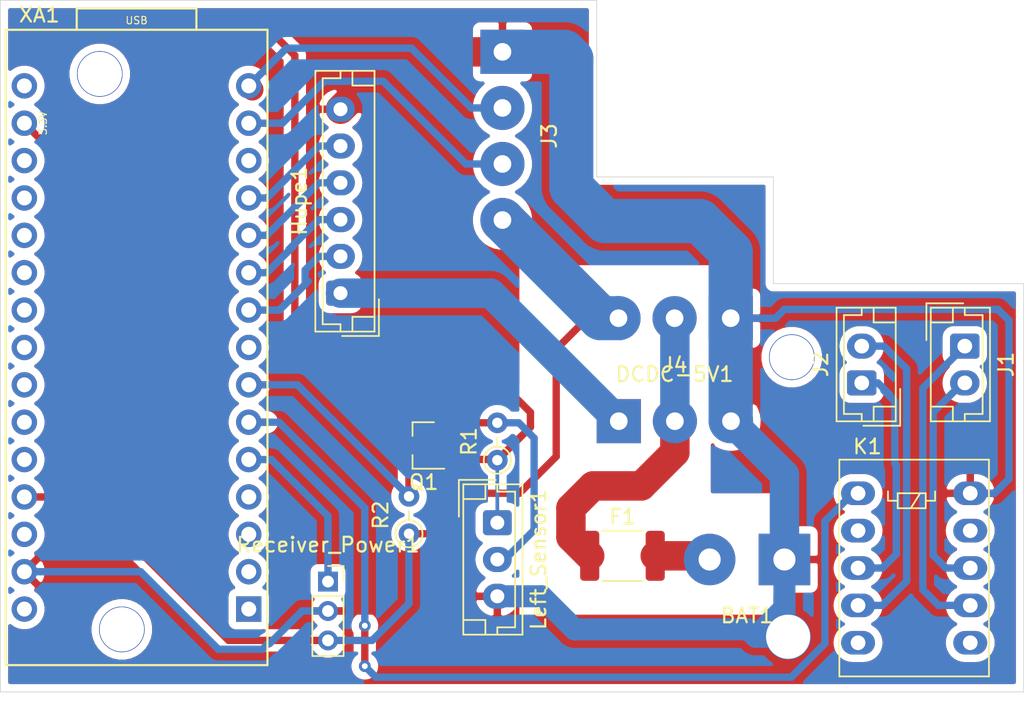
<source format=kicad_pcb>
(kicad_pcb (version 20171130) (host pcbnew 5.1.4)

  (general
    (thickness 1.6)
    (drawings 9)
    (tracks 171)
    (zones 0)
    (modules 15)
    (nets 21)
  )

  (page A4)
  (layers
    (0 F.Cu mixed)
    (31 B.Cu mixed)
    (32 B.Adhes user)
    (33 F.Adhes user)
    (34 B.Paste user)
    (35 F.Paste user)
    (36 B.SilkS user)
    (37 F.SilkS user)
    (38 B.Mask user)
    (39 F.Mask user)
    (40 Dwgs.User user)
    (41 Cmts.User user)
    (42 Eco1.User user)
    (43 Eco2.User user)
    (44 Edge.Cuts user)
    (45 Margin user)
    (46 B.CrtYd user)
    (47 F.CrtYd user)
    (48 B.Fab user)
    (49 F.Fab user)
  )

  (setup
    (last_trace_width 0.25)
    (user_trace_width 0.5)
    (user_trace_width 1)
    (user_trace_width 1.5)
    (user_trace_width 2)
    (user_trace_width 3)
    (trace_clearance 0.2)
    (zone_clearance 0.508)
    (zone_45_only no)
    (trace_min 0.2)
    (via_size 0.8)
    (via_drill 0.4)
    (via_min_size 0.4)
    (via_min_drill 0.3)
    (user_via 2 1)
    (user_via 3.1 3)
    (uvia_size 0.3)
    (uvia_drill 0.1)
    (uvias_allowed no)
    (uvia_min_size 0.2)
    (uvia_min_drill 0.1)
    (edge_width 0.05)
    (segment_width 0.2)
    (pcb_text_width 0.3)
    (pcb_text_size 1.5 1.5)
    (mod_edge_width 0.12)
    (mod_text_size 1 1)
    (mod_text_width 0.15)
    (pad_size 1.524 1.524)
    (pad_drill 0.762)
    (pad_to_mask_clearance 0.051)
    (solder_mask_min_width 0.25)
    (aux_axis_origin 0 0)
    (visible_elements FEFFAEFF)
    (pcbplotparams
      (layerselection 0x01cff_ffffffff)
      (usegerberextensions false)
      (usegerberattributes false)
      (usegerberadvancedattributes false)
      (creategerberjobfile false)
      (excludeedgelayer true)
      (linewidth 0.100000)
      (plotframeref false)
      (viasonmask false)
      (mode 1)
      (useauxorigin false)
      (hpglpennumber 1)
      (hpglpenspeed 20)
      (hpglpendiameter 15.000000)
      (psnegative false)
      (psa4output false)
      (plotreference true)
      (plotvalue true)
      (plotinvisibletext false)
      (padsonsilk false)
      (subtractmaskfromsilk false)
      (outputformat 1)
      (mirror false)
      (drillshape 0)
      (scaleselection 1)
      (outputdirectory "cnc"))
  )

  (net 0 "")
  (net 1 GND)
  (net 2 5V)
  (net 3 BAT+)
  (net 4 BAT_Fuse+)
  (net 5 LED2)
  (net 6 LED1)
  (net 7 PPM_IN)
  (net 8 PPM_OUT)
  (net 9 HOVER_POWER_RELAY)
  (net 10 "Net-(J1-Pad2)")
  (net 11 "Net-(J1-Pad1)")
  (net 12 "Net-(J2-Pad2)")
  (net 13 "Net-(J2-Pad1)")
  (net 14 Hupe_4)
  (net 15 Hupe_3)
  (net 16 Hupe_2)
  (net 17 Hupe_1)
  (net 18 12V)
  (net 19 3.3V)
  (net 20 "Net-(Left_Sensor1-Pad2)")

  (net_class Default "This is the default net class."
    (clearance 0.2)
    (trace_width 0.25)
    (via_dia 0.8)
    (via_drill 0.4)
    (uvia_dia 0.3)
    (uvia_drill 0.1)
    (add_net 12V)
    (add_net 3.3V)
    (add_net 5V)
    (add_net BAT+)
    (add_net BAT_Fuse+)
    (add_net GND)
    (add_net HOVER_POWER_RELAY)
    (add_net Hupe_1)
    (add_net Hupe_2)
    (add_net Hupe_3)
    (add_net Hupe_4)
    (add_net LED1)
    (add_net LED2)
    (add_net "Net-(J1-Pad1)")
    (add_net "Net-(J1-Pad2)")
    (add_net "Net-(J2-Pad1)")
    (add_net "Net-(J2-Pad2)")
    (add_net "Net-(K1-Pad2)")
    (add_net "Net-(K1-Pad9)")
    (add_net "Net-(Left_Sensor1-Pad2)")
    (add_net "Net-(XA1-PadA0)")
    (add_net "Net-(XA1-PadA1)")
    (add_net "Net-(XA1-PadA2)")
    (add_net "Net-(XA1-PadA3)")
    (add_net "Net-(XA1-PadA4)")
    (add_net "Net-(XA1-PadA5)")
    (add_net "Net-(XA1-PadA6)")
    (add_net "Net-(XA1-PadA7)")
    (add_net "Net-(XA1-PadAREF)")
    (add_net "Net-(XA1-PadD0)")
    (add_net "Net-(XA1-PadD1)")
    (add_net "Net-(XA1-PadD10)")
    (add_net "Net-(XA1-PadD13)")
    (add_net "Net-(XA1-PadD5)")
    (add_net "Net-(XA1-PadGND1)")
    (add_net "Net-(XA1-PadRST1)")
    (add_net "Net-(XA1-PadRST2)")
    (add_net "Net-(XA1-PadVIN)")
    (add_net PPM_IN)
    (add_net PPM_OUT)
  )

  (module Connector_JST:JST_EH_B3B-EH-A_1x03_P2.50mm_Vertical (layer F.Cu) (tedit 5C28142C) (tstamp 5D7D2269)
    (at 105.75 151 270)
    (descr "JST EH series connector, B3B-EH-A (http://www.jst-mfg.com/product/pdf/eng/eEH.pdf), generated with kicad-footprint-generator")
    (tags "connector JST EH vertical")
    (path /5CC05E03)
    (fp_text reference Left_Sensor1 (at 2.5 -2.8 90) (layer F.SilkS)
      (effects (font (size 1 1) (thickness 0.15)))
    )
    (fp_text value Conn_01x03 (at 5.25 3.75 90) (layer F.Fab)
      (effects (font (size 1 1) (thickness 0.15)))
    )
    (fp_text user %R (at 4 1.75 90) (layer F.Fab)
      (effects (font (size 1 1) (thickness 0.15)))
    )
    (fp_line (start -2.91 2.61) (end -0.41 2.61) (layer F.Fab) (width 0.1))
    (fp_line (start -2.91 0.11) (end -2.91 2.61) (layer F.Fab) (width 0.1))
    (fp_line (start -2.91 2.61) (end -0.41 2.61) (layer F.SilkS) (width 0.12))
    (fp_line (start -2.91 0.11) (end -2.91 2.61) (layer F.SilkS) (width 0.12))
    (fp_line (start 6.61 0.81) (end 6.61 2.31) (layer F.SilkS) (width 0.12))
    (fp_line (start 7.61 0.81) (end 6.61 0.81) (layer F.SilkS) (width 0.12))
    (fp_line (start -1.61 0.81) (end -1.61 2.31) (layer F.SilkS) (width 0.12))
    (fp_line (start -2.61 0.81) (end -1.61 0.81) (layer F.SilkS) (width 0.12))
    (fp_line (start 7.11 0) (end 7.61 0) (layer F.SilkS) (width 0.12))
    (fp_line (start 7.11 -1.21) (end 7.11 0) (layer F.SilkS) (width 0.12))
    (fp_line (start -2.11 -1.21) (end 7.11 -1.21) (layer F.SilkS) (width 0.12))
    (fp_line (start -2.11 0) (end -2.11 -1.21) (layer F.SilkS) (width 0.12))
    (fp_line (start -2.61 0) (end -2.11 0) (layer F.SilkS) (width 0.12))
    (fp_line (start 7.61 -1.71) (end -2.61 -1.71) (layer F.SilkS) (width 0.12))
    (fp_line (start 7.61 2.31) (end 7.61 -1.71) (layer F.SilkS) (width 0.12))
    (fp_line (start -2.61 2.31) (end 7.61 2.31) (layer F.SilkS) (width 0.12))
    (fp_line (start -2.61 -1.71) (end -2.61 2.31) (layer F.SilkS) (width 0.12))
    (fp_line (start 8 -2.1) (end -3 -2.1) (layer F.CrtYd) (width 0.05))
    (fp_line (start 8 2.7) (end 8 -2.1) (layer F.CrtYd) (width 0.05))
    (fp_line (start -3 2.7) (end 8 2.7) (layer F.CrtYd) (width 0.05))
    (fp_line (start -3 -2.1) (end -3 2.7) (layer F.CrtYd) (width 0.05))
    (fp_line (start 7.5 -1.6) (end -2.5 -1.6) (layer F.Fab) (width 0.1))
    (fp_line (start 7.5 2.2) (end 7.5 -1.6) (layer F.Fab) (width 0.1))
    (fp_line (start -2.5 2.2) (end 7.5 2.2) (layer F.Fab) (width 0.1))
    (fp_line (start -2.5 -1.6) (end -2.5 2.2) (layer F.Fab) (width 0.1))
    (pad 3 thru_hole oval (at 5 0 270) (size 1.7 1.95) (drill 0.95) (layers *.Cu *.Mask)
      (net 1 GND))
    (pad 2 thru_hole oval (at 2.5 0 270) (size 1.7 1.95) (drill 0.95) (layers *.Cu *.Mask)
      (net 20 "Net-(Left_Sensor1-Pad2)"))
    (pad 1 thru_hole roundrect (at 0 0 270) (size 1.7 1.95) (drill 0.95) (layers *.Cu *.Mask) (roundrect_rratio 0.147059)
      (net 19 3.3V))
    (model ${KISYS3DMOD}/Connector_JST.3dshapes/JST_EH_B3B-EH-A_1x03_P2.50mm_Vertical.wrl
      (at (xyz 0 0 0))
      (scale (xyz 1 1 1))
      (rotate (xyz 0 0 0))
    )
  )

  (module Connector_JST:JST_EH_B2B-EH-A_1x02_P2.50mm_Vertical (layer F.Cu) (tedit 5C28142C) (tstamp 5CEEE8B3)
    (at 130.5 141.5 90)
    (descr "JST EH series connector, B2B-EH-A (http://www.jst-mfg.com/product/pdf/eng/eEH.pdf), generated with kicad-footprint-generator")
    (tags "connector JST EH vertical")
    (path /5CF04621)
    (fp_text reference J2 (at 1.25 -2.8 90) (layer F.SilkS)
      (effects (font (size 1 1) (thickness 0.15)))
    )
    (fp_text value Conn_01x02_Male (at 1.25 3.4 90) (layer F.Fab)
      (effects (font (size 1 1) (thickness 0.15)))
    )
    (fp_text user %R (at 1.25 1.5 90) (layer F.Fab)
      (effects (font (size 1 1) (thickness 0.15)))
    )
    (fp_line (start -2.91 2.61) (end -0.41 2.61) (layer F.Fab) (width 0.1))
    (fp_line (start -2.91 0.11) (end -2.91 2.61) (layer F.Fab) (width 0.1))
    (fp_line (start -2.91 2.61) (end -0.41 2.61) (layer F.SilkS) (width 0.12))
    (fp_line (start -2.91 0.11) (end -2.91 2.61) (layer F.SilkS) (width 0.12))
    (fp_line (start 4.11 0.81) (end 4.11 2.31) (layer F.SilkS) (width 0.12))
    (fp_line (start 5.11 0.81) (end 4.11 0.81) (layer F.SilkS) (width 0.12))
    (fp_line (start -1.61 0.81) (end -1.61 2.31) (layer F.SilkS) (width 0.12))
    (fp_line (start -2.61 0.81) (end -1.61 0.81) (layer F.SilkS) (width 0.12))
    (fp_line (start 4.61 0) (end 5.11 0) (layer F.SilkS) (width 0.12))
    (fp_line (start 4.61 -1.21) (end 4.61 0) (layer F.SilkS) (width 0.12))
    (fp_line (start -2.11 -1.21) (end 4.61 -1.21) (layer F.SilkS) (width 0.12))
    (fp_line (start -2.11 0) (end -2.11 -1.21) (layer F.SilkS) (width 0.12))
    (fp_line (start -2.61 0) (end -2.11 0) (layer F.SilkS) (width 0.12))
    (fp_line (start 5.11 -1.71) (end -2.61 -1.71) (layer F.SilkS) (width 0.12))
    (fp_line (start 5.11 2.31) (end 5.11 -1.71) (layer F.SilkS) (width 0.12))
    (fp_line (start -2.61 2.31) (end 5.11 2.31) (layer F.SilkS) (width 0.12))
    (fp_line (start -2.61 -1.71) (end -2.61 2.31) (layer F.SilkS) (width 0.12))
    (fp_line (start 5.5 -2.1) (end -3 -2.1) (layer F.CrtYd) (width 0.05))
    (fp_line (start 5.5 2.7) (end 5.5 -2.1) (layer F.CrtYd) (width 0.05))
    (fp_line (start -3 2.7) (end 5.5 2.7) (layer F.CrtYd) (width 0.05))
    (fp_line (start -3 -2.1) (end -3 2.7) (layer F.CrtYd) (width 0.05))
    (fp_line (start 5 -1.6) (end -2.5 -1.6) (layer F.Fab) (width 0.1))
    (fp_line (start 5 2.2) (end 5 -1.6) (layer F.Fab) (width 0.1))
    (fp_line (start -2.5 2.2) (end 5 2.2) (layer F.Fab) (width 0.1))
    (fp_line (start -2.5 -1.6) (end -2.5 2.2) (layer F.Fab) (width 0.1))
    (pad 2 thru_hole oval (at 2.5 0 90) (size 1.7 2) (drill 1) (layers *.Cu *.Mask)
      (net 12 "Net-(J2-Pad2)"))
    (pad 1 thru_hole roundrect (at 0 0 90) (size 1.7 2) (drill 1) (layers *.Cu *.Mask) (roundrect_rratio 0.147059)
      (net 13 "Net-(J2-Pad1)"))
    (model ${KISYS3DMOD}/Connector_JST.3dshapes/JST_EH_B2B-EH-A_1x02_P2.50mm_Vertical.wrl
      (at (xyz 0 0 0))
      (scale (xyz 1 1 1))
      (rotate (xyz 0 0 0))
    )
  )

  (module Connector_JST:JST_EH_B2B-EH-A_1x02_P2.50mm_Vertical (layer F.Cu) (tedit 5C28142C) (tstamp 5CEEE8A8)
    (at 137.5 139 270)
    (descr "JST EH series connector, B2B-EH-A (http://www.jst-mfg.com/product/pdf/eng/eEH.pdf), generated with kicad-footprint-generator")
    (tags "connector JST EH vertical")
    (path /5CF03D3D)
    (fp_text reference J1 (at 1.25 -2.8 90) (layer F.SilkS)
      (effects (font (size 1 1) (thickness 0.15)))
    )
    (fp_text value Conn_01x02_Male (at 1.25 3.4 90) (layer F.Fab)
      (effects (font (size 1 1) (thickness 0.15)))
    )
    (fp_text user %R (at 1.25 1.5 90) (layer F.Fab)
      (effects (font (size 1 1) (thickness 0.15)))
    )
    (fp_line (start -2.91 2.61) (end -0.41 2.61) (layer F.Fab) (width 0.1))
    (fp_line (start -2.91 0.11) (end -2.91 2.61) (layer F.Fab) (width 0.1))
    (fp_line (start -2.91 2.61) (end -0.41 2.61) (layer F.SilkS) (width 0.12))
    (fp_line (start -2.91 0.11) (end -2.91 2.61) (layer F.SilkS) (width 0.12))
    (fp_line (start 4.11 0.81) (end 4.11 2.31) (layer F.SilkS) (width 0.12))
    (fp_line (start 5.11 0.81) (end 4.11 0.81) (layer F.SilkS) (width 0.12))
    (fp_line (start -1.61 0.81) (end -1.61 2.31) (layer F.SilkS) (width 0.12))
    (fp_line (start -2.61 0.81) (end -1.61 0.81) (layer F.SilkS) (width 0.12))
    (fp_line (start 4.61 0) (end 5.11 0) (layer F.SilkS) (width 0.12))
    (fp_line (start 4.61 -1.21) (end 4.61 0) (layer F.SilkS) (width 0.12))
    (fp_line (start -2.11 -1.21) (end 4.61 -1.21) (layer F.SilkS) (width 0.12))
    (fp_line (start -2.11 0) (end -2.11 -1.21) (layer F.SilkS) (width 0.12))
    (fp_line (start -2.61 0) (end -2.11 0) (layer F.SilkS) (width 0.12))
    (fp_line (start 5.11 -1.71) (end -2.61 -1.71) (layer F.SilkS) (width 0.12))
    (fp_line (start 5.11 2.31) (end 5.11 -1.71) (layer F.SilkS) (width 0.12))
    (fp_line (start -2.61 2.31) (end 5.11 2.31) (layer F.SilkS) (width 0.12))
    (fp_line (start -2.61 -1.71) (end -2.61 2.31) (layer F.SilkS) (width 0.12))
    (fp_line (start 5.5 -2.1) (end -3 -2.1) (layer F.CrtYd) (width 0.05))
    (fp_line (start 5.5 2.7) (end 5.5 -2.1) (layer F.CrtYd) (width 0.05))
    (fp_line (start -3 2.7) (end 5.5 2.7) (layer F.CrtYd) (width 0.05))
    (fp_line (start -3 -2.1) (end -3 2.7) (layer F.CrtYd) (width 0.05))
    (fp_line (start 5 -1.6) (end -2.5 -1.6) (layer F.Fab) (width 0.1))
    (fp_line (start 5 2.2) (end 5 -1.6) (layer F.Fab) (width 0.1))
    (fp_line (start -2.5 2.2) (end 5 2.2) (layer F.Fab) (width 0.1))
    (fp_line (start -2.5 -1.6) (end -2.5 2.2) (layer F.Fab) (width 0.1))
    (pad 2 thru_hole oval (at 2.5 0 270) (size 1.7 2) (drill 1) (layers *.Cu *.Mask)
      (net 10 "Net-(J1-Pad2)"))
    (pad 1 thru_hole roundrect (at 0 0 270) (size 1.7 2) (drill 1) (layers *.Cu *.Mask) (roundrect_rratio 0.147059)
      (net 11 "Net-(J1-Pad1)"))
    (model ${KISYS3DMOD}/Connector_JST.3dshapes/JST_EH_B2B-EH-A_1x02_P2.50mm_Vertical.wrl
      (at (xyz 0 0 0))
      (scale (xyz 1 1 1))
      (rotate (xyz 0 0 0))
    )
  )

  (module Resistor_THT:R_Axial_DIN0204_L3.6mm_D1.6mm_P2.54mm_Vertical (layer F.Cu) (tedit 5AE5139B) (tstamp 5D7CE8BE)
    (at 99.75 151.75 90)
    (descr "Resistor, Axial_DIN0204 series, Axial, Vertical, pin pitch=2.54mm, 0.167W, length*diameter=3.6*1.6mm^2, http://cdn-reichelt.de/documents/datenblatt/B400/1_4W%23YAG.pdf")
    (tags "Resistor Axial_DIN0204 series Axial Vertical pin pitch 2.54mm 0.167W length 3.6mm diameter 1.6mm")
    (path /5D81E1FF)
    (fp_text reference R2 (at 1.27 -1.92 90) (layer F.SilkS)
      (effects (font (size 1 1) (thickness 0.15)))
    )
    (fp_text value 10K (at 1.27 1.92 90) (layer F.Fab)
      (effects (font (size 1 1) (thickness 0.15)))
    )
    (fp_text user %R (at 1.27 -1.92 90) (layer F.Fab)
      (effects (font (size 1 1) (thickness 0.15)))
    )
    (fp_line (start 3.49 -1.05) (end -1.05 -1.05) (layer F.CrtYd) (width 0.05))
    (fp_line (start 3.49 1.05) (end 3.49 -1.05) (layer F.CrtYd) (width 0.05))
    (fp_line (start -1.05 1.05) (end 3.49 1.05) (layer F.CrtYd) (width 0.05))
    (fp_line (start -1.05 -1.05) (end -1.05 1.05) (layer F.CrtYd) (width 0.05))
    (fp_line (start 0.92 0) (end 1.54 0) (layer F.SilkS) (width 0.12))
    (fp_line (start 0 0) (end 2.54 0) (layer F.Fab) (width 0.1))
    (fp_circle (center 0 0) (end 0.92 0) (layer F.SilkS) (width 0.12))
    (fp_circle (center 0 0) (end 0.8 0) (layer F.Fab) (width 0.1))
    (pad 2 thru_hole oval (at 2.54 0 90) (size 1.4 1.4) (drill 0.7) (layers *.Cu *.Mask)
      (net 8 PPM_OUT))
    (pad 1 thru_hole circle (at 0 0 90) (size 1.4 1.4) (drill 0.7) (layers *.Cu *.Mask)
      (net 2 5V))
    (model ${KISYS3DMOD}/Resistor_THT.3dshapes/R_Axial_DIN0204_L3.6mm_D1.6mm_P2.54mm_Vertical.wrl
      (at (xyz 0 0 0))
      (scale (xyz 1 1 1))
      (rotate (xyz 0 0 0))
    )
  )

  (module Resistor_THT:R_Axial_DIN0204_L3.6mm_D1.6mm_P2.54mm_Vertical (layer F.Cu) (tedit 5AE5139B) (tstamp 5D7CE8AF)
    (at 105.75 146.75 90)
    (descr "Resistor, Axial_DIN0204 series, Axial, Vertical, pin pitch=2.54mm, 0.167W, length*diameter=3.6*1.6mm^2, http://cdn-reichelt.de/documents/datenblatt/B400/1_4W%23YAG.pdf")
    (tags "Resistor Axial_DIN0204 series Axial Vertical pin pitch 2.54mm 0.167W length 3.6mm diameter 1.6mm")
    (path /5D81CEE0)
    (fp_text reference R1 (at 1.27 -1.92 90) (layer F.SilkS)
      (effects (font (size 1 1) (thickness 0.15)))
    )
    (fp_text value 10K (at 1.27 1.92 90) (layer F.Fab)
      (effects (font (size 1 1) (thickness 0.15)))
    )
    (fp_text user %R (at 1.27 -1.92 90) (layer F.Fab)
      (effects (font (size 1 1) (thickness 0.15)))
    )
    (fp_line (start 3.49 -1.05) (end -1.05 -1.05) (layer F.CrtYd) (width 0.05))
    (fp_line (start 3.49 1.05) (end 3.49 -1.05) (layer F.CrtYd) (width 0.05))
    (fp_line (start -1.05 1.05) (end 3.49 1.05) (layer F.CrtYd) (width 0.05))
    (fp_line (start -1.05 -1.05) (end -1.05 1.05) (layer F.CrtYd) (width 0.05))
    (fp_line (start 0.92 0) (end 1.54 0) (layer F.SilkS) (width 0.12))
    (fp_line (start 0 0) (end 2.54 0) (layer F.Fab) (width 0.1))
    (fp_circle (center 0 0) (end 0.92 0) (layer F.SilkS) (width 0.12))
    (fp_circle (center 0 0) (end 0.8 0) (layer F.Fab) (width 0.1))
    (pad 2 thru_hole oval (at 2.54 0 90) (size 1.4 1.4) (drill 0.7) (layers *.Cu *.Mask)
      (net 20 "Net-(Left_Sensor1-Pad2)"))
    (pad 1 thru_hole circle (at 0 0 90) (size 1.4 1.4) (drill 0.7) (layers *.Cu *.Mask)
      (net 19 3.3V))
    (model ${KISYS3DMOD}/Resistor_THT.3dshapes/R_Axial_DIN0204_L3.6mm_D1.6mm_P2.54mm_Vertical.wrl
      (at (xyz 0 0 0))
      (scale (xyz 1 1 1))
      (rotate (xyz 0 0 0))
    )
  )

  (module Package_TO_SOT_SMD:SOT-23 (layer F.Cu) (tedit 5A02FF57) (tstamp 5D7CE8A0)
    (at 100.75 145.75 180)
    (descr "SOT-23, Standard")
    (tags SOT-23)
    (path /5D8088F5)
    (attr smd)
    (fp_text reference Q1 (at 0 -2.5) (layer F.SilkS)
      (effects (font (size 1 1) (thickness 0.15)))
    )
    (fp_text value BSS138 (at 0 2.5) (layer F.Fab)
      (effects (font (size 1 1) (thickness 0.15)))
    )
    (fp_line (start 0.76 1.58) (end -0.7 1.58) (layer F.SilkS) (width 0.12))
    (fp_line (start 0.76 -1.58) (end -1.4 -1.58) (layer F.SilkS) (width 0.12))
    (fp_line (start -1.7 1.75) (end -1.7 -1.75) (layer F.CrtYd) (width 0.05))
    (fp_line (start 1.7 1.75) (end -1.7 1.75) (layer F.CrtYd) (width 0.05))
    (fp_line (start 1.7 -1.75) (end 1.7 1.75) (layer F.CrtYd) (width 0.05))
    (fp_line (start -1.7 -1.75) (end 1.7 -1.75) (layer F.CrtYd) (width 0.05))
    (fp_line (start 0.76 -1.58) (end 0.76 -0.65) (layer F.SilkS) (width 0.12))
    (fp_line (start 0.76 1.58) (end 0.76 0.65) (layer F.SilkS) (width 0.12))
    (fp_line (start -0.7 1.52) (end 0.7 1.52) (layer F.Fab) (width 0.1))
    (fp_line (start 0.7 -1.52) (end 0.7 1.52) (layer F.Fab) (width 0.1))
    (fp_line (start -0.7 -0.95) (end -0.15 -1.52) (layer F.Fab) (width 0.1))
    (fp_line (start -0.15 -1.52) (end 0.7 -1.52) (layer F.Fab) (width 0.1))
    (fp_line (start -0.7 -0.95) (end -0.7 1.5) (layer F.Fab) (width 0.1))
    (fp_text user %R (at 0 0 90) (layer F.Fab)
      (effects (font (size 0.5 0.5) (thickness 0.075)))
    )
    (pad 3 smd rect (at 1 0 180) (size 0.9 0.8) (layers F.Cu F.Paste F.Mask)
      (net 8 PPM_OUT))
    (pad 2 smd rect (at -1 0.95 180) (size 0.9 0.8) (layers F.Cu F.Paste F.Mask)
      (net 20 "Net-(Left_Sensor1-Pad2)"))
    (pad 1 smd rect (at -1 -0.95 180) (size 0.9 0.8) (layers F.Cu F.Paste F.Mask)
      (net 19 3.3V))
    (model ${KISYS3DMOD}/Package_TO_SOT_SMD.3dshapes/SOT-23.wrl
      (at (xyz 0 0 0))
      (scale (xyz 1 1 1))
      (rotate (xyz 0 0 0))
    )
  )

  (module Connector_Wire:SolderWirePad_1x03_P3.81mm_Drill1.2mm (layer F.Cu) (tedit 5AEE5F4D) (tstamp 5D7C1F30)
    (at 114 144.1)
    (descr "Wire solder connection")
    (tags connector)
    (path /5D7CEFDB)
    (attr virtual)
    (fp_text reference J4 (at 3.81 -3.81) (layer F.SilkS)
      (effects (font (size 1 1) (thickness 0.15)))
    )
    (fp_text value Conn_01x03_Female (at 3.81 3.81) (layer F.Fab)
      (effects (font (size 1 1) (thickness 0.15)))
    )
    (fp_line (start 9.62 2) (end -2 2) (layer F.CrtYd) (width 0.05))
    (fp_line (start 9.62 2) (end 9.62 -2) (layer F.CrtYd) (width 0.05))
    (fp_line (start -2 -2) (end -2 2) (layer F.CrtYd) (width 0.05))
    (fp_line (start -2 -2) (end 9.62 -2) (layer F.CrtYd) (width 0.05))
    (fp_text user %R (at 3.81 0) (layer F.Fab)
      (effects (font (size 1 1) (thickness 0.15)))
    )
    (pad 3 thru_hole circle (at 7.62 0) (size 2.99974 2.99974) (drill 1.19888) (layers *.Cu *.Mask)
      (net 1 GND))
    (pad 2 thru_hole circle (at 3.81 0) (size 2.99974 2.99974) (drill 1.19888) (layers *.Cu *.Mask)
      (net 4 BAT_Fuse+))
    (pad 1 thru_hole rect (at 0 0) (size 2.99974 2.99974) (drill 1.19888) (layers *.Cu *.Mask)
      (net 18 12V))
  )

  (module Fuse:Fuse_1812_4532Metric_Pad1.30x3.40mm_HandSolder (layer F.Cu) (tedit 5B301BBE) (tstamp 5D7C4D91)
    (at 114.25 153.25)
    (descr "Fuse SMD 1812 (4532 Metric), square (rectangular) end terminal, IPC_7351 nominal with elongated pad for handsoldering. (Body size source: https://www.nikhef.nl/pub/departments/mt/projects/detectorR_D/dtddice/ERJ2G.pdf), generated with kicad-footprint-generator")
    (tags "resistor handsolder")
    (path /5CAF1701)
    (attr smd)
    (fp_text reference F1 (at 0 -2.65) (layer F.SilkS)
      (effects (font (size 1 1) (thickness 0.15)))
    )
    (fp_text value Fuse (at 0 2.65) (layer F.Fab)
      (effects (font (size 1 1) (thickness 0.15)))
    )
    (fp_text user %R (at 0 0) (layer F.Fab)
      (effects (font (size 1 1) (thickness 0.15)))
    )
    (fp_line (start 3.12 1.95) (end -3.12 1.95) (layer F.CrtYd) (width 0.05))
    (fp_line (start 3.12 -1.95) (end 3.12 1.95) (layer F.CrtYd) (width 0.05))
    (fp_line (start -3.12 -1.95) (end 3.12 -1.95) (layer F.CrtYd) (width 0.05))
    (fp_line (start -3.12 1.95) (end -3.12 -1.95) (layer F.CrtYd) (width 0.05))
    (fp_line (start -1.386252 1.71) (end 1.386252 1.71) (layer F.SilkS) (width 0.12))
    (fp_line (start -1.386252 -1.71) (end 1.386252 -1.71) (layer F.SilkS) (width 0.12))
    (fp_line (start 2.25 1.6) (end -2.25 1.6) (layer F.Fab) (width 0.1))
    (fp_line (start 2.25 -1.6) (end 2.25 1.6) (layer F.Fab) (width 0.1))
    (fp_line (start -2.25 -1.6) (end 2.25 -1.6) (layer F.Fab) (width 0.1))
    (fp_line (start -2.25 1.6) (end -2.25 -1.6) (layer F.Fab) (width 0.1))
    (pad 2 smd roundrect (at 2.225 0) (size 1.3 3.4) (layers F.Cu F.Paste F.Mask) (roundrect_rratio 0.192308)
      (net 3 BAT+))
    (pad 1 smd roundrect (at -2.225 0) (size 1.3 3.4) (layers F.Cu F.Paste F.Mask) (roundrect_rratio 0.192308)
      (net 4 BAT_Fuse+))
    (model ${KISYS3DMOD}/Fuse.3dshapes/Fuse_1812_4532Metric.wrl
      (at (xyz 0 0 0))
      (scale (xyz 1 1 1))
      (rotate (xyz 0 0 0))
    )
  )

  (module Connector_JST:JST_EH_B6B-EH-A_1x06_P2.50mm_Vertical (layer F.Cu) (tedit 5C28142C) (tstamp 5D7C1EE4)
    (at 95.1 135.4 90)
    (descr "JST EH series connector, B6B-EH-A (http://www.jst-mfg.com/product/pdf/eng/eEH.pdf), generated with kicad-footprint-generator")
    (tags "connector JST EH vertical")
    (path /5D7C29DA)
    (fp_text reference Hupe1 (at 6.25 -2.8 90) (layer F.SilkS)
      (effects (font (size 1 1) (thickness 0.15)))
    )
    (fp_text value Conn_01x06_Male (at 6.25 3.4 90) (layer F.Fab)
      (effects (font (size 1 1) (thickness 0.15)))
    )
    (fp_text user %R (at 6.25 1.5 90) (layer F.Fab)
      (effects (font (size 1 1) (thickness 0.15)))
    )
    (fp_line (start -2.91 2.61) (end -0.41 2.61) (layer F.Fab) (width 0.1))
    (fp_line (start -2.91 0.11) (end -2.91 2.61) (layer F.Fab) (width 0.1))
    (fp_line (start -2.91 2.61) (end -0.41 2.61) (layer F.SilkS) (width 0.12))
    (fp_line (start -2.91 0.11) (end -2.91 2.61) (layer F.SilkS) (width 0.12))
    (fp_line (start 14.11 0.81) (end 14.11 2.31) (layer F.SilkS) (width 0.12))
    (fp_line (start 15.11 0.81) (end 14.11 0.81) (layer F.SilkS) (width 0.12))
    (fp_line (start -1.61 0.81) (end -1.61 2.31) (layer F.SilkS) (width 0.12))
    (fp_line (start -2.61 0.81) (end -1.61 0.81) (layer F.SilkS) (width 0.12))
    (fp_line (start 14.61 0) (end 15.11 0) (layer F.SilkS) (width 0.12))
    (fp_line (start 14.61 -1.21) (end 14.61 0) (layer F.SilkS) (width 0.12))
    (fp_line (start -2.11 -1.21) (end 14.61 -1.21) (layer F.SilkS) (width 0.12))
    (fp_line (start -2.11 0) (end -2.11 -1.21) (layer F.SilkS) (width 0.12))
    (fp_line (start -2.61 0) (end -2.11 0) (layer F.SilkS) (width 0.12))
    (fp_line (start 15.11 -1.71) (end -2.61 -1.71) (layer F.SilkS) (width 0.12))
    (fp_line (start 15.11 2.31) (end 15.11 -1.71) (layer F.SilkS) (width 0.12))
    (fp_line (start -2.61 2.31) (end 15.11 2.31) (layer F.SilkS) (width 0.12))
    (fp_line (start -2.61 -1.71) (end -2.61 2.31) (layer F.SilkS) (width 0.12))
    (fp_line (start 15.5 -2.1) (end -3 -2.1) (layer F.CrtYd) (width 0.05))
    (fp_line (start 15.5 2.7) (end 15.5 -2.1) (layer F.CrtYd) (width 0.05))
    (fp_line (start -3 2.7) (end 15.5 2.7) (layer F.CrtYd) (width 0.05))
    (fp_line (start -3 -2.1) (end -3 2.7) (layer F.CrtYd) (width 0.05))
    (fp_line (start 15 -1.6) (end -2.5 -1.6) (layer F.Fab) (width 0.1))
    (fp_line (start 15 2.2) (end 15 -1.6) (layer F.Fab) (width 0.1))
    (fp_line (start -2.5 2.2) (end 15 2.2) (layer F.Fab) (width 0.1))
    (fp_line (start -2.5 -1.6) (end -2.5 2.2) (layer F.Fab) (width 0.1))
    (pad 6 thru_hole oval (at 12.5 0 90) (size 1.7 1.95) (drill 0.95) (layers *.Cu *.Mask)
      (net 1 GND))
    (pad 5 thru_hole oval (at 10 0 90) (size 1.7 1.95) (drill 0.95) (layers *.Cu *.Mask)
      (net 14 Hupe_4))
    (pad 4 thru_hole oval (at 7.5 0 90) (size 1.7 1.95) (drill 0.95) (layers *.Cu *.Mask)
      (net 15 Hupe_3))
    (pad 3 thru_hole oval (at 5 0 90) (size 1.7 1.95) (drill 0.95) (layers *.Cu *.Mask)
      (net 16 Hupe_2))
    (pad 2 thru_hole oval (at 2.5 0 90) (size 1.7 1.95) (drill 0.95) (layers *.Cu *.Mask)
      (net 17 Hupe_1))
    (pad 1 thru_hole roundrect (at 0 0 90) (size 1.7 1.95) (drill 0.95) (layers *.Cu *.Mask) (roundrect_rratio 0.147059)
      (net 18 12V))
    (model ${KISYS3DMOD}/Connector_JST.3dshapes/JST_EH_B6B-EH-A_1x06_P2.50mm_Vertical.wrl
      (at (xyz 0 0 0))
      (scale (xyz 1 1 1))
      (rotate (xyz 0 0 0))
    )
  )

  (module Connector_PinSocket_2.00mm:PinSocket_1x03_P2.00mm_Vertical (layer F.Cu) (tedit 5A19A42B) (tstamp 5CBCA41E)
    (at 94.25 155)
    (descr "Through hole straight socket strip, 1x03, 2.00mm pitch, single row (from Kicad 4.0.7), script generated")
    (tags "Through hole socket strip THT 1x03 2.00mm single row")
    (path /5CB0A5ED)
    (fp_text reference Receiver_Power1 (at 0 -2.5) (layer F.SilkS)
      (effects (font (size 1 1) (thickness 0.15)))
    )
    (fp_text value Conn_01x04 (at 0 6.5) (layer F.Fab)
      (effects (font (size 1 1) (thickness 0.15)))
    )
    (fp_text user %R (at 0 2 90) (layer F.Fab)
      (effects (font (size 1 1) (thickness 0.15)))
    )
    (fp_line (start -1.5 5.5) (end -1.5 -1.5) (layer F.CrtYd) (width 0.05))
    (fp_line (start 1.5 5.5) (end -1.5 5.5) (layer F.CrtYd) (width 0.05))
    (fp_line (start 1.5 -1.5) (end 1.5 5.5) (layer F.CrtYd) (width 0.05))
    (fp_line (start -1.5 -1.5) (end 1.5 -1.5) (layer F.CrtYd) (width 0.05))
    (fp_line (start 0 -1.06) (end 1.06 -1.06) (layer F.SilkS) (width 0.12))
    (fp_line (start 1.06 -1.06) (end 1.06 0) (layer F.SilkS) (width 0.12))
    (fp_line (start 1.06 1) (end 1.06 5.06) (layer F.SilkS) (width 0.12))
    (fp_line (start -1.06 5.06) (end 1.06 5.06) (layer F.SilkS) (width 0.12))
    (fp_line (start -1.06 1) (end -1.06 5.06) (layer F.SilkS) (width 0.12))
    (fp_line (start -1.06 1) (end 1.06 1) (layer F.SilkS) (width 0.12))
    (fp_line (start -1 5) (end -1 -1) (layer F.Fab) (width 0.1))
    (fp_line (start 1 5) (end -1 5) (layer F.Fab) (width 0.1))
    (fp_line (start 1 -0.5) (end 1 5) (layer F.Fab) (width 0.1))
    (fp_line (start 0.5 -1) (end 1 -0.5) (layer F.Fab) (width 0.1))
    (fp_line (start -1 -1) (end 0.5 -1) (layer F.Fab) (width 0.1))
    (pad 3 thru_hole oval (at 0 4) (size 1.35 1.35) (drill 0.8) (layers *.Cu *.Mask)
      (net 2 5V))
    (pad 2 thru_hole oval (at 0 2) (size 1.35 1.35) (drill 0.8) (layers *.Cu *.Mask)
      (net 1 GND))
    (pad 1 thru_hole rect (at 0 0) (size 1.35 1.35) (drill 0.8) (layers *.Cu *.Mask)
      (net 7 PPM_IN))
    (model ${KISYS3DMOD}/Connector_PinSocket_2.00mm.3dshapes/PinSocket_1x03_P2.00mm_Vertical.wrl
      (at (xyz 0 0 0))
      (scale (xyz 1 1 1))
      (rotate (xyz 0 0 0))
    )
  )

  (module Connector_Wire:SolderWirePad_1x04_P3.81mm_Drill1.2mm (layer F.Cu) (tedit 5AEE5FD1) (tstamp 5CBCA3C2)
    (at 106.1 119 270)
    (descr "Wire solder connection")
    (tags connector)
    (path /5CAF35C9)
    (attr virtual)
    (fp_text reference J3 (at 5.715 -3.175 90) (layer F.SilkS)
      (effects (font (size 1 1) (thickness 0.15)))
    )
    (fp_text value LED (at 5.715 3.175 90) (layer F.Fab)
      (effects (font (size 1 1) (thickness 0.15)))
    )
    (fp_line (start 13.43 2) (end -1.99 2) (layer F.CrtYd) (width 0.05))
    (fp_line (start 13.43 2) (end 13.43 -2) (layer F.CrtYd) (width 0.05))
    (fp_line (start -1.99 -2) (end -1.99 2) (layer F.CrtYd) (width 0.05))
    (fp_line (start -1.99 -2) (end 13.43 -2) (layer F.CrtYd) (width 0.05))
    (fp_text user %R (at 5.715 0 90) (layer F.Fab)
      (effects (font (size 1 1) (thickness 0.15)))
    )
    (pad 4 thru_hole circle (at 11.43 0 270) (size 2.99974 2.99974) (drill 1.19888) (layers *.Cu *.Mask)
      (net 2 5V))
    (pad 3 thru_hole circle (at 7.62 0 270) (size 2.99974 2.99974) (drill 1.19888) (layers *.Cu *.Mask)
      (net 5 LED2))
    (pad 2 thru_hole circle (at 3.81 0 270) (size 2.99974 2.99974) (drill 1.19888) (layers *.Cu *.Mask)
      (net 6 LED1))
    (pad 1 thru_hole rect (at 0 0 270) (size 2.99974 2.99974) (drill 1.19888) (layers *.Cu *.Mask)
      (net 1 GND))
  )

  (module Relay_THT:Relay_DPDT_FRT5 (layer F.Cu) (tedit 58FA2D90) (tstamp 5CEEE8F0)
    (at 130.25 149)
    (descr "IM Signal Relay DPDT FRT5 narrow footprint")
    (tags "Relay DPDT IM-relay FRT5")
    (path /5CEFDC67)
    (fp_text reference K1 (at 0.635 -3.175) (layer F.SilkS)
      (effects (font (size 1 1) (thickness 0.15)))
    )
    (fp_text value FRT5 (at 4.064 13.462) (layer F.Fab)
      (effects (font (size 1 1) (thickness 0.15)))
    )
    (fp_line (start 4.597 0) (end 4.597 1.016) (layer F.SilkS) (width 0.12))
    (fp_line (start 2.692 1.016) (end 4.597 1.016) (layer F.SilkS) (width 0.12))
    (fp_line (start 2.692 0) (end 2.692 1.016) (layer F.SilkS) (width 0.12))
    (fp_line (start 4.597 0) (end 2.692 0) (layer F.SilkS) (width 0.12))
    (fp_line (start 5.232 0.508) (end 4.597 0.508) (layer F.SilkS) (width 0.12))
    (fp_line (start 5.232 -0.127) (end 5.232 0.508) (layer F.SilkS) (width 0.12))
    (fp_line (start 2.032 0.508) (end 2.692 0.508) (layer F.SilkS) (width 0.12))
    (fp_line (start 2.032 -0.127) (end 2.032 0.508) (layer F.SilkS) (width 0.12))
    (fp_line (start 4.216 0) (end 3.581 1.016) (layer F.SilkS) (width 0.12))
    (fp_line (start -0.762 12.192) (end -0.762 -2.032) (layer F.Fab) (width 0.1))
    (fp_line (start 8.382 12.192) (end -0.762 12.192) (layer F.Fab) (width 0.1))
    (fp_line (start 8.382 -2.032) (end 8.382 12.192) (layer F.Fab) (width 0.1))
    (fp_line (start -0.762 -2.032) (end 8.382 -2.032) (layer F.Fab) (width 0.1))
    (fp_line (start 0 -1.397) (end 7.62 -1.397) (layer F.Fab) (width 0.1))
    (fp_line (start 8.89 12.446) (end -1.27 12.446) (layer F.SilkS) (width 0.12))
    (fp_line (start 8.89 -2.286) (end 8.89 12.446) (layer F.SilkS) (width 0.12))
    (fp_line (start -1.27 -2.286) (end 8.89 -2.286) (layer F.SilkS) (width 0.12))
    (fp_line (start -1.27 12.446) (end -1.27 -2.286) (layer F.SilkS) (width 0.12))
    (fp_line (start -1.5 12.7) (end -1.5 -2.55) (layer F.CrtYd) (width 0.05))
    (fp_line (start 9.15 12.7) (end -1.5 12.7) (layer F.CrtYd) (width 0.05))
    (fp_line (start 9.15 -2.55) (end 9.15 12.7) (layer F.CrtYd) (width 0.05))
    (fp_line (start -1.5 -2.55) (end 9.15 -2.55) (layer F.CrtYd) (width 0.05))
    (fp_text user %R (at 3.81 5.08) (layer F.Fab)
      (effects (font (size 1 1) (thickness 0.15)))
    )
    (pad 10 thru_hole oval (at 7.62 0) (size 2.3 1.6) (drill 1) (layers *.Cu *.Mask)
      (net 1 GND))
    (pad 9 thru_hole oval (at 7.62 2.54) (size 2.3 1.6) (drill 1) (layers *.Cu *.Mask))
    (pad 8 thru_hole oval (at 7.62 5.08) (size 2.3 1.6) (drill 1) (layers *.Cu *.Mask)
      (net 10 "Net-(J1-Pad2)"))
    (pad 7 thru_hole oval (at 7.62 7.62) (size 2.3 1.6) (drill 1) (layers *.Cu *.Mask)
      (net 11 "Net-(J1-Pad1)"))
    (pad 6 thru_hole oval (at 7.62 10.16) (size 2.3 1.6) (drill 1) (layers *.Cu *.Mask))
    (pad 5 thru_hole oval (at 0 10.16) (size 2.3 1.6) (drill 1) (layers *.Cu *.Mask))
    (pad 4 thru_hole oval (at 0 7.62) (size 2.3 1.6) (drill 1) (layers *.Cu *.Mask)
      (net 12 "Net-(J2-Pad2)"))
    (pad 3 thru_hole oval (at 0 5.08) (size 2.3 1.6) (drill 1) (layers *.Cu *.Mask)
      (net 13 "Net-(J2-Pad1)"))
    (pad 2 thru_hole oval (at 0 2.54) (size 2.3 1.6) (drill 1) (layers *.Cu *.Mask))
    (pad 1 thru_hole oval (at 0 0) (size 2.3 1.6) (drill 1) (layers *.Cu *.Mask)
      (net 9 HOVER_POWER_RELAY))
    (model ${KISYS3DMOD}/Relay_THT.3dshapes/Relay_DPDT_FRT5.wrl
      (at (xyz 0 0 0))
      (scale (xyz 1 1 1))
      (rotate (xyz 0 0 0))
    )
  )

  (module Arduino:Arduino_Nano_Socket (layer F.Cu) (tedit 5C43E78E) (tstamp 5CBD7B82)
    (at 81.25 117.5 180)
    (descr https://store.arduino.cc/arduino-nano)
    (path /5CBDDEF6)
    (fp_text reference XA1 (at 6.604 1.016) (layer F.SilkS)
      (effects (font (size 1 1) (thickness 0.15)))
    )
    (fp_text value Arduino_Nano_Socket (at 0 -21.082 90) (layer F.Fab)
      (effects (font (size 1 1) (thickness 0.15)))
    )
    (fp_line (start -8.89 -43.18) (end -8.89 0) (layer F.SilkS) (width 0.15))
    (fp_line (start 8.89 -43.18) (end 8.89 0) (layer F.SilkS) (width 0.15))
    (fp_line (start -8.89 0) (end 8.89 0) (layer F.SilkS) (width 0.15))
    (fp_line (start -8.89 -43.18) (end 8.89 -43.18) (layer F.SilkS) (width 0.15))
    (fp_line (start 4.064 1.45) (end 4.064 0) (layer F.SilkS) (width 0.15))
    (fp_line (start -4.064 1.45) (end 4.064 1.45) (layer F.SilkS) (width 0.15))
    (fp_line (start -4.064 0) (end -4.064 1.45) (layer F.SilkS) (width 0.15))
    (fp_line (start 9.144 1.778) (end -3.302 1.778) (layer F.CrtYd) (width 0.15))
    (fp_line (start 9.144 -43.434) (end 9.144 1.778) (layer F.CrtYd) (width 0.15))
    (fp_line (start -9.144 -43.434) (end 9.144 -43.434) (layer F.CrtYd) (width 0.15))
    (fp_line (start -9.144 -22.606) (end -9.144 -43.434) (layer F.CrtYd) (width 0.15))
    (fp_line (start -9.144 1.778) (end -9.144 -22.606) (layer F.CrtYd) (width 0.15))
    (fp_line (start -3.302 1.778) (end -9.144 1.778) (layer F.CrtYd) (width 0.15))
    (fp_circle (center -2.54 -41.91) (end -2.032 -41.91) (layer F.Fab) (width 0.15))
    (fp_circle (center 0 -41.91) (end 0.508 -41.91) (layer F.Fab) (width 0.15))
    (fp_circle (center -2.54 -39.37) (end -2.032 -39.37) (layer F.Fab) (width 0.15))
    (fp_circle (center 2.54 -41.91) (end 3.048 -41.91) (layer F.Fab) (width 0.15))
    (fp_circle (center 2.54 -39.37) (end 3.048 -39.37) (layer F.Fab) (width 0.15))
    (fp_circle (center 0 -39.37) (end 0.508 -39.37) (layer F.Fab) (width 0.15))
    (fp_text user ICSP (at 0 -40.64) (layer F.Fab)
      (effects (font (size 1 1) (thickness 0.15)))
    )
    (fp_text user 3.3V (at 6.35 -6.35 90) (layer F.SilkS)
      (effects (font (size 0.5 0.5) (thickness 0.075)))
    )
    (fp_text user USB (at 0 0.635) (layer F.SilkS)
      (effects (font (size 0.5 0.5) (thickness 0.075)))
    )
    (pad D1 thru_hole rect (at -7.62 -39.37 180) (size 1.7272 1.7272) (drill 1.016) (layers *.Cu *.Mask))
    (pad D0 thru_hole circle (at -7.62 -36.83 180) (size 1.7272 1.7272) (drill 1.016) (layers *.Cu *.Mask))
    (pad RST1 thru_hole circle (at -7.62 -34.29 180) (size 1.7272 1.7272) (drill 1.016) (layers *.Cu *.Mask))
    (pad GND1 thru_hole circle (at -7.62 -31.75 180) (size 1.7272 1.7272) (drill 1.016) (layers *.Cu *.Mask))
    (pad D2 thru_hole circle (at -7.62 -29.21 180) (size 1.7272 1.7272) (drill 1.016) (layers *.Cu *.Mask)
      (net 7 PPM_IN))
    (pad D3 thru_hole circle (at -7.62 -26.67 180) (size 1.7272 1.7272) (drill 1.016) (layers *.Cu *.Mask)
      (net 9 HOVER_POWER_RELAY))
    (pad D4 thru_hole circle (at -7.62 -24.13 180) (size 1.7272 1.7272) (drill 1.016) (layers *.Cu *.Mask)
      (net 8 PPM_OUT))
    (pad D5 thru_hole circle (at -7.62 -21.59 180) (size 1.7272 1.7272) (drill 1.016) (layers *.Cu *.Mask))
    (pad D6 thru_hole circle (at -7.62 -19.05 180) (size 1.7272 1.7272) (drill 1.016) (layers *.Cu *.Mask)
      (net 17 Hupe_1))
    (pad D7 thru_hole circle (at -7.62 -16.51 180) (size 1.7272 1.7272) (drill 1.016) (layers *.Cu *.Mask)
      (net 16 Hupe_2))
    (pad D8 thru_hole circle (at -7.62 -13.97 180) (size 1.7272 1.7272) (drill 1.016) (layers *.Cu *.Mask)
      (net 15 Hupe_3))
    (pad D9 thru_hole circle (at -7.62 -11.43 180) (size 1.7272 1.7272) (drill 1.016) (layers *.Cu *.Mask)
      (net 14 Hupe_4))
    (pad D10 thru_hole circle (at -7.62 -8.89 180) (size 1.7272 1.7272) (drill 1.016) (layers *.Cu *.Mask))
    (pad D11 thru_hole circle (at -7.62 -6.35 180) (size 1.7272 1.7272) (drill 1.016) (layers *.Cu *.Mask)
      (net 5 LED2))
    (pad D12 thru_hole circle (at -7.62 -3.81 180) (size 1.7272 1.7272) (drill 1.016) (layers *.Cu *.Mask)
      (net 6 LED1))
    (pad D13 thru_hole circle (at 7.62 -3.81 180) (size 1.7272 1.7272) (drill 1.016) (layers *.Cu *.Mask))
    (pad 3V3 thru_hole circle (at 7.62 -6.35 180) (size 1.7272 1.7272) (drill 1.016) (layers *.Cu *.Mask)
      (net 19 3.3V))
    (pad AREF thru_hole circle (at 7.62 -8.89 180) (size 1.7272 1.7272) (drill 1.016) (layers *.Cu *.Mask))
    (pad A0 thru_hole circle (at 7.62 -11.43 180) (size 1.7272 1.7272) (drill 1.016) (layers *.Cu *.Mask))
    (pad A1 thru_hole circle (at 7.62 -13.97 180) (size 1.7272 1.7272) (drill 1.016) (layers *.Cu *.Mask))
    (pad A2 thru_hole circle (at 7.62 -16.51 180) (size 1.7272 1.7272) (drill 1.016) (layers *.Cu *.Mask))
    (pad A3 thru_hole circle (at 7.62 -19.05 180) (size 1.7272 1.7272) (drill 1.016) (layers *.Cu *.Mask))
    (pad A4 thru_hole circle (at 7.62 -21.59 180) (size 1.7272 1.7272) (drill 1.016) (layers *.Cu *.Mask))
    (pad A5 thru_hole circle (at 7.62 -24.13 180) (size 1.7272 1.7272) (drill 1.016) (layers *.Cu *.Mask))
    (pad A6 thru_hole circle (at 7.62 -26.67 180) (size 1.7272 1.7272) (drill 1.016) (layers *.Cu *.Mask))
    (pad A7 thru_hole circle (at 7.62 -29.21 180) (size 1.7272 1.7272) (drill 1.016) (layers *.Cu *.Mask))
    (pad 5V thru_hole circle (at 7.62 -31.75 180) (size 1.7272 1.7272) (drill 1.016) (layers *.Cu *.Mask)
      (net 2 5V))
    (pad RST2 thru_hole circle (at 7.62 -34.29 180) (size 1.7272 1.7272) (drill 1.016) (layers *.Cu *.Mask))
    (pad GND2 thru_hole circle (at 7.62 -36.83 180) (size 1.7272 1.7272) (drill 1.016) (layers *.Cu *.Mask)
      (net 1 GND))
    (pad VIN thru_hole circle (at 7.62 -39.37 180) (size 1.7272 1.7272) (drill 1.016) (layers *.Cu *.Mask))
  )

  (module Connector_Wire:SolderWirePad_1x03_P3.81mm_Drill1.2mm (layer F.Cu) (tedit 5AEE5F4D) (tstamp 5CBCA38C)
    (at 121.6 137.1 180)
    (descr "Wire solder connection")
    (tags connector)
    (path /5CAF2F05)
    (attr virtual)
    (fp_text reference DCDC-5V1 (at 3.81 -3.81) (layer F.SilkS)
      (effects (font (size 1 1) (thickness 0.15)))
    )
    (fp_text value Conn_01x03_Male (at 3.81 3.81) (layer F.Fab)
      (effects (font (size 1 1) (thickness 0.15)))
    )
    (fp_line (start 9.62 2) (end -2 2) (layer F.CrtYd) (width 0.05))
    (fp_line (start 9.62 2) (end 9.62 -2) (layer F.CrtYd) (width 0.05))
    (fp_line (start -2 -2) (end -2 2) (layer F.CrtYd) (width 0.05))
    (fp_line (start -2 -2) (end 9.62 -2) (layer F.CrtYd) (width 0.05))
    (fp_text user %R (at 3.81 0) (layer F.Fab)
      (effects (font (size 1 1) (thickness 0.15)))
    )
    (pad 3 thru_hole circle (at 7.62 0 180) (size 2.99974 2.99974) (drill 1.19888) (layers *.Cu *.Mask)
      (net 2 5V))
    (pad 2 thru_hole circle (at 3.81 0 180) (size 2.99974 2.99974) (drill 1.19888) (layers *.Cu *.Mask)
      (net 4 BAT_Fuse+))
    (pad 1 thru_hole rect (at 0 0 180) (size 2.99974 2.99974) (drill 1.19888) (layers *.Cu *.Mask)
      (net 1 GND))
  )

  (module Connector_Wire:SolderWirePad_1x02_P5.08mm_Drill1.5mm (layer F.Cu) (tedit 5AEE5F19) (tstamp 5CBCA355)
    (at 125.25 153.5 180)
    (descr "Wire solder connection")
    (tags connector)
    (path /5CAF2837)
    (attr virtual)
    (fp_text reference BAT1 (at 2.54 -3.81) (layer F.SilkS)
      (effects (font (size 1 1) (thickness 0.15)))
    )
    (fp_text value Conn_01x02_Male (at 2.54 3.81) (layer F.Fab)
      (effects (font (size 1 1) (thickness 0.15)))
    )
    (fp_line (start 7.33 2.25) (end -2.25 2.25) (layer F.CrtYd) (width 0.05))
    (fp_line (start 7.33 2.25) (end 7.33 -2.25) (layer F.CrtYd) (width 0.05))
    (fp_line (start -2.25 -2.25) (end -2.25 2.25) (layer F.CrtYd) (width 0.05))
    (fp_line (start -2.25 -2.25) (end 7.33 -2.25) (layer F.CrtYd) (width 0.05))
    (fp_text user %R (at 2.54 0) (layer F.Fab)
      (effects (font (size 1 1) (thickness 0.15)))
    )
    (pad 2 thru_hole circle (at 5.08 0 180) (size 3.50012 3.50012) (drill 1.50114) (layers *.Cu *.Mask)
      (net 3 BAT+))
    (pad 1 thru_hole rect (at 0 0 180) (size 3.50012 3.50012) (drill 1.50114) (layers *.Cu *.Mask)
      (net 1 GND))
  )

  (gr_line (start 141.5 162.5) (end 124.5 162.5) (layer Edge.Cuts) (width 0.05) (tstamp 5CEED653))
  (gr_line (start 141.5 134.75) (end 141.5 162.5) (layer Edge.Cuts) (width 0.05))
  (gr_line (start 124.5 134.75) (end 141.5 134.75) (layer Edge.Cuts) (width 0.05))
  (gr_line (start 124.5 127.5) (end 124.5 134.75) (layer Edge.Cuts) (width 0.05))
  (gr_line (start 112.5 127.5) (end 124.5 127.5) (layer Edge.Cuts) (width 0.05))
  (gr_line (start 112.5 115.5) (end 112.5 127.5) (layer Edge.Cuts) (width 0.05))
  (gr_line (start 72 162.5) (end 124.5 162.5) (layer Edge.Cuts) (width 0.05))
  (gr_line (start 72 115.5) (end 72 162.5) (layer Edge.Cuts) (width 0.05))
  (gr_line (start 112.5 115.5) (end 72 115.5) (layer Edge.Cuts) (width 0.05))

  (via (at 125.75 139.75) (size 3.1) (drill 3) (layers F.Cu B.Cu) (net 0))
  (via (at 78.75 120.5) (size 3.1) (drill 3) (layers F.Cu B.Cu) (net 0))
  (via (at 80.25 158.25) (size 3.1) (drill 3) (layers F.Cu B.Cu) (net 0))
  (segment (start 106.1 119) (end 106.28581 119) (width 2) (layer B.Cu) (net 1))
  (segment (start 92.5 157) (end 94.25 157) (width 0.5) (layer B.Cu) (net 1))
  (segment (start 90.283601 159.216399) (end 92.5 157) (width 0.5) (layer B.Cu) (net 1))
  (segment (start 81.53 154.33) (end 86.8 159.6) (width 0.5) (layer B.Cu) (net 1))
  (segment (start 73.63 154.33) (end 81.53 154.33) (width 0.5) (layer B.Cu) (net 1))
  (segment (start 90.183601 159.216399) (end 90.283601 159.216399) (width 0.5) (layer B.Cu) (net 1))
  (segment (start 86.8 159.6) (end 89.8 159.6) (width 0.5) (layer B.Cu) (net 1))
  (segment (start 89.8 159.6) (end 90.183601 159.216399) (width 0.5) (layer B.Cu) (net 1))
  (segment (start 121.6 144.08) (end 121.62 144.1) (width 3) (layer B.Cu) (net 1))
  (segment (start 121.6 137.1) (end 121.6 144.08) (width 3) (layer B.Cu) (net 1))
  (segment (start 121.6 132.60013) (end 121.6 137.1) (width 3) (layer B.Cu) (net 1))
  (segment (start 119.49987 130.5) (end 121.6 132.60013) (width 3) (layer B.Cu) (net 1))
  (segment (start 106.1 119) (end 110.3 119) (width 3) (layer B.Cu) (net 1))
  (segment (start 110.77499 128.214522) (end 113.060468 130.5) (width 3) (layer B.Cu) (net 1))
  (segment (start 110.3 119) (end 110.77499 119.47499) (width 3) (layer B.Cu) (net 1))
  (segment (start 110.77499 119.47499) (end 110.77499 128.214522) (width 3) (layer B.Cu) (net 1))
  (segment (start 113.060468 130.5) (end 119.49987 130.5) (width 3) (layer B.Cu) (net 1))
  (segment (start 106.25 156) (end 102.5 156) (width 0.5) (layer F.Cu) (net 1))
  (segment (start 101.5 157) (end 102.5 156) (width 0.5) (layer F.Cu) (net 1))
  (segment (start 94.25 157) (end 101.5 157) (width 0.5) (layer F.Cu) (net 1))
  (via (at 125.5 158.75) (size 3.1) (drill 3) (layers F.Cu B.Cu) (net 1) (tstamp 5D7CF0D6))
  (segment (start 99 119) (end 106.1 119) (width 2) (layer F.Cu) (net 1))
  (segment (start 95.1 122.9) (end 99 119) (width 2) (layer F.Cu) (net 1))
  (segment (start 139.52 149) (end 140.5 148.02) (width 0.5) (layer B.Cu) (net 1))
  (segment (start 137.87 149) (end 139.52 149) (width 0.5) (layer B.Cu) (net 1))
  (segment (start 140.5 148.02) (end 140.5 137.25) (width 0.5) (layer B.Cu) (net 1))
  (segment (start 140.5 137.25) (end 139.75 136.5) (width 0.5) (layer B.Cu) (net 1))
  (segment (start 139.75 136.5) (end 125.25 136.5) (width 0.5) (layer B.Cu) (net 1))
  (segment (start 124.65 137.1) (end 121.6 137.1) (width 0.5) (layer B.Cu) (net 1))
  (segment (start 125.25 136.5) (end 124.65 137.1) (width 0.5) (layer B.Cu) (net 1))
  (segment (start 125.25 147.73) (end 121.62 144.1) (width 2) (layer B.Cu) (net 1))
  (segment (start 125.25 153.5) (end 125.25 147.73) (width 2) (layer B.Cu) (net 1))
  (segment (start 108.75 156) (end 111 158.25) (width 1.5) (layer B.Cu) (net 1))
  (segment (start 106.25 156) (end 108.75 156) (width 1.5) (layer B.Cu) (net 1))
  (segment (start 125.25 158.5) (end 125.5 158.75) (width 1.5) (layer B.Cu) (net 1))
  (segment (start 122.807969 158.25) (end 111 158.25) (width 1.5) (layer B.Cu) (net 1))
  (segment (start 123.307969 158.75) (end 122.807969 158.25) (width 1.5) (layer B.Cu) (net 1))
  (segment (start 125.5 158.75) (end 123.307969 158.75) (width 1.5) (layer B.Cu) (net 1))
  (segment (start 125.057969 157) (end 123.307969 158.75) (width 1.5) (layer B.Cu) (net 1))
  (segment (start 125.25 157) (end 125.057969 157) (width 1.5) (layer B.Cu) (net 1))
  (segment (start 125.25 157) (end 125.25 158.5) (width 1.5) (layer B.Cu) (net 1))
  (segment (start 125.25 153.5) (end 125.25 157) (width 1.5) (layer B.Cu) (net 1))
  (segment (start 112.77 137.1) (end 106.1 130.43) (width 3) (layer B.Cu) (net 2))
  (segment (start 113.98 137.1) (end 112.77 137.1) (width 3) (layer B.Cu) (net 2))
  (segment (start 94.25 159) (end 87.5 159) (width 0.5) (layer F.Cu) (net 2))
  (segment (start 77.75 149.25) (end 73.63 149.25) (width 0.5) (layer F.Cu) (net 2))
  (segment (start 87.5 159) (end 77.75 149.25) (width 0.5) (layer F.Cu) (net 2))
  (segment (start 97.25 159) (end 94.25 159) (width 0.5) (layer B.Cu) (net 2))
  (segment (start 99.75 151.75) (end 99.75 156.5) (width 0.5) (layer B.Cu) (net 2))
  (segment (start 99.75 156.5) (end 97.25 159) (width 0.5) (layer B.Cu) (net 2))
  (segment (start 111.858864 137.1) (end 109.75 139.208864) (width 0.5) (layer F.Cu) (net 2))
  (segment (start 113.98 137.1) (end 111.858864 137.1) (width 0.5) (layer F.Cu) (net 2))
  (segment (start 109.75 139.208864) (end 109.75 146.5) (width 0.5) (layer F.Cu) (net 2))
  (segment (start 109.75 146.5) (end 107.25 149) (width 0.5) (layer F.Cu) (net 2))
  (segment (start 107.25 149) (end 104.25 149) (width 0.5) (layer F.Cu) (net 2))
  (segment (start 101.5 151.75) (end 99.75 151.75) (width 0.5) (layer F.Cu) (net 2))
  (segment (start 104.25 149) (end 101.5 151.75) (width 0.5) (layer F.Cu) (net 2))
  (segment (start 119.92 153.25) (end 120.17 153.5) (width 2) (layer F.Cu) (net 3))
  (segment (start 116.475 153.25) (end 119.92 153.25) (width 2) (layer F.Cu) (net 3))
  (segment (start 117.81 137.12) (end 117.79 137.1) (width 2) (layer B.Cu) (net 4))
  (segment (start 117.81 144.1) (end 117.81 137.12) (width 2) (layer B.Cu) (net 4))
  (segment (start 110.75 151.975) (end 112.025 153.25) (width 2) (layer F.Cu) (net 4))
  (segment (start 117.81 146.221136) (end 115.531136 148.5) (width 2) (layer F.Cu) (net 4))
  (segment (start 115.531136 148.5) (end 112.25 148.5) (width 2) (layer F.Cu) (net 4))
  (segment (start 117.81 144.1) (end 117.81 146.221136) (width 2) (layer F.Cu) (net 4))
  (segment (start 112.25 148.5) (end 110.75 150) (width 2) (layer F.Cu) (net 4))
  (segment (start 110.75 150) (end 110.75 151.975) (width 2) (layer F.Cu) (net 4))
  (segment (start 88.87 123.85) (end 91.15 123.85) (width 0.5) (layer B.Cu) (net 5))
  (segment (start 91.15 123.85) (end 94 121) (width 0.5) (layer B.Cu) (net 5))
  (segment (start 94 121) (end 98 121) (width 0.5) (layer B.Cu) (net 5))
  (segment (start 103.62 126.62) (end 106.1 126.62) (width 0.5) (layer B.Cu) (net 5))
  (segment (start 98 121) (end 103.62 126.62) (width 0.5) (layer B.Cu) (net 5))
  (segment (start 89.12 121.56) (end 88.87 121.31) (width 1.5) (layer F.Cu) (net 6))
  (segment (start 103.978864 122.81) (end 99.918864 118.75) (width 0.5) (layer B.Cu) (net 6))
  (segment (start 106.1 122.81) (end 103.978864 122.81) (width 0.5) (layer B.Cu) (net 6))
  (segment (start 91.43 118.75) (end 88.87 121.31) (width 0.5) (layer B.Cu) (net 6))
  (segment (start 99.918864 118.75) (end 91.43 118.75) (width 0.5) (layer B.Cu) (net 6))
  (segment (start 88.87 146.71) (end 90.41 146.71) (width 0.5) (layer B.Cu) (net 7))
  (segment (start 94.25 150.55) (end 94.25 155) (width 0.5) (layer B.Cu) (net 7))
  (segment (start 90.41 146.71) (end 94.25 150.55) (width 0.5) (layer B.Cu) (net 7))
  (segment (start 88.87 141.63) (end 89.005823 141.63) (width 1.5) (layer F.Cu) (net 8))
  (segment (start 89.005823 141.63) (end 89.029432 141.653609) (width 1.5) (layer F.Cu) (net 8))
  (segment (start 99.75 149.21) (end 99.75 145.75) (width 0.5) (layer F.Cu) (net 8))
  (segment (start 92.17 141.63) (end 99.75 149.21) (width 0.5) (layer B.Cu) (net 8))
  (segment (start 88.87 141.63) (end 92.17 141.63) (width 0.5) (layer B.Cu) (net 8))
  (segment (start 88.87 144.17) (end 90.091314 144.17) (width 0.5) (layer F.Cu) (net 9))
  (via (at 96.75 160.75) (size 0.8) (drill 0.4) (layers F.Cu B.Cu) (net 9))
  (via (at 96.75 158) (size 0.8) (drill 0.4) (layers F.Cu B.Cu) (net 9))
  (segment (start 96.75 160.75) (end 96.75 158) (width 0.5) (layer F.Cu) (net 9))
  (segment (start 96.75 158) (end 96.75 150) (width 0.5) (layer B.Cu) (net 9))
  (segment (start 90.92 144.17) (end 88.87 144.17) (width 0.5) (layer B.Cu) (net 9))
  (segment (start 96.75 150) (end 90.92 144.17) (width 0.5) (layer B.Cu) (net 9))
  (segment (start 97.5 161.5) (end 96.75 160.75) (width 0.5) (layer B.Cu) (net 9))
  (segment (start 130.25 149) (end 129.9 149) (width 0.5) (layer B.Cu) (net 9))
  (segment (start 128 150.9) (end 128 159.210002) (width 0.5) (layer B.Cu) (net 9))
  (segment (start 125.710002 161.5) (end 97.5 161.5) (width 0.5) (layer B.Cu) (net 9))
  (segment (start 129.9 149) (end 128 150.9) (width 0.5) (layer B.Cu) (net 9))
  (segment (start 128 159.210002) (end 125.710002 161.5) (width 0.5) (layer B.Cu) (net 9))
  (segment (start 136.22 154.08) (end 137.87 154.08) (width 0.5) (layer B.Cu) (net 10))
  (segment (start 135.35 153.21) (end 136.22 154.08) (width 0.5) (layer B.Cu) (net 10))
  (segment (start 135.35 143.5) (end 135.35 153.21) (width 0.5) (layer B.Cu) (net 10))
  (segment (start 137.35 141.5) (end 135.35 143.5) (width 0.5) (layer B.Cu) (net 10))
  (segment (start 137.5 141.5) (end 137.35 141.5) (width 0.5) (layer B.Cu) (net 10))
  (segment (start 135.72 156.62) (end 137.87 156.62) (width 0.5) (layer B.Cu) (net 11))
  (segment (start 134.64999 155.54999) (end 135.72 156.62) (width 0.5) (layer B.Cu) (net 11))
  (segment (start 134.64999 141.85001) (end 134.64999 155.54999) (width 0.5) (layer B.Cu) (net 11))
  (segment (start 137.5 139) (end 134.64999 141.85001) (width 0.5) (layer B.Cu) (net 11))
  (segment (start 131.9 156.62) (end 130.25 156.62) (width 0.5) (layer B.Cu) (net 12))
  (segment (start 133.55001 140.55001) (end 133.55001 154.96999) (width 0.5) (layer B.Cu) (net 12))
  (segment (start 132 139) (end 133.55001 140.55001) (width 0.5) (layer B.Cu) (net 12))
  (segment (start 133.55001 154.96999) (end 131.9 156.62) (width 0.5) (layer B.Cu) (net 12))
  (segment (start 130.5 139) (end 132 139) (width 0.5) (layer B.Cu) (net 12))
  (segment (start 131.9 154.08) (end 132.85 153.13) (width 0.5) (layer B.Cu) (net 13))
  (segment (start 132.85 153.13) (end 132.85 147.09968) (width 0.5) (layer B.Cu) (net 13))
  (segment (start 132.85 147.09968) (end 132.75 146.99968) (width 0.5) (layer B.Cu) (net 13))
  (segment (start 130.25 154.08) (end 131.9 154.08) (width 0.5) (layer B.Cu) (net 13))
  (segment (start 132.75 146.99968) (end 132.75 143.50032) (width 0.5) (layer B.Cu) (net 13))
  (segment (start 132.75 143.50032) (end 132.75 142.75) (width 0.5) (layer B.Cu) (net 13))
  (segment (start 132.375 142.275) (end 132.375 142.375) (width 0.5) (layer B.Cu) (net 13))
  (segment (start 131.6 141.5) (end 132.375 142.275) (width 0.5) (layer B.Cu) (net 13))
  (segment (start 130.5 141.5) (end 131.6 141.5) (width 0.5) (layer B.Cu) (net 13))
  (segment (start 132.75 142.75) (end 132.375 142.375) (width 0.5) (layer B.Cu) (net 13))
  (segment (start 132.375 142.375) (end 132 142) (width 0.5) (layer B.Cu) (net 13))
  (segment (start 90.095 128.93) (end 88.87 128.93) (width 0.5) (layer B.Cu) (net 14))
  (segment (start 95.1 125.4) (end 93.625 125.4) (width 0.5) (layer B.Cu) (net 14))
  (segment (start 93.625 125.4) (end 90.095 128.93) (width 0.5) (layer B.Cu) (net 14))
  (segment (start 95.1 127.9) (end 93.625 127.9) (width 0.5) (layer B.Cu) (net 15))
  (segment (start 90.091314 131.47) (end 92.6375 128.923814) (width 0.5) (layer B.Cu) (net 15))
  (segment (start 92.6375 128.923814) (end 92.6375 128.8875) (width 0.5) (layer B.Cu) (net 15))
  (segment (start 88.87 131.47) (end 90.091314 131.47) (width 0.5) (layer B.Cu) (net 15))
  (segment (start 93.625 127.9) (end 92.6375 128.8875) (width 0.5) (layer B.Cu) (net 15))
  (segment (start 92.6375 128.8875) (end 92.25 129.275) (width 0.5) (layer B.Cu) (net 15))
  (segment (start 95.1 130.4) (end 93.625 130.4) (width 0.5) (layer B.Cu) (net 16))
  (segment (start 91.8625 132.238814) (end 91.8625 132.1625) (width 0.5) (layer B.Cu) (net 16))
  (segment (start 90.091314 134.01) (end 91.8625 132.238814) (width 0.5) (layer B.Cu) (net 16))
  (segment (start 88.87 134.01) (end 90.091314 134.01) (width 0.5) (layer B.Cu) (net 16))
  (segment (start 93.625 130.4) (end 91.8625 132.1625) (width 0.5) (layer B.Cu) (net 16))
  (segment (start 91.8625 132.1625) (end 91.6 132.425) (width 0.5) (layer B.Cu) (net 16))
  (segment (start 88.87 136.55) (end 90.95 136.55) (width 0.5) (layer B.Cu) (net 17))
  (segment (start 93.625 132.9) (end 92.7 133.825) (width 0.5) (layer B.Cu) (net 17))
  (segment (start 95.1 132.9) (end 93.625 132.9) (width 0.5) (layer B.Cu) (net 17))
  (segment (start 92.7 133.825) (end 92.7 134.8) (width 0.5) (layer B.Cu) (net 17))
  (segment (start 90.95 136.55) (end 92.7 134.8) (width 0.5) (layer B.Cu) (net 17))
  (segment (start 92.7 134.8) (end 92.9 134.6) (width 0.5) (layer B.Cu) (net 17))
  (segment (start 105.3 135.4) (end 114 144.1) (width 2) (layer B.Cu) (net 18))
  (segment (start 95.1 135.4) (end 105.3 135.4) (width 2) (layer B.Cu) (net 18))
  (segment (start 105.7 146.7) (end 105.75 146.75) (width 0.5) (layer B.Cu) (net 19))
  (segment (start 101.75 146.7) (end 105.7 146.7) (width 0.5) (layer F.Cu) (net 19))
  (segment (start 108 144.5) (end 105.75 146.75) (width 0.5) (layer F.Cu) (net 19))
  (segment (start 108 143.5) (end 108 144.5) (width 0.5) (layer F.Cu) (net 19))
  (segment (start 96.25 142.25) (end 106.75 142.25) (width 0.5) (layer F.Cu) (net 19))
  (segment (start 92 119.25) (end 92 138) (width 0.5) (layer F.Cu) (net 19))
  (segment (start 92 138) (end 96.25 142.25) (width 0.5) (layer F.Cu) (net 19))
  (segment (start 73.63 123.85) (end 74.943601 125.163601) (width 0.5) (layer F.Cu) (net 19))
  (segment (start 81.086399 125.163601) (end 88.75 117.5) (width 0.5) (layer F.Cu) (net 19))
  (segment (start 106.75 142.25) (end 108 143.5) (width 0.5) (layer F.Cu) (net 19))
  (segment (start 74.943601 125.163601) (end 81.086399 125.163601) (width 0.5) (layer F.Cu) (net 19))
  (segment (start 88.75 117.5) (end 90.25 117.5) (width 0.5) (layer F.Cu) (net 19))
  (segment (start 90.25 117.5) (end 92 119.25) (width 0.5) (layer F.Cu) (net 19))
  (segment (start 105.75 150.25) (end 106.25 150.75) (width 0.25) (layer B.Cu) (net 19))
  (segment (start 105.75 146.75) (end 105.75 150.25) (width 0.25) (layer B.Cu) (net 19))
  (segment (start 101.75 144.8) (end 102.95 144.8) (width 0.5) (layer F.Cu) (net 20))
  (segment (start 103.54 144.21) (end 105.75 144.21) (width 0.5) (layer F.Cu) (net 20))
  (segment (start 102.95 144.8) (end 103.54 144.21) (width 0.5) (layer F.Cu) (net 20))
  (segment (start 105.75 144.21) (end 107.21 144.21) (width 0.5) (layer B.Cu) (net 20))
  (segment (start 107.21 144.21) (end 108.25 145.25) (width 0.5) (layer B.Cu) (net 20))
  (segment (start 108.25 151.5) (end 106.25 153.5) (width 0.5) (layer B.Cu) (net 20))
  (segment (start 108.25 145.25) (end 108.25 151.5) (width 0.5) (layer B.Cu) (net 20))

  (zone (net 1) (net_name GND) (layer F.Cu) (tstamp 0) (hatch edge 0.508)
    (connect_pads (clearance 0.508))
    (min_thickness 0.254)
    (fill yes (arc_segments 32) (thermal_gap 0.508) (thermal_bridge_width 0.508))
    (polygon
      (pts
        (xy 72 115.5) (xy 112.5 115.5) (xy 112.5 127.5) (xy 124.5 127.5) (xy 124.5 134.75)
        (xy 141.5 134.75) (xy 141.5 162.5) (xy 72 162.5)
      )
    )
    (filled_polygon
      (pts
        (xy 111.840001 127.467571) (xy 111.836807 127.5) (xy 111.84955 127.629383) (xy 111.88729 127.753793) (xy 111.948575 127.86845)
        (xy 112.031052 127.968948) (xy 112.13155 128.051425) (xy 112.246207 128.11271) (xy 112.370617 128.15045) (xy 112.467581 128.16)
        (xy 112.5 128.163193) (xy 112.532419 128.16) (xy 123.84 128.16) (xy 123.840001 134.717571) (xy 123.836807 134.75)
        (xy 123.84955 134.879383) (xy 123.88729 135.003793) (xy 123.948575 135.11845) (xy 124.031052 135.218948) (xy 124.13155 135.301425)
        (xy 124.246207 135.36271) (xy 124.370617 135.40045) (xy 124.467581 135.41) (xy 124.5 135.413193) (xy 124.532419 135.41)
        (xy 140.84 135.41) (xy 140.840001 161.84) (xy 72.66 161.84) (xy 72.66 158.019341) (xy 72.674698 158.034039)
        (xy 72.920147 158.198042) (xy 73.192875 158.31101) (xy 73.482401 158.3686) (xy 73.777599 158.3686) (xy 74.067125 158.31101)
        (xy 74.339853 158.198042) (xy 74.584169 158.034796) (xy 78.065 158.034796) (xy 78.065 158.465204) (xy 78.148969 158.887341)
        (xy 78.313678 159.284985) (xy 78.5528 159.642856) (xy 78.857144 159.9472) (xy 79.215015 160.186322) (xy 79.612659 160.351031)
        (xy 80.034796 160.435) (xy 80.465204 160.435) (xy 80.887341 160.351031) (xy 81.284985 160.186322) (xy 81.642856 159.9472)
        (xy 81.9472 159.642856) (xy 82.186322 159.284985) (xy 82.351031 158.887341) (xy 82.435 158.465204) (xy 82.435 158.034796)
        (xy 82.351031 157.612659) (xy 82.186322 157.215015) (xy 81.9472 156.857144) (xy 81.642856 156.5528) (xy 81.284985 156.313678)
        (xy 80.887341 156.148969) (xy 80.465204 156.065) (xy 80.034796 156.065) (xy 79.612659 156.148969) (xy 79.215015 156.313678)
        (xy 78.857144 156.5528) (xy 78.5528 156.857144) (xy 78.313678 157.215015) (xy 78.148969 157.612659) (xy 78.065 158.034796)
        (xy 74.584169 158.034796) (xy 74.585302 158.034039) (xy 74.794039 157.825302) (xy 74.958042 157.579853) (xy 75.07101 157.307125)
        (xy 75.1286 157.017599) (xy 75.1286 156.722401) (xy 75.07101 156.432875) (xy 74.958042 156.160147) (xy 74.794039 155.914698)
        (xy 74.585302 155.705961) (xy 74.417125 155.593589) (xy 74.488499 155.368104) (xy 73.63 154.509605) (xy 73.615858 154.523748)
        (xy 73.436253 154.344143) (xy 73.450395 154.33) (xy 73.809605 154.33) (xy 74.668104 155.188499) (xy 74.918567 155.109218)
        (xy 75.045826 154.842859) (xy 75.118675 154.55679) (xy 75.134315 154.262007) (xy 75.092145 153.969836) (xy 74.993786 153.691507)
        (xy 74.918567 153.550782) (xy 74.668104 153.471501) (xy 73.809605 154.33) (xy 73.450395 154.33) (xy 73.436253 154.315858)
        (xy 73.615858 154.136253) (xy 73.63 154.150395) (xy 74.488499 153.291896) (xy 74.417125 153.066411) (xy 74.585302 152.954039)
        (xy 74.794039 152.745302) (xy 74.958042 152.499853) (xy 75.07101 152.227125) (xy 75.1286 151.937599) (xy 75.1286 151.642401)
        (xy 75.07101 151.352875) (xy 74.958042 151.080147) (xy 74.794039 150.834698) (xy 74.585302 150.625961) (xy 74.426719 150.52)
        (xy 74.585302 150.414039) (xy 74.794039 150.205302) (xy 74.841013 150.135) (xy 77.383422 150.135) (xy 86.84347 159.595049)
        (xy 86.871183 159.628817) (xy 86.904951 159.65653) (xy 86.904953 159.656532) (xy 86.972307 159.711808) (xy 87.005941 159.739411)
        (xy 87.159687 159.821589) (xy 87.32651 159.872195) (xy 87.456523 159.885) (xy 87.456533 159.885) (xy 87.499999 159.889281)
        (xy 87.543465 159.885) (xy 93.281628 159.885) (xy 93.319208 159.930792) (xy 93.518682 160.094495) (xy 93.746259 160.216138)
        (xy 93.993195 160.291045) (xy 94.185649 160.31) (xy 94.314351 160.31) (xy 94.506805 160.291045) (xy 94.753741 160.216138)
        (xy 94.981318 160.094495) (xy 95.180792 159.930792) (xy 95.344495 159.731318) (xy 95.466138 159.503741) (xy 95.541045 159.256805)
        (xy 95.566338 159) (xy 95.541045 158.743195) (xy 95.466138 158.496259) (xy 95.344495 158.268682) (xy 95.180792 158.069208)
        (xy 95.092352 157.996628) (xy 95.199211 157.898061) (xy 95.715 157.898061) (xy 95.715 158.101939) (xy 95.754774 158.301898)
        (xy 95.832795 158.490256) (xy 95.865001 158.538456) (xy 95.865 160.211545) (xy 95.832795 160.259744) (xy 95.754774 160.448102)
        (xy 95.715 160.648061) (xy 95.715 160.851939) (xy 95.754774 161.051898) (xy 95.832795 161.240256) (xy 95.946063 161.409774)
        (xy 96.090226 161.553937) (xy 96.259744 161.667205) (xy 96.448102 161.745226) (xy 96.648061 161.785) (xy 96.851939 161.785)
        (xy 97.051898 161.745226) (xy 97.240256 161.667205) (xy 97.409774 161.553937) (xy 97.553937 161.409774) (xy 97.667205 161.240256)
        (xy 97.745226 161.051898) (xy 97.785 160.851939) (xy 97.785 160.648061) (xy 97.745226 160.448102) (xy 97.667205 160.259744)
        (xy 97.635 160.211546) (xy 97.635 158.538454) (xy 97.667205 158.490256) (xy 97.745226 158.301898) (xy 97.785 158.101939)
        (xy 97.785 157.898061) (xy 97.745226 157.698102) (xy 97.667205 157.509744) (xy 97.553937 157.340226) (xy 97.409774 157.196063)
        (xy 97.240256 157.082795) (xy 97.051898 157.004774) (xy 96.851939 156.965) (xy 96.648061 156.965) (xy 96.448102 157.004774)
        (xy 96.259744 157.082795) (xy 96.090226 157.196063) (xy 95.946063 157.340226) (xy 95.832795 157.509744) (xy 95.754774 157.698102)
        (xy 95.715 157.898061) (xy 95.199211 157.898061) (xy 95.228303 157.871227) (xy 95.379473 157.663629) (xy 95.487238 157.430528)
        (xy 95.51791 157.3294) (xy 95.394224 157.127) (xy 94.377 157.127) (xy 94.377 157.147) (xy 94.123 157.147)
        (xy 94.123 157.127) (xy 93.105776 157.127) (xy 92.98209 157.3294) (xy 93.012762 157.430528) (xy 93.120527 157.663629)
        (xy 93.271697 157.871227) (xy 93.407648 157.996628) (xy 93.319208 158.069208) (xy 93.281628 158.115) (xy 90.242056 158.115)
        (xy 90.264137 158.088094) (xy 90.323102 157.97778) (xy 90.359412 157.858082) (xy 90.371672 157.7336) (xy 90.371672 156.0064)
        (xy 90.359412 155.881918) (xy 90.323102 155.76222) (xy 90.264137 155.651906) (xy 90.184785 155.555215) (xy 90.088094 155.475863)
        (xy 89.97778 155.416898) (xy 89.919977 155.399364) (xy 90.034039 155.285302) (xy 90.198042 155.039853) (xy 90.31101 154.767125)
        (xy 90.3686 154.477599) (xy 90.3686 154.325) (xy 92.936928 154.325) (xy 92.936928 155.675) (xy 92.949188 155.799482)
        (xy 92.985498 155.91918) (xy 93.044463 156.029494) (xy 93.123815 156.126185) (xy 93.217559 156.203119) (xy 93.120527 156.336371)
        (xy 93.012762 156.569472) (xy 92.98209 156.6706) (xy 93.105776 156.873) (xy 94.123 156.873) (xy 94.123 156.853)
        (xy 94.377 156.853) (xy 94.377 156.873) (xy 95.394224 156.873) (xy 95.51791 156.6706) (xy 95.487238 156.569472)
        (xy 95.38896 156.35689) (xy 104.183524 156.35689) (xy 104.275648 156.619858) (xy 104.422504 156.871193) (xy 104.615571 157.089049)
        (xy 104.84743 157.265053) (xy 105.10917 157.392442) (xy 105.390733 157.46632) (xy 105.623 157.326165) (xy 105.623 156.127)
        (xy 104.304845 156.127) (xy 104.183524 156.35689) (xy 95.38896 156.35689) (xy 95.379473 156.336371) (xy 95.282441 156.203119)
        (xy 95.376185 156.126185) (xy 95.455537 156.029494) (xy 95.514502 155.91918) (xy 95.550812 155.799482) (xy 95.563072 155.675)
        (xy 95.563072 154.325) (xy 95.550812 154.200518) (xy 95.514502 154.08082) (xy 95.455537 153.970506) (xy 95.376185 153.873815)
        (xy 95.279494 153.794463) (xy 95.16918 153.735498) (xy 95.049482 153.699188) (xy 94.925 153.686928) (xy 93.575 153.686928)
        (xy 93.450518 153.699188) (xy 93.33082 153.735498) (xy 93.220506 153.794463) (xy 93.123815 153.873815) (xy 93.044463 153.970506)
        (xy 92.985498 154.08082) (xy 92.949188 154.200518) (xy 92.936928 154.325) (xy 90.3686 154.325) (xy 90.3686 154.182401)
        (xy 90.31101 153.892875) (xy 90.198042 153.620147) (xy 90.034039 153.374698) (xy 89.825302 153.165961) (xy 89.666719 153.06)
        (xy 89.825302 152.954039) (xy 90.034039 152.745302) (xy 90.198042 152.499853) (xy 90.31101 152.227125) (xy 90.3686 151.937599)
        (xy 90.3686 151.642401) (xy 90.31101 151.352875) (xy 90.198042 151.080147) (xy 90.034039 150.834698) (xy 89.825302 150.625961)
        (xy 89.666719 150.52) (xy 89.825302 150.414039) (xy 90.034039 150.205302) (xy 90.198042 149.959853) (xy 90.31101 149.687125)
        (xy 90.3686 149.397599) (xy 90.3686 149.102401) (xy 90.31101 148.812875) (xy 90.198042 148.540147) (xy 90.034039 148.294698)
        (xy 89.825302 148.085961) (xy 89.666719 147.98) (xy 89.825302 147.874039) (xy 90.034039 147.665302) (xy 90.198042 147.419853)
        (xy 90.31101 147.147125) (xy 90.3686 146.857599) (xy 90.3686 146.562401) (xy 90.31101 146.272875) (xy 90.198042 146.000147)
        (xy 90.034039 145.754698) (xy 89.825302 145.545961) (xy 89.666719 145.44) (xy 89.825302 145.334039) (xy 90.034039 145.125302)
        (xy 90.081013 145.055) (xy 90.134791 145.055) (xy 90.264804 145.042195) (xy 90.431627 144.991589) (xy 90.585373 144.909411)
        (xy 90.720131 144.798817) (xy 90.830725 144.664059) (xy 90.912903 144.510313) (xy 90.963509 144.34349) (xy 90.980596 144.17)
        (xy 90.963509 143.99651) (xy 90.912903 143.829687) (xy 90.830725 143.675941) (xy 90.720131 143.541183) (xy 90.585373 143.430589)
        (xy 90.431627 143.348411) (xy 90.264804 143.297805) (xy 90.134791 143.285) (xy 90.081013 143.285) (xy 90.034039 143.214698)
        (xy 89.825302 143.005961) (xy 89.666719 142.9) (xy 89.790875 142.817042) (xy 89.802619 142.810765) (xy 89.812913 142.802317)
        (xy 89.825302 142.794039) (xy 89.835838 142.783503) (xy 90.013513 142.63769) (xy 90.186588 142.426796) (xy 90.315195 142.186189)
        (xy 90.394391 141.925115) (xy 90.421132 141.653608) (xy 90.394391 141.382102) (xy 90.315195 141.121029) (xy 90.186588 140.880421)
        (xy 90.105383 140.781472) (xy 90.034039 140.674698) (xy 89.825302 140.465961) (xy 89.666719 140.36) (xy 89.825302 140.254039)
        (xy 90.034039 140.045302) (xy 90.198042 139.799853) (xy 90.31101 139.527125) (xy 90.3686 139.237599) (xy 90.3686 138.942401)
        (xy 90.31101 138.652875) (xy 90.198042 138.380147) (xy 90.034039 138.134698) (xy 89.825302 137.925961) (xy 89.666719 137.82)
        (xy 89.825302 137.714039) (xy 90.034039 137.505302) (xy 90.198042 137.259853) (xy 90.31101 136.987125) (xy 90.3686 136.697599)
        (xy 90.3686 136.402401) (xy 90.31101 136.112875) (xy 90.198042 135.840147) (xy 90.034039 135.594698) (xy 89.825302 135.385961)
        (xy 89.666719 135.28) (xy 89.825302 135.174039) (xy 90.034039 134.965302) (xy 90.198042 134.719853) (xy 90.31101 134.447125)
        (xy 90.3686 134.157599) (xy 90.3686 133.862401) (xy 90.31101 133.572875) (xy 90.198042 133.300147) (xy 90.034039 133.054698)
        (xy 89.825302 132.845961) (xy 89.666719 132.74) (xy 89.825302 132.634039) (xy 90.034039 132.425302) (xy 90.198042 132.179853)
        (xy 90.31101 131.907125) (xy 90.3686 131.617599) (xy 90.3686 131.322401) (xy 90.31101 131.032875) (xy 90.198042 130.760147)
        (xy 90.034039 130.514698) (xy 89.825302 130.305961) (xy 89.666719 130.2) (xy 89.825302 130.094039) (xy 90.034039 129.885302)
        (xy 90.198042 129.639853) (xy 90.31101 129.367125) (xy 90.3686 129.077599) (xy 90.3686 128.782401) (xy 90.31101 128.492875)
        (xy 90.198042 128.220147) (xy 90.034039 127.974698) (xy 89.825302 127.765961) (xy 89.666719 127.66) (xy 89.825302 127.554039)
        (xy 90.034039 127.345302) (xy 90.198042 127.099853) (xy 90.31101 126.827125) (xy 90.3686 126.537599) (xy 90.3686 126.242401)
        (xy 90.31101 125.952875) (xy 90.198042 125.680147) (xy 90.034039 125.434698) (xy 89.825302 125.225961) (xy 89.666719 125.12)
        (xy 89.825302 125.014039) (xy 90.034039 124.805302) (xy 90.198042 124.559853) (xy 90.31101 124.287125) (xy 90.3686 123.997599)
        (xy 90.3686 123.702401) (xy 90.31101 123.412875) (xy 90.198042 123.140147) (xy 90.034039 122.894698) (xy 89.869277 122.729936)
        (xy 89.893187 122.717156) (xy 90.10408 122.54408) (xy 90.277156 122.333187) (xy 90.405763 122.09258) (xy 90.484959 121.831506)
        (xy 90.5117 121.559999) (xy 90.484959 121.288493) (xy 90.405763 121.027419) (xy 90.277156 120.786812) (xy 90.273533 120.782397)
        (xy 90.198042 120.600147) (xy 90.034039 120.354698) (xy 89.825302 120.145961) (xy 89.579853 119.981958) (xy 89.307125 119.86899)
        (xy 89.017599 119.8114) (xy 88.722401 119.8114) (xy 88.432875 119.86899) (xy 88.160147 119.981958) (xy 87.914698 120.145961)
        (xy 87.705961 120.354698) (xy 87.541958 120.600147) (xy 87.42899 120.872875) (xy 87.3714 121.162401) (xy 87.3714 121.457599)
        (xy 87.42899 121.747125) (xy 87.541958 122.019853) (xy 87.705961 122.265302) (xy 87.914698 122.474039) (xy 88.073281 122.58)
        (xy 87.914698 122.685961) (xy 87.705961 122.894698) (xy 87.541958 123.140147) (xy 87.42899 123.412875) (xy 87.3714 123.702401)
        (xy 87.3714 123.997599) (xy 87.42899 124.287125) (xy 87.541958 124.559853) (xy 87.705961 124.805302) (xy 87.914698 125.014039)
        (xy 88.073281 125.12) (xy 87.914698 125.225961) (xy 87.705961 125.434698) (xy 87.541958 125.680147) (xy 87.42899 125.952875)
        (xy 87.3714 126.242401) (xy 87.3714 126.537599) (xy 87.42899 126.827125) (xy 87.541958 127.099853) (xy 87.705961 127.345302)
        (xy 87.914698 127.554039) (xy 88.073281 127.66) (xy 87.914698 127.765961) (xy 87.705961 127.974698) (xy 87.541958 128.220147)
        (xy 87.42899 128.492875) (xy 87.3714 128.782401) (xy 87.3714 129.077599) (xy 87.42899 129.367125) (xy 87.541958 129.639853)
        (xy 87.705961 129.885302) (xy 87.914698 130.094039) (xy 88.073281 130.2) (xy 87.914698 130.305961) (xy 87.705961 130.514698)
        (xy 87.541958 130.760147) (xy 87.42899 131.032875) (xy 87.3714 131.322401) (xy 87.3714 131.617599) (xy 87.42899 131.907125)
        (xy 87.541958 132.179853) (xy 87.705961 132.425302) (xy 87.914698 132.634039) (xy 88.073281 132.74) (xy 87.914698 132.845961)
        (xy 87.705961 133.054698) (xy 87.541958 133.300147) (xy 87.42899 133.572875) (xy 87.3714 133.862401) (xy 87.3714 134.157599)
        (xy 87.42899 134.447125) (xy 87.541958 134.719853) (xy 87.705961 134.965302) (xy 87.914698 135.174039) (xy 88.073281 135.28)
        (xy 87.914698 135.385961) (xy 87.705961 135.594698) (xy 87.541958 135.840147) (xy 87.42899 136.112875) (xy 87.3714 136.402401)
        (xy 87.3714 136.697599) (xy 87.42899 136.987125) (xy 87.541958 137.259853) (xy 87.705961 137.505302) (xy 87.914698 137.714039)
        (xy 88.073281 137.82) (xy 87.914698 137.925961) (xy 87.705961 138.134698) (xy 87.541958 138.380147) (xy 87.42899 138.652875)
        (xy 87.3714 138.942401) (xy 87.3714 139.237599) (xy 87.42899 139.527125) (xy 87.541958 139.799853) (xy 87.705961 140.045302)
        (xy 87.914698 140.254039) (xy 88.073281 140.36) (xy 87.914698 140.465961) (xy 87.705961 140.674698) (xy 87.541958 140.920147)
        (xy 87.42899 141.192875) (xy 87.3714 141.482401) (xy 87.3714 141.777599) (xy 87.42899 142.067125) (xy 87.541958 142.339853)
        (xy 87.705961 142.585302) (xy 87.914698 142.794039) (xy 88.073281 142.9) (xy 87.914698 143.005961) (xy 87.705961 143.214698)
        (xy 87.541958 143.460147) (xy 87.42899 143.732875) (xy 87.3714 144.022401) (xy 87.3714 144.317599) (xy 87.42899 144.607125)
        (xy 87.541958 144.879853) (xy 87.705961 145.125302) (xy 87.914698 145.334039) (xy 88.073281 145.44) (xy 87.914698 145.545961)
        (xy 87.705961 145.754698) (xy 87.541958 146.000147) (xy 87.42899 146.272875) (xy 87.3714 146.562401) (xy 87.3714 146.857599)
        (xy 87.42899 147.147125) (xy 87.541958 147.419853) (xy 87.705961 147.665302) (xy 87.914698 147.874039) (xy 88.073281 147.98)
        (xy 87.914698 148.085961) (xy 87.705961 148.294698) (xy 87.541958 148.540147) (xy 87.42899 148.812875) (xy 87.3714 149.102401)
        (xy 87.3714 149.397599) (xy 87.42899 149.687125) (xy 87.541958 149.959853) (xy 87.705961 150.205302) (xy 87.914698 150.414039)
        (xy 88.073281 150.52) (xy 87.914698 150.625961) (xy 87.705961 150.834698) (xy 87.541958 151.080147) (xy 87.42899 151.352875)
        (xy 87.3714 151.642401) (xy 87.3714 151.937599) (xy 87.42899 152.227125) (xy 87.541958 152.499853) (xy 87.705961 152.745302)
        (xy 87.914698 152.954039) (xy 88.073281 153.06) (xy 87.914698 153.165961) (xy 87.705961 153.374698) (xy 87.541958 153.620147)
        (xy 87.42899 153.892875) (xy 87.3714 154.182401) (xy 87.3714 154.477599) (xy 87.42899 154.767125) (xy 87.541958 155.039853)
        (xy 87.705961 155.285302) (xy 87.820023 155.399364) (xy 87.76222 155.416898) (xy 87.651906 155.475863) (xy 87.555215 155.555215)
        (xy 87.475863 155.651906) (xy 87.416898 155.76222) (xy 87.380588 155.881918) (xy 87.368328 156.0064) (xy 87.368328 157.616749)
        (xy 78.406534 148.654956) (xy 78.378817 148.621183) (xy 78.244059 148.510589) (xy 78.090313 148.428411) (xy 77.92349 148.377805)
        (xy 77.793477 148.365) (xy 77.793469 148.365) (xy 77.75 148.360719) (xy 77.706531 148.365) (xy 74.841013 148.365)
        (xy 74.794039 148.294698) (xy 74.585302 148.085961) (xy 74.426719 147.98) (xy 74.585302 147.874039) (xy 74.794039 147.665302)
        (xy 74.958042 147.419853) (xy 75.07101 147.147125) (xy 75.1286 146.857599) (xy 75.1286 146.562401) (xy 75.07101 146.272875)
        (xy 74.958042 146.000147) (xy 74.794039 145.754698) (xy 74.585302 145.545961) (xy 74.426719 145.44) (xy 74.585302 145.334039)
        (xy 74.794039 145.125302) (xy 74.958042 144.879853) (xy 75.07101 144.607125) (xy 75.1286 144.317599) (xy 75.1286 144.022401)
        (xy 75.07101 143.732875) (xy 74.958042 143.460147) (xy 74.794039 143.214698) (xy 74.585302 143.005961) (xy 74.426719 142.9)
        (xy 74.585302 142.794039) (xy 74.794039 142.585302) (xy 74.958042 142.339853) (xy 75.07101 142.067125) (xy 75.1286 141.777599)
        (xy 75.1286 141.482401) (xy 75.07101 141.192875) (xy 74.958042 140.920147) (xy 74.794039 140.674698) (xy 74.585302 140.465961)
        (xy 74.426719 140.36) (xy 74.585302 140.254039) (xy 74.794039 140.045302) (xy 74.958042 139.799853) (xy 75.07101 139.527125)
        (xy 75.1286 139.237599) (xy 75.1286 138.942401) (xy 75.07101 138.652875) (xy 74.958042 138.380147) (xy 74.794039 138.134698)
        (xy 74.585302 137.925961) (xy 74.426719 137.82) (xy 74.585302 137.714039) (xy 74.794039 137.505302) (xy 74.958042 137.259853)
        (xy 75.07101 136.987125) (xy 75.1286 136.697599) (xy 75.1286 136.402401) (xy 75.07101 136.112875) (xy 74.958042 135.840147)
        (xy 74.794039 135.594698) (xy 74.585302 135.385961) (xy 74.426719 135.28) (xy 74.585302 135.174039) (xy 74.794039 134.965302)
        (xy 74.958042 134.719853) (xy 75.07101 134.447125) (xy 75.1286 134.157599) (xy 75.1286 133.862401) (xy 75.07101 133.572875)
        (xy 74.958042 133.300147) (xy 74.794039 133.054698) (xy 74.585302 132.845961) (xy 74.426719 132.74) (xy 74.585302 132.634039)
        (xy 74.794039 132.425302) (xy 74.958042 132.179853) (xy 75.07101 131.907125) (xy 75.1286 131.617599) (xy 75.1286 131.322401)
        (xy 75.07101 131.032875) (xy 74.958042 130.760147) (xy 74.794039 130.514698) (xy 74.585302 130.305961) (xy 74.426719 130.2)
        (xy 74.585302 130.094039) (xy 74.794039 129.885302) (xy 74.958042 129.639853) (xy 75.07101 129.367125) (xy 75.1286 129.077599)
        (xy 75.1286 128.782401) (xy 75.07101 128.492875) (xy 74.958042 128.220147) (xy 74.794039 127.974698) (xy 74.585302 127.765961)
        (xy 74.426719 127.66) (xy 74.585302 127.554039) (xy 74.794039 127.345302) (xy 74.958042 127.099853) (xy 75.07101 126.827125)
        (xy 75.1286 126.537599) (xy 75.1286 126.242401) (xy 75.090051 126.048601) (xy 81.04293 126.048601) (xy 81.086399 126.052882)
        (xy 81.129868 126.048601) (xy 81.129876 126.048601) (xy 81.259889 126.035796) (xy 81.426712 125.98519) (xy 81.580458 125.903012)
        (xy 81.715216 125.792418) (xy 81.742933 125.758645) (xy 89.116579 118.385) (xy 89.883422 118.385) (xy 91.115 119.616579)
        (xy 91.115001 137.956521) (xy 91.110719 138) (xy 91.127805 138.17349) (xy 91.178412 138.340313) (xy 91.26059 138.494059)
        (xy 91.343468 138.595046) (xy 91.343471 138.595049) (xy 91.371184 138.628817) (xy 91.404951 138.65653) (xy 95.59347 142.845049)
        (xy 95.621183 142.878817) (xy 95.654951 142.90653) (xy 95.654953 142.906532) (xy 95.755941 142.989411) (xy 95.909686 143.071589)
        (xy 95.966291 143.08876) (xy 96.07651 143.122195) (xy 96.206523 143.135) (xy 96.206531 143.135) (xy 96.25 143.139281)
        (xy 96.293469 143.135) (xy 104.955519 143.135) (xy 104.801445 143.261445) (xy 104.749287 143.325) (xy 103.583468 143.325)
        (xy 103.539999 143.320719) (xy 103.49653 143.325) (xy 103.496523 143.325) (xy 103.382685 143.336212) (xy 103.366509 143.337805)
        (xy 103.331547 143.348411) (xy 103.199687 143.388411) (xy 103.045941 143.470589) (xy 102.911183 143.581183) (xy 102.883466 143.614956)
        (xy 102.595394 143.903028) (xy 102.554494 143.869463) (xy 102.44418 143.810498) (xy 102.324482 143.774188) (xy 102.2 143.761928)
        (xy 101.3 143.761928) (xy 101.175518 143.774188) (xy 101.05582 143.810498) (xy 100.945506 143.869463) (xy 100.848815 143.948815)
        (xy 100.769463 144.045506) (xy 100.710498 144.15582) (xy 100.674188 144.275518) (xy 100.661928 144.4) (xy 100.661928 144.911905)
        (xy 100.651185 144.898815) (xy 100.554494 144.819463) (xy 100.44418 144.760498) (xy 100.324482 144.724188) (xy 100.2 144.711928)
        (xy 99.3 144.711928) (xy 99.175518 144.724188) (xy 99.05582 144.760498) (xy 98.945506 144.819463) (xy 98.848815 144.898815)
        (xy 98.769463 144.995506) (xy 98.710498 145.10582) (xy 98.674188 145.225518) (xy 98.661928 145.35) (xy 98.661928 146.15)
        (xy 98.674188 146.274482) (xy 98.710498 146.39418) (xy 98.769463 146.504494) (xy 98.848815 146.601185) (xy 98.865001 146.614468)
        (xy 98.865 148.209287) (xy 98.801445 148.261445) (xy 98.634618 148.464725) (xy 98.510653 148.696646) (xy 98.434317 148.948294)
        (xy 98.408541 149.21) (xy 98.434317 149.471706) (xy 98.510653 149.723354) (xy 98.634618 149.955275) (xy 98.801445 150.158555)
        (xy 99.004725 150.325382) (xy 99.236646 150.449347) (xy 99.331828 150.47822) (xy 99.117641 150.566939) (xy 98.898987 150.713038)
        (xy 98.713038 150.898987) (xy 98.566939 151.117641) (xy 98.466304 151.360595) (xy 98.415 151.618514) (xy 98.415 151.881486)
        (xy 98.466304 152.139405) (xy 98.566939 152.382359) (xy 98.713038 152.601013) (xy 98.898987 152.786962) (xy 99.117641 152.933061)
        (xy 99.360595 153.033696) (xy 99.618514 153.085) (xy 99.881486 153.085) (xy 100.139405 153.033696) (xy 100.382359 152.933061)
        (xy 100.601013 152.786962) (xy 100.752975 152.635) (xy 101.456531 152.635) (xy 101.5 152.639281) (xy 101.543469 152.635)
        (xy 101.543477 152.635) (xy 101.67349 152.622195) (xy 101.840313 152.571589) (xy 101.994059 152.489411) (xy 102.128817 152.378817)
        (xy 102.156534 152.345044) (xy 104.14079 150.360789) (xy 104.136928 150.4) (xy 104.136928 151.6) (xy 104.153992 151.773254)
        (xy 104.204528 151.93985) (xy 104.286595 152.093386) (xy 104.397038 152.227962) (xy 104.531614 152.338405) (xy 104.633337 152.392777)
        (xy 104.569866 152.444866) (xy 104.384294 152.670986) (xy 104.246401 152.928966) (xy 104.161487 153.208889) (xy 104.132815 153.5)
        (xy 104.161487 153.791111) (xy 104.246401 154.071034) (xy 104.384294 154.329014) (xy 104.569866 154.555134) (xy 104.795986 154.740706)
        (xy 104.821722 154.754462) (xy 104.615571 154.910951) (xy 104.422504 155.128807) (xy 104.275648 155.380142) (xy 104.183524 155.64311)
        (xy 104.304845 155.873) (xy 105.623 155.873) (xy 105.623 155.853) (xy 105.877 155.853) (xy 105.877 155.873)
        (xy 105.897 155.873) (xy 105.897 156.127) (xy 105.877 156.127) (xy 105.877 157.326165) (xy 106.109267 157.46632)
        (xy 106.39083 157.392442) (xy 106.65257 157.265053) (xy 106.884429 157.089049) (xy 107.077496 156.871193) (xy 107.123 156.793316)
        (xy 107.123 157.25) (xy 107.12544 157.274776) (xy 107.132667 157.298601) (xy 107.144403 157.320557) (xy 107.160197 157.339803)
        (xy 107.179443 157.355597) (xy 107.201399 157.367333) (xy 107.225224 157.37456) (xy 107.25 157.377) (xy 124.5 157.377)
        (xy 124.524776 157.37456) (xy 124.548601 157.367333) (xy 124.570557 157.355597) (xy 124.589803 157.339803) (xy 124.605597 157.320557)
        (xy 124.617333 157.298601) (xy 124.62456 157.274776) (xy 124.627 157.25) (xy 124.627 155.885768) (xy 124.96425 155.88506)
        (xy 125.123 155.72631) (xy 125.123 153.627) (xy 125.377 153.627) (xy 125.377 155.72631) (xy 125.53575 155.88506)
        (xy 127.00006 155.888132) (xy 127.124542 155.875872) (xy 127.24424 155.839562) (xy 127.354554 155.780597) (xy 127.451245 155.701245)
        (xy 127.530597 155.604554) (xy 127.589562 155.49424) (xy 127.625872 155.374542) (xy 127.638132 155.25006) (xy 127.63506 153.78575)
        (xy 127.47631 153.627) (xy 125.377 153.627) (xy 125.123 153.627) (xy 125.103 153.627) (xy 125.103 153.373)
        (xy 125.123 153.373) (xy 125.123 151.27369) (xy 125.377 151.27369) (xy 125.377 153.373) (xy 127.47631 153.373)
        (xy 127.63506 153.21425) (xy 127.638132 151.74994) (xy 127.625872 151.625458) (xy 127.589562 151.50576) (xy 127.530597 151.395446)
        (xy 127.451245 151.298755) (xy 127.354554 151.219403) (xy 127.24424 151.160438) (xy 127.124542 151.124128) (xy 127.00006 151.111868)
        (xy 125.53575 151.11494) (xy 125.377 151.27369) (xy 125.123 151.27369) (xy 124.96425 151.11494) (xy 124.627 151.114232)
        (xy 124.627 149) (xy 128.458057 149) (xy 128.485764 149.281309) (xy 128.567818 149.551808) (xy 128.701068 149.801101)
        (xy 128.880392 150.019608) (xy 129.098899 150.198932) (xy 129.231858 150.27) (xy 129.098899 150.341068) (xy 128.880392 150.520392)
        (xy 128.701068 150.738899) (xy 128.567818 150.988192) (xy 128.485764 151.258691) (xy 128.458057 151.54) (xy 128.485764 151.821309)
        (xy 128.567818 152.091808) (xy 128.701068 152.341101) (xy 128.880392 152.559608) (xy 129.098899 152.738932) (xy 129.231858 152.81)
        (xy 129.098899 152.881068) (xy 128.880392 153.060392) (xy 128.701068 153.278899) (xy 128.567818 153.528192) (xy 128.485764 153.798691)
        (xy 128.458057 154.08) (xy 128.485764 154.361309) (xy 128.567818 154.631808) (xy 128.701068 154.881101) (xy 128.880392 155.099608)
        (xy 129.098899 155.278932) (xy 129.231858 155.35) (xy 129.098899 155.421068) (xy 128.880392 155.600392) (xy 128.701068 155.818899)
        (xy 128.567818 156.068192) (xy 128.485764 156.338691) (xy 128.458057 156.62) (xy 128.485764 156.901309) (xy 128.567818 157.171808)
        (xy 128.701068 157.421101) (xy 128.880392 157.639608) (xy 129.098899 157.818932) (xy 129.231858 157.89) (xy 129.098899 157.961068)
        (xy 128.880392 158.140392) (xy 128.701068 158.358899) (xy 128.567818 158.608192) (xy 128.485764 158.878691) (xy 128.458057 159.16)
        (xy 128.485764 159.441309) (xy 128.567818 159.711808) (xy 128.701068 159.961101) (xy 128.880392 160.179608) (xy 129.098899 160.358932)
        (xy 129.348192 160.492182) (xy 129.618691 160.574236) (xy 129.829508 160.595) (xy 130.670492 160.595) (xy 130.881309 160.574236)
        (xy 131.151808 160.492182) (xy 131.401101 160.358932) (xy 131.619608 160.179608) (xy 131.798932 159.961101) (xy 131.932182 159.711808)
        (xy 132.014236 159.441309) (xy 132.041943 159.16) (xy 132.014236 158.878691) (xy 131.932182 158.608192) (xy 131.798932 158.358899)
        (xy 131.619608 158.140392) (xy 131.401101 157.961068) (xy 131.268142 157.89) (xy 131.401101 157.818932) (xy 131.619608 157.639608)
        (xy 131.798932 157.421101) (xy 131.932182 157.171808) (xy 132.014236 156.901309) (xy 132.041943 156.62) (xy 132.014236 156.338691)
        (xy 131.932182 156.068192) (xy 131.798932 155.818899) (xy 131.619608 155.600392) (xy 131.401101 155.421068) (xy 131.268142 155.35)
        (xy 131.401101 155.278932) (xy 131.619608 155.099608) (xy 131.798932 154.881101) (xy 131.932182 154.631808) (xy 132.014236 154.361309)
        (xy 132.041943 154.08) (xy 132.014236 153.798691) (xy 131.932182 153.528192) (xy 131.798932 153.278899) (xy 131.619608 153.060392)
        (xy 131.401101 152.881068) (xy 131.268142 152.81) (xy 131.401101 152.738932) (xy 131.619608 152.559608) (xy 131.798932 152.341101)
        (xy 131.932182 152.091808) (xy 132.014236 151.821309) (xy 132.041943 151.54) (xy 136.078057 151.54) (xy 136.105764 151.821309)
        (xy 136.187818 152.091808) (xy 136.321068 152.341101) (xy 136.500392 152.559608) (xy 136.718899 152.738932) (xy 136.851858 152.81)
        (xy 136.718899 152.881068) (xy 136.500392 153.060392) (xy 136.321068 153.278899) (xy 136.187818 153.528192) (xy 136.105764 153.798691)
        (xy 136.078057 154.08) (xy 136.105764 154.361309) (xy 136.187818 154.631808) (xy 136.321068 154.881101) (xy 136.500392 155.099608)
        (xy 136.718899 155.278932) (xy 136.851858 155.35) (xy 136.718899 155.421068) (xy 136.500392 155.600392) (xy 136.321068 155.818899)
        (xy 136.187818 156.068192) (xy 136.105764 156.338691) (xy 136.078057 156.62) (xy 136.105764 156.901309) (xy 136.187818 157.171808)
        (xy 136.321068 157.421101) (xy 136.500392 157.639608) (xy 136.718899 157.818932) (xy 136.851858 157.89) (xy 136.718899 157.961068)
        (xy 136.500392 158.140392) (xy 136.321068 158.358899) (xy 136.187818 158.608192) (xy 136.105764 158.878691) (xy 136.078057 159.16)
        (xy 136.105764 159.441309) (xy 136.187818 159.711808) (xy 136.321068 159.961101) (xy 136.500392 160.179608) (xy 136.718899 160.358932)
        (xy 136.968192 160.492182) (xy 137.238691 160.574236) (xy 137.449508 160.595) (xy 138.290492 160.595) (xy 138.501309 160.574236)
        (xy 138.771808 160.492182) (xy 139.021101 160.358932) (xy 139.239608 160.179608) (xy 139.418932 159.961101) (xy 139.552182 159.711808)
        (xy 139.634236 159.441309) (xy 139.661943 159.16) (xy 139.634236 158.878691) (xy 139.552182 158.608192) (xy 139.418932 158.358899)
        (xy 139.239608 158.140392) (xy 139.021101 157.961068) (xy 138.888142 157.89) (xy 139.021101 157.818932) (xy 139.239608 157.639608)
        (xy 139.418932 157.421101) (xy 139.552182 157.171808) (xy 139.634236 156.901309) (xy 139.661943 156.62) (xy 139.634236 156.338691)
        (xy 139.552182 156.068192) (xy 139.418932 155.818899) (xy 139.239608 155.600392) (xy 139.021101 155.421068) (xy 138.888142 155.35)
        (xy 139.021101 155.278932) (xy 139.239608 155.099608) (xy 139.418932 154.881101) (xy 139.552182 154.631808) (xy 139.634236 154.361309)
        (xy 139.661943 154.08) (xy 139.634236 153.798691) (xy 139.552182 153.528192) (xy 139.418932 153.278899) (xy 139.239608 153.060392)
        (xy 139.021101 152.881068) (xy 138.888142 152.81) (xy 139.021101 152.738932) (xy 139.239608 152.559608) (xy 139.418932 152.341101)
        (xy 139.552182 152.091808) (xy 139.634236 151.821309) (xy 139.661943 151.54) (xy 139.634236 151.258691) (xy 139.552182 150.988192)
        (xy 139.418932 150.738899) (xy 139.239608 150.520392) (xy 139.021101 150.341068) (xy 138.893259 150.272735) (xy 139.122839 150.122601)
        (xy 139.3245 149.924895) (xy 139.483715 149.691646) (xy 139.594367 149.431818) (xy 139.611904 149.349039) (xy 139.489915 149.127)
        (xy 137.997 149.127) (xy 137.997 149.147) (xy 137.743 149.147) (xy 137.743 149.127) (xy 136.250085 149.127)
        (xy 136.128096 149.349039) (xy 136.145633 149.431818) (xy 136.256285 149.691646) (xy 136.4155 149.924895) (xy 136.617161 150.122601)
        (xy 136.846741 150.272735) (xy 136.718899 150.341068) (xy 136.500392 150.520392) (xy 136.321068 150.738899) (xy 136.187818 150.988192)
        (xy 136.105764 151.258691) (xy 136.078057 151.54) (xy 132.041943 151.54) (xy 132.014236 151.258691) (xy 131.932182 150.988192)
        (xy 131.798932 150.738899) (xy 131.619608 150.520392) (xy 131.401101 150.341068) (xy 131.268142 150.27) (xy 131.401101 150.198932)
        (xy 131.619608 150.019608) (xy 131.798932 149.801101) (xy 131.932182 149.551808) (xy 132.014236 149.281309) (xy 132.041943 149)
        (xy 132.014236 148.718691) (xy 131.993691 148.650961) (xy 136.128096 148.650961) (xy 136.250085 148.873) (xy 137.743 148.873)
        (xy 137.743 147.565) (xy 137.997 147.565) (xy 137.997 148.873) (xy 139.489915 148.873) (xy 139.611904 148.650961)
        (xy 139.594367 148.568182) (xy 139.483715 148.308354) (xy 139.3245 148.075105) (xy 139.122839 147.877399) (xy 138.886483 147.722834)
        (xy 138.624514 147.61735) (xy 138.347 147.565) (xy 137.997 147.565) (xy 137.743 147.565) (xy 137.393 147.565)
        (xy 137.115486 147.61735) (xy 136.853517 147.722834) (xy 136.617161 147.877399) (xy 136.4155 148.075105) (xy 136.256285 148.308354)
        (xy 136.145633 148.568182) (xy 136.128096 148.650961) (xy 131.993691 148.650961) (xy 131.932182 148.448192) (xy 131.798932 148.198899)
        (xy 131.619608 147.980392) (xy 131.401101 147.801068) (xy 131.151808 147.667818) (xy 130.881309 147.585764) (xy 130.670492 147.565)
        (xy 129.829508 147.565) (xy 129.618691 147.585764) (xy 129.348192 147.667818) (xy 129.098899 147.801068) (xy 128.880392 147.980392)
        (xy 128.701068 148.198899) (xy 128.567818 148.448192) (xy 128.485764 148.718691) (xy 128.458057 149) (xy 124.627 149)
        (xy 124.62456 148.975224) (xy 124.617333 148.951399) (xy 124.605597 148.929443) (xy 124.589803 148.910197) (xy 124.570557 148.894403)
        (xy 124.548601 148.882667) (xy 124.524776 148.87544) (xy 124.5 148.873) (xy 120.377 148.873) (xy 120.377 145.731044)
        (xy 120.46404 145.907108) (xy 120.8388 146.097901) (xy 121.243582 146.211917) (xy 121.662829 146.244772) (xy 122.080431 146.195205)
        (xy 122.480339 146.065121) (xy 122.77596 145.907108) (xy 122.931956 145.591561) (xy 121.62 144.279605) (xy 121.605858 144.293748)
        (xy 121.426253 144.114143) (xy 121.440395 144.1) (xy 121.799605 144.1) (xy 123.111561 145.411956) (xy 123.427108 145.25596)
        (xy 123.617901 144.8812) (xy 123.731917 144.476418) (xy 123.764772 144.057171) (xy 123.715205 143.639569) (xy 123.585121 143.239661)
        (xy 123.427108 142.94404) (xy 123.111561 142.788044) (xy 121.799605 144.1) (xy 121.440395 144.1) (xy 121.426253 144.085858)
        (xy 121.605858 143.906253) (xy 121.62 143.920395) (xy 122.931956 142.608439) (xy 122.77596 142.292892) (xy 122.4012 142.102099)
        (xy 121.996418 141.988083) (xy 121.577171 141.955228) (xy 121.159569 142.004795) (xy 120.759661 142.134879) (xy 120.46404 142.292892)
        (xy 120.377 142.468956) (xy 120.377 139.534796) (xy 123.565 139.534796) (xy 123.565 139.965204) (xy 123.648969 140.387341)
        (xy 123.813678 140.784985) (xy 124.0528 141.142856) (xy 124.357144 141.4472) (xy 124.715015 141.686322) (xy 125.112659 141.851031)
        (xy 125.534796 141.935) (xy 125.965204 141.935) (xy 126.387341 141.851031) (xy 126.784985 141.686322) (xy 127.142856 141.4472)
        (xy 127.4472 141.142856) (xy 127.686322 140.784985) (xy 127.851031 140.387341) (xy 127.935 139.965204) (xy 127.935 139.534796)
        (xy 127.851031 139.112659) (xy 127.804367 139) (xy 128.857815 139) (xy 128.886487 139.291111) (xy 128.971401 139.571034)
        (xy 129.109294 139.829014) (xy 129.294866 140.055134) (xy 129.358337 140.107223) (xy 129.256614 140.161595) (xy 129.122038 140.272038)
        (xy 129.011595 140.406614) (xy 128.929528 140.56015) (xy 128.878992 140.726746) (xy 128.861928 140.9) (xy 128.861928 142.1)
        (xy 128.878992 142.273254) (xy 128.929528 142.43985) (xy 129.011595 142.593386) (xy 129.122038 142.727962) (xy 129.256614 142.838405)
        (xy 129.41015 142.920472) (xy 129.576746 142.971008) (xy 129.75 142.988072) (xy 131.25 142.988072) (xy 131.423254 142.971008)
        (xy 131.58985 142.920472) (xy 131.743386 142.838405) (xy 131.877962 142.727962) (xy 131.988405 142.593386) (xy 132.070472 142.43985)
        (xy 132.121008 142.273254) (xy 132.138072 142.1) (xy 132.138072 141.5) (xy 135.857815 141.5) (xy 135.886487 141.791111)
        (xy 135.971401 142.071034) (xy 136.109294 142.329014) (xy 136.294866 142.555134) (xy 136.520986 142.740706) (xy 136.778966 142.878599)
        (xy 137.058889 142.963513) (xy 137.27705 142.985) (xy 137.72295 142.985) (xy 137.941111 142.963513) (xy 138.221034 142.878599)
        (xy 138.479014 142.740706) (xy 138.705134 142.555134) (xy 138.890706 142.329014) (xy 139.028599 142.071034) (xy 139.113513 141.791111)
        (xy 139.142185 141.5) (xy 139.113513 141.208889) (xy 139.028599 140.928966) (xy 138.890706 140.670986) (xy 138.705134 140.444866)
        (xy 138.641663 140.392777) (xy 138.743386 140.338405) (xy 138.877962 140.227962) (xy 138.988405 140.093386) (xy 139.070472 139.93985)
        (xy 139.121008 139.773254) (xy 139.138072 139.6) (xy 139.138072 138.4) (xy 139.121008 138.226746) (xy 139.070472 138.06015)
        (xy 138.988405 137.906614) (xy 138.877962 137.772038) (xy 138.743386 137.661595) (xy 138.58985 137.579528) (xy 138.423254 137.528992)
        (xy 138.25 137.511928) (xy 136.75 137.511928) (xy 136.576746 137.528992) (xy 136.41015 137.579528) (xy 136.256614 137.661595)
        (xy 136.122038 137.772038) (xy 136.011595 137.906614) (xy 135.929528 138.06015) (xy 135.878992 138.226746) (xy 135.861928 138.4)
        (xy 135.861928 139.6) (xy 135.878992 139.773254) (xy 135.929528 139.93985) (xy 136.011595 140.093386) (xy 136.122038 140.227962)
        (xy 136.256614 140.338405) (xy 136.358337 140.392777) (xy 136.294866 140.444866) (xy 136.109294 140.670986) (xy 135.971401 140.928966)
        (xy 135.886487 141.208889) (xy 135.857815 141.5) (xy 132.138072 141.5) (xy 132.138072 140.9) (xy 132.121008 140.726746)
        (xy 132.070472 140.56015) (xy 131.988405 140.406614) (xy 131.877962 140.272038) (xy 131.743386 140.161595) (xy 131.641663 140.107223)
        (xy 131.705134 140.055134) (xy 131.890706 139.829014) (xy 132.028599 139.571034) (xy 132.113513 139.291111) (xy 132.142185 139)
        (xy 132.113513 138.708889) (xy 132.028599 138.428966) (xy 131.890706 138.170986) (xy 131.705134 137.944866) (xy 131.479014 137.759294)
        (xy 131.221034 137.621401) (xy 130.941111 137.536487) (xy 130.72295 137.515) (xy 130.27705 137.515) (xy 130.058889 137.536487)
        (xy 129.778966 137.621401) (xy 129.520986 137.759294) (xy 129.294866 137.944866) (xy 129.109294 138.170986) (xy 128.971401 138.428966)
        (xy 128.886487 138.708889) (xy 128.857815 139) (xy 127.804367 139) (xy 127.686322 138.715015) (xy 127.4472 138.357144)
        (xy 127.142856 138.0528) (xy 126.784985 137.813678) (xy 126.387341 137.648969) (xy 125.965204 137.565) (xy 125.534796 137.565)
        (xy 125.112659 137.648969) (xy 124.715015 137.813678) (xy 124.357144 138.0528) (xy 124.0528 138.357144) (xy 123.813678 138.715015)
        (xy 123.648969 139.112659) (xy 123.565 139.534796) (xy 120.377 139.534796) (xy 120.377 139.237241) (xy 121.31425 139.23487)
        (xy 121.473 139.07612) (xy 121.473 137.227) (xy 121.727 137.227) (xy 121.727 139.07612) (xy 121.88575 139.23487)
        (xy 123.09987 139.237942) (xy 123.224352 139.225682) (xy 123.34405 139.189372) (xy 123.454364 139.130407) (xy 123.551055 139.051055)
        (xy 123.630407 138.954364) (xy 123.689372 138.84405) (xy 123.725682 138.724352) (xy 123.737942 138.59987) (xy 123.73487 137.38575)
        (xy 123.57612 137.227) (xy 121.727 137.227) (xy 121.473 137.227) (xy 121.453 137.227) (xy 121.453 136.973)
        (xy 121.473 136.973) (xy 121.473 135.12388) (xy 121.727 135.12388) (xy 121.727 136.973) (xy 123.57612 136.973)
        (xy 123.73487 136.81425) (xy 123.737942 135.60013) (xy 123.725682 135.475648) (xy 123.689372 135.35595) (xy 123.630407 135.245636)
        (xy 123.551055 135.148945) (xy 123.454364 135.069593) (xy 123.34405 135.010628) (xy 123.224352 134.974318) (xy 123.09987 134.962058)
        (xy 121.88575 134.96513) (xy 121.727 135.12388) (xy 121.473 135.12388) (xy 121.31425 134.96513) (xy 120.377 134.962759)
        (xy 120.377 133.5) (xy 120.37456 133.475224) (xy 120.367333 133.451399) (xy 120.355597 133.429443) (xy 120.339803 133.410197)
        (xy 120.320557 133.394403) (xy 120.298601 133.382667) (xy 120.274776 133.37544) (xy 120.25 133.373) (xy 107.25 133.373)
        (xy 107.225224 133.37544) (xy 107.201399 133.382667) (xy 107.179443 133.394403) (xy 107.160197 133.410197) (xy 107.144403 133.429443)
        (xy 107.132667 133.451399) (xy 107.12544 133.475224) (xy 107.123 133.5) (xy 107.123 141.445882) (xy 107.090313 141.428411)
        (xy 106.92349 141.377805) (xy 106.793477 141.365) (xy 106.793469 141.365) (xy 106.75 141.360719) (xy 106.706531 141.365)
        (xy 96.616579 141.365) (xy 92.885 137.633422) (xy 92.885 125.4) (xy 93.482815 125.4) (xy 93.511487 125.691111)
        (xy 93.596401 125.971034) (xy 93.734294 126.229014) (xy 93.919866 126.455134) (xy 94.145986 126.640706) (xy 94.163374 126.65)
        (xy 94.145986 126.659294) (xy 93.919866 126.844866) (xy 93.734294 127.070986) (xy 93.596401 127.328966) (xy 93.511487 127.608889)
        (xy 93.482815 127.9) (xy 93.511487 128.191111) (xy 93.596401 128.471034) (xy 93.734294 128.729014) (xy 93.919866 128.955134)
        (xy 94.145986 129.140706) (xy 94.163374 129.15) (xy 94.145986 129.159294) (xy 93.919866 129.344866) (xy 93.734294 129.570986)
        (xy 93.596401 129.828966) (xy 93.511487 130.108889) (xy 93.482815 130.4) (xy 93.511487 130.691111) (xy 93.596401 130.971034)
        (xy 93.734294 131.229014) (xy 93.919866 131.455134) (xy 94.145986 131.640706) (xy 94.163374 131.65) (xy 94.145986 131.659294)
        (xy 93.919866 131.844866) (xy 93.734294 132.070986) (xy 93.596401 132.328966) (xy 93.511487 132.608889) (xy 93.482815 132.9)
        (xy 93.511487 133.191111) (xy 93.596401 133.471034) (xy 93.734294 133.729014) (xy 93.919866 133.955134) (xy 93.983337 134.007223)
        (xy 93.881614 134.061595) (xy 93.747038 134.172038) (xy 93.636595 134.306614) (xy 93.554528 134.46015) (xy 93.503992 134.626746)
        (xy 93.486928 134.8) (xy 93.486928 136) (xy 93.503992 136.173254) (xy 93.554528 136.33985) (xy 93.636595 136.493386)
        (xy 93.747038 136.627962) (xy 93.881614 136.738405) (xy 94.03515 136.820472) (xy 94.201746 136.871008) (xy 94.375 136.888072)
        (xy 95.825 136.888072) (xy 95.998254 136.871008) (xy 96.16485 136.820472) (xy 96.318386 136.738405) (xy 96.452962 136.627962)
        (xy 96.563405 136.493386) (xy 96.645472 136.33985) (xy 96.696008 136.173254) (xy 96.713072 136) (xy 96.713072 134.8)
        (xy 96.696008 134.626746) (xy 96.645472 134.46015) (xy 96.563405 134.306614) (xy 96.452962 134.172038) (xy 96.318386 134.061595)
        (xy 96.216663 134.007223) (xy 96.280134 133.955134) (xy 96.465706 133.729014) (xy 96.603599 133.471034) (xy 96.688513 133.191111)
        (xy 96.717185 132.9) (xy 96.688513 132.608889) (xy 96.603599 132.328966) (xy 96.465706 132.070986) (xy 96.280134 131.844866)
        (xy 96.054014 131.659294) (xy 96.036626 131.65) (xy 96.054014 131.640706) (xy 96.280134 131.455134) (xy 96.465706 131.229014)
        (xy 96.603599 130.971034) (xy 96.688513 130.691111) (xy 96.717185 130.4) (xy 96.688513 130.108889) (xy 96.603599 129.828966)
        (xy 96.465706 129.570986) (xy 96.280134 129.344866) (xy 96.054014 129.159294) (xy 96.036626 129.15) (xy 96.054014 129.140706)
        (xy 96.280134 128.955134) (xy 96.465706 128.729014) (xy 96.603599 128.471034) (xy 96.688513 128.191111) (xy 96.717185 127.9)
        (xy 96.688513 127.608889) (xy 96.603599 127.328966) (xy 96.465706 127.070986) (xy 96.280134 126.844866) (xy 96.054014 126.659294)
        (xy 96.036626 126.65) (xy 96.054014 126.640706) (xy 96.280134 126.455134) (xy 96.465706 126.229014) (xy 96.603599 125.971034)
        (xy 96.688513 125.691111) (xy 96.717185 125.4) (xy 96.688513 125.108889) (xy 96.603599 124.828966) (xy 96.465706 124.570986)
        (xy 96.280134 124.344866) (xy 96.054014 124.159294) (xy 96.028278 124.145538) (xy 96.234429 123.989049) (xy 96.427496 123.771193)
        (xy 96.574352 123.519858) (xy 96.666476 123.25689) (xy 96.545155 123.027) (xy 95.227 123.027) (xy 95.227 123.047)
        (xy 94.973 123.047) (xy 94.973 123.027) (xy 93.654845 123.027) (xy 93.533524 123.25689) (xy 93.625648 123.519858)
        (xy 93.772504 123.771193) (xy 93.965571 123.989049) (xy 94.171722 124.145538) (xy 94.145986 124.159294) (xy 93.919866 124.344866)
        (xy 93.734294 124.570986) (xy 93.596401 124.828966) (xy 93.511487 125.108889) (xy 93.482815 125.4) (xy 92.885 125.4)
        (xy 92.885 122.54311) (xy 93.533524 122.54311) (xy 93.654845 122.773) (xy 94.973 122.773) (xy 94.973 121.573835)
        (xy 95.227 121.573835) (xy 95.227 122.773) (xy 96.545155 122.773) (xy 96.666476 122.54311) (xy 96.574352 122.280142)
        (xy 96.427496 122.028807) (xy 96.234429 121.810951) (xy 96.00257 121.634947) (xy 95.74083 121.507558) (xy 95.459267 121.43368)
        (xy 95.227 121.573835) (xy 94.973 121.573835) (xy 94.740733 121.43368) (xy 94.45917 121.507558) (xy 94.19743 121.634947)
        (xy 93.965571 121.810951) (xy 93.772504 122.028807) (xy 93.625648 122.280142) (xy 93.533524 122.54311) (xy 92.885 122.54311)
        (xy 92.885 120.49987) (xy 103.962058 120.49987) (xy 103.974318 120.624352) (xy 104.010628 120.74405) (xy 104.069593 120.854364)
        (xy 104.148945 120.951055) (xy 104.245636 121.030407) (xy 104.35595 121.089372) (xy 104.475648 121.125682) (xy 104.60013 121.137942)
        (xy 104.760354 121.137537) (xy 104.7391 121.151738) (xy 104.441738 121.4491) (xy 104.208103 121.79876) (xy 104.047172 122.187281)
        (xy 103.96513 122.599734) (xy 103.96513 123.020266) (xy 104.047172 123.432719) (xy 104.208103 123.82124) (xy 104.441738 124.1709)
        (xy 104.7391 124.468262) (xy 105.08876 124.701897) (xy 105.120393 124.715) (xy 105.08876 124.728103) (xy 104.7391 124.961738)
        (xy 104.441738 125.2591) (xy 104.208103 125.60876) (xy 104.047172 125.997281) (xy 103.96513 126.409734) (xy 103.96513 126.830266)
        (xy 104.047172 127.242719) (xy 104.208103 127.63124) (xy 104.441738 127.9809) (xy 104.7391 128.278262) (xy 105.08876 128.511897)
        (xy 105.120393 128.525) (xy 105.08876 128.538103) (xy 104.7391 128.771738) (xy 104.441738 129.0691) (xy 104.208103 129.41876)
        (xy 104.047172 129.807281) (xy 103.96513 130.219734) (xy 103.96513 130.640266) (xy 104.047172 131.052719) (xy 104.208103 131.44124)
        (xy 104.441738 131.7909) (xy 104.7391 132.088262) (xy 105.08876 132.321897) (xy 105.477281 132.482828) (xy 105.889734 132.56487)
        (xy 106.310266 132.56487) (xy 106.722719 132.482828) (xy 107.11124 132.321897) (xy 107.4609 132.088262) (xy 107.758262 131.7909)
        (xy 107.991897 131.44124) (xy 108.152828 131.052719) (xy 108.23487 130.640266) (xy 108.23487 130.219734) (xy 108.152828 129.807281)
        (xy 107.991897 129.41876) (xy 107.758262 129.0691) (xy 107.4609 128.771738) (xy 107.11124 128.538103) (xy 107.079607 128.525)
        (xy 107.11124 128.511897) (xy 107.4609 128.278262) (xy 107.758262 127.9809) (xy 107.991897 127.63124) (xy 108.152828 127.242719)
        (xy 108.23487 126.830266) (xy 108.23487 126.409734) (xy 108.152828 125.997281) (xy 107.991897 125.60876) (xy 107.758262 125.2591)
        (xy 107.4609 124.961738) (xy 107.11124 124.728103) (xy 107.079607 124.715) (xy 107.11124 124.701897) (xy 107.4609 124.468262)
        (xy 107.758262 124.1709) (xy 107.991897 123.82124) (xy 108.152828 123.432719) (xy 108.23487 123.020266) (xy 108.23487 122.599734)
        (xy 108.152828 122.187281) (xy 107.991897 121.79876) (xy 107.758262 121.4491) (xy 107.4609 121.151738) (xy 107.439646 121.137537)
        (xy 107.59987 121.137942) (xy 107.724352 121.125682) (xy 107.84405 121.089372) (xy 107.954364 121.030407) (xy 108.051055 120.951055)
        (xy 108.130407 120.854364) (xy 108.189372 120.74405) (xy 108.225682 120.624352) (xy 108.237942 120.49987) (xy 108.23487 119.28575)
        (xy 108.07612 119.127) (xy 106.227 119.127) (xy 106.227 119.147) (xy 105.973 119.147) (xy 105.973 119.127)
        (xy 104.12388 119.127) (xy 103.96513 119.28575) (xy 103.962058 120.49987) (xy 92.885 120.49987) (xy 92.885 119.293469)
        (xy 92.889281 119.25) (xy 92.885 119.206531) (xy 92.885 119.206523) (xy 92.872195 119.07651) (xy 92.821589 118.909687)
        (xy 92.739411 118.755941) (xy 92.628817 118.621183) (xy 92.59505 118.593471) (xy 91.501709 117.50013) (xy 103.962058 117.50013)
        (xy 103.96513 118.71425) (xy 104.12388 118.873) (xy 105.973 118.873) (xy 105.973 117.02388) (xy 106.227 117.02388)
        (xy 106.227 118.873) (xy 108.07612 118.873) (xy 108.23487 118.71425) (xy 108.237942 117.50013) (xy 108.225682 117.375648)
        (xy 108.189372 117.25595) (xy 108.130407 117.145636) (xy 108.051055 117.048945) (xy 107.954364 116.969593) (xy 107.84405 116.910628)
        (xy 107.724352 116.874318) (xy 107.59987 116.862058) (xy 106.38575 116.86513) (xy 106.227 117.02388) (xy 105.973 117.02388)
        (xy 105.81425 116.86513) (xy 104.60013 116.862058) (xy 104.475648 116.874318) (xy 104.35595 116.910628) (xy 104.245636 116.969593)
        (xy 104.148945 117.048945) (xy 104.069593 117.145636) (xy 104.010628 117.25595) (xy 103.974318 117.375648) (xy 103.962058 117.50013)
        (xy 91.501709 117.50013) (xy 90.906534 116.904956) (xy 90.878817 116.871183) (xy 90.744059 116.760589) (xy 90.590313 116.678411)
        (xy 90.42349 116.627805) (xy 90.293477 116.615) (xy 90.293469 116.615) (xy 90.25 116.610719) (xy 90.206531 116.615)
        (xy 88.793465 116.615) (xy 88.749999 116.610719) (xy 88.706533 116.615) (xy 88.706523 116.615) (xy 88.57651 116.627805)
        (xy 88.409687 116.678411) (xy 88.255941 116.760589) (xy 88.255939 116.76059) (xy 88.25594 116.76059) (xy 88.154953 116.843468)
        (xy 88.154951 116.84347) (xy 88.121183 116.871183) (xy 88.09347 116.904951) (xy 80.719821 124.278601) (xy 75.31018 124.278601)
        (xy 75.112105 124.080526) (xy 75.1286 123.997599) (xy 75.1286 123.702401) (xy 75.07101 123.412875) (xy 74.958042 123.140147)
        (xy 74.794039 122.894698) (xy 74.585302 122.685961) (xy 74.426719 122.58) (xy 74.585302 122.474039) (xy 74.794039 122.265302)
        (xy 74.958042 122.019853) (xy 75.07101 121.747125) (xy 75.1286 121.457599) (xy 75.1286 121.162401) (xy 75.07101 120.872875)
        (xy 74.958042 120.600147) (xy 74.794039 120.354698) (xy 74.724137 120.284796) (xy 76.565 120.284796) (xy 76.565 120.715204)
        (xy 76.648969 121.137341) (xy 76.813678 121.534985) (xy 77.0528 121.892856) (xy 77.357144 122.1972) (xy 77.715015 122.436322)
        (xy 78.112659 122.601031) (xy 78.534796 122.685) (xy 78.965204 122.685) (xy 79.387341 122.601031) (xy 79.784985 122.436322)
        (xy 80.142856 122.1972) (xy 80.4472 121.892856) (xy 80.686322 121.534985) (xy 80.851031 121.137341) (xy 80.935 120.715204)
        (xy 80.935 120.284796) (xy 80.851031 119.862659) (xy 80.686322 119.465015) (xy 80.4472 119.107144) (xy 80.142856 118.8028)
        (xy 79.784985 118.563678) (xy 79.387341 118.398969) (xy 78.965204 118.315) (xy 78.534796 118.315) (xy 78.112659 118.398969)
        (xy 77.715015 118.563678) (xy 77.357144 118.8028) (xy 77.0528 119.107144) (xy 76.813678 119.465015) (xy 76.648969 119.862659)
        (xy 76.565 120.284796) (xy 74.724137 120.284796) (xy 74.585302 120.145961) (xy 74.339853 119.981958) (xy 74.067125 119.86899)
        (xy 73.777599 119.8114) (xy 73.482401 119.8114) (xy 73.192875 119.86899) (xy 72.920147 119.981958) (xy 72.674698 120.145961)
        (xy 72.66 120.160659) (xy 72.66 116.16) (xy 111.84 116.16)
      )
    )
  )
  (zone (net 0) (net_name "") (layers F&B.Cu) (tstamp 0) (hatch edge 0.508)
    (connect_pads (clearance 0.508))
    (min_thickness 0.254)
    (keepout (tracks allowed) (vias allowed) (copperpour not_allowed))
    (fill (arc_segments 32) (thermal_gap 0.508) (thermal_bridge_width 0.508))
    (polygon
      (pts
        (xy 107.25 133.5) (xy 120.25 133.5) (xy 120.25 149) (xy 124.5 149) (xy 124.5 157.25)
        (xy 107.25 157.25)
      )
    )
  )
  (zone (net 0) (net_name "") (layer B.Cu) (tstamp 5D7D09BA) (hatch edge 0.508)
    (connect_pads (clearance 0.508))
    (min_thickness 0.254)
    (fill yes (arc_segments 32) (thermal_gap 0.508) (thermal_bridge_width 0.508))
    (polygon
      (pts
        (xy 72 115.5) (xy 112.5 115.5) (xy 112.5 127.5) (xy 124.5 127.5) (xy 124.5 134.75)
        (xy 141.5 134.75) (xy 141.5 162.5) (xy 72 162.5)
      )
    )
    (filled_polygon
      (pts
        (xy 86.14347 160.195049) (xy 86.171183 160.228817) (xy 86.204951 160.25653) (xy 86.204953 160.256532) (xy 86.208867 160.259744)
        (xy 86.305941 160.339411) (xy 86.459687 160.421589) (xy 86.62651 160.472195) (xy 86.756523 160.485) (xy 86.756533 160.485)
        (xy 86.799999 160.489281) (xy 86.843465 160.485) (xy 89.756531 160.485) (xy 89.8 160.489281) (xy 89.843469 160.485)
        (xy 89.843477 160.485) (xy 89.97349 160.472195) (xy 90.140313 160.421589) (xy 90.294059 160.339411) (xy 90.428817 160.228817)
        (xy 90.456534 160.195044) (xy 90.609094 160.042484) (xy 90.623914 160.037988) (xy 90.77766 159.95581) (xy 90.912418 159.845216)
        (xy 90.940135 159.811443) (xy 92.866579 157.885) (xy 93.281628 157.885) (xy 93.319208 157.930792) (xy 93.403539 158)
        (xy 93.319208 158.069208) (xy 93.155505 158.268682) (xy 93.033862 158.496259) (xy 92.958955 158.743195) (xy 92.933662 159)
        (xy 92.958955 159.256805) (xy 93.033862 159.503741) (xy 93.155505 159.731318) (xy 93.319208 159.930792) (xy 93.518682 160.094495)
        (xy 93.746259 160.216138) (xy 93.993195 160.291045) (xy 94.185649 160.31) (xy 94.314351 160.31) (xy 94.506805 160.291045)
        (xy 94.753741 160.216138) (xy 94.981318 160.094495) (xy 95.180792 159.930792) (xy 95.218372 159.885) (xy 96.181613 159.885)
        (xy 96.090226 159.946063) (xy 95.946063 160.090226) (xy 95.832795 160.259744) (xy 95.754774 160.448102) (xy 95.715 160.648061)
        (xy 95.715 160.851939) (xy 95.754774 161.051898) (xy 95.832795 161.240256) (xy 95.946063 161.409774) (xy 96.090226 161.553937)
        (xy 96.259744 161.667205) (xy 96.448102 161.745226) (xy 96.504956 161.756535) (xy 96.588421 161.84) (xy 72.66 161.84)
        (xy 72.66 158.019341) (xy 72.674698 158.034039) (xy 72.920147 158.198042) (xy 73.192875 158.31101) (xy 73.482401 158.3686)
        (xy 73.777599 158.3686) (xy 74.067125 158.31101) (xy 74.339853 158.198042) (xy 74.584169 158.034796) (xy 78.065 158.034796)
        (xy 78.065 158.465204) (xy 78.148969 158.887341) (xy 78.313678 159.284985) (xy 78.5528 159.642856) (xy 78.857144 159.9472)
        (xy 79.215015 160.186322) (xy 79.612659 160.351031) (xy 80.034796 160.435) (xy 80.465204 160.435) (xy 80.887341 160.351031)
        (xy 81.284985 160.186322) (xy 81.642856 159.9472) (xy 81.9472 159.642856) (xy 82.186322 159.284985) (xy 82.351031 158.887341)
        (xy 82.435 158.465204) (xy 82.435 158.034796) (xy 82.351031 157.612659) (xy 82.186322 157.215015) (xy 81.9472 156.857144)
        (xy 81.642856 156.5528) (xy 81.284985 156.313678) (xy 80.887341 156.148969) (xy 80.465204 156.065) (xy 80.034796 156.065)
        (xy 79.612659 156.148969) (xy 79.215015 156.313678) (xy 78.857144 156.5528) (xy 78.5528 156.857144) (xy 78.313678 157.215015)
        (xy 78.148969 157.612659) (xy 78.065 158.034796) (xy 74.584169 158.034796) (xy 74.585302 158.034039) (xy 74.794039 157.825302)
        (xy 74.958042 157.579853) (xy 75.07101 157.307125) (xy 75.1286 157.017599) (xy 75.1286 156.722401) (xy 75.07101 156.432875)
        (xy 74.958042 156.160147) (xy 74.794039 155.914698) (xy 74.585302 155.705961) (xy 74.426719 155.6) (xy 74.585302 155.494039)
        (xy 74.794039 155.285302) (xy 74.841013 155.215) (xy 81.163422 155.215)
      )
    )
    (filled_polygon
      (pts
        (xy 140.840001 161.84) (xy 126.62158 161.84) (xy 128.595049 159.866532) (xy 128.628817 159.838819) (xy 128.632989 159.833735)
        (xy 128.701068 159.961101) (xy 128.880392 160.179608) (xy 129.098899 160.358932) (xy 129.348192 160.492182) (xy 129.618691 160.574236)
        (xy 129.829508 160.595) (xy 130.670492 160.595) (xy 130.881309 160.574236) (xy 131.151808 160.492182) (xy 131.401101 160.358932)
        (xy 131.619608 160.179608) (xy 131.798932 159.961101) (xy 131.932182 159.711808) (xy 132.014236 159.441309) (xy 132.041943 159.16)
        (xy 132.014236 158.878691) (xy 131.932182 158.608192) (xy 131.798932 158.358899) (xy 131.619608 158.140392) (xy 131.401101 157.961068)
        (xy 131.268142 157.89) (xy 131.401101 157.818932) (xy 131.619608 157.639608) (xy 131.730078 157.505) (xy 131.856531 157.505)
        (xy 131.9 157.509281) (xy 131.943469 157.505) (xy 131.943477 157.505) (xy 132.07349 157.492195) (xy 132.240313 157.441589)
        (xy 132.394059 157.359411) (xy 132.528817 157.248817) (xy 132.556534 157.215044) (xy 133.846819 155.92476) (xy 133.91058 156.044049)
        (xy 133.993458 156.145036) (xy 133.993461 156.145039) (xy 134.021174 156.178807) (xy 134.054941 156.206519) (xy 135.06347 157.215049)
        (xy 135.091183 157.248817) (xy 135.124951 157.27653) (xy 135.124953 157.276532) (xy 135.225941 157.359411) (xy 135.379686 157.441589)
        (xy 135.54651 157.492195) (xy 135.676523 157.505) (xy 135.676531 157.505) (xy 135.72 157.509281) (xy 135.763469 157.505)
        (xy 136.389922 157.505) (xy 136.500392 157.639608) (xy 136.718899 157.818932) (xy 136.851858 157.89) (xy 136.718899 157.961068)
        (xy 136.500392 158.140392) (xy 136.321068 158.358899) (xy 136.187818 158.608192) (xy 136.105764 158.878691) (xy 136.078057 159.16)
        (xy 136.105764 159.441309) (xy 136.187818 159.711808) (xy 136.321068 159.961101) (xy 136.500392 160.179608) (xy 136.718899 160.358932)
        (xy 136.968192 160.492182) (xy 137.238691 160.574236) (xy 137.449508 160.595) (xy 138.290492 160.595) (xy 138.501309 160.574236)
        (xy 138.771808 160.492182) (xy 139.021101 160.358932) (xy 139.239608 160.179608) (xy 139.418932 159.961101) (xy 139.552182 159.711808)
        (xy 139.634236 159.441309) (xy 139.661943 159.16) (xy 139.634236 158.878691) (xy 139.552182 158.608192) (xy 139.418932 158.358899)
        (xy 139.239608 158.140392) (xy 139.021101 157.961068) (xy 138.888142 157.89) (xy 139.021101 157.818932) (xy 139.239608 157.639608)
        (xy 139.418932 157.421101) (xy 139.552182 157.171808) (xy 139.634236 156.901309) (xy 139.661943 156.62) (xy 139.634236 156.338691)
        (xy 139.552182 156.068192) (xy 139.418932 155.818899) (xy 139.239608 155.600392) (xy 139.021101 155.421068) (xy 138.888142 155.35)
        (xy 139.021101 155.278932) (xy 139.239608 155.099608) (xy 139.418932 154.881101) (xy 139.552182 154.631808) (xy 139.634236 154.361309)
        (xy 139.661943 154.08) (xy 139.634236 153.798691) (xy 139.552182 153.528192) (xy 139.418932 153.278899) (xy 139.239608 153.060392)
        (xy 139.021101 152.881068) (xy 138.888142 152.81) (xy 139.021101 152.738932) (xy 139.239608 152.559608) (xy 139.418932 152.341101)
        (xy 139.552182 152.091808) (xy 139.634236 151.821309) (xy 139.661943 151.54) (xy 139.634236 151.258691) (xy 139.552182 150.988192)
        (xy 139.418932 150.738899) (xy 139.239608 150.520392) (xy 139.021101 150.341068) (xy 138.888142 150.27) (xy 139.021101 150.198932)
        (xy 139.239608 150.019608) (xy 139.350078 149.885) (xy 139.476531 149.885) (xy 139.52 149.889281) (xy 139.563469 149.885)
        (xy 139.563477 149.885) (xy 139.69349 149.872195) (xy 139.860313 149.821589) (xy 140.014059 149.739411) (xy 140.148817 149.628817)
        (xy 140.176534 149.595044) (xy 140.840001 148.931578)
      )
    )
    (filled_polygon
      (pts
        (xy 93.457089 135.4) (xy 93.486928 135.702961) (xy 93.486928 136) (xy 93.503992 136.173254) (xy 93.554528 136.33985)
        (xy 93.636595 136.493386) (xy 93.747038 136.627962) (xy 93.881614 136.738405) (xy 94.03515 136.820472) (xy 94.201746 136.871008)
        (xy 94.375 136.888072) (xy 94.415571 136.888072) (xy 94.471285 136.917852) (xy 94.779484 137.011343) (xy 95.019678 137.035)
        (xy 104.622762 137.035) (xy 107.123 139.535238) (xy 107.123 143.325) (xy 106.750713 143.325) (xy 106.698555 143.261445)
        (xy 106.495275 143.094618) (xy 106.263354 142.970653) (xy 106.011706 142.894317) (xy 105.815579 142.875) (xy 105.684421 142.875)
        (xy 105.488294 142.894317) (xy 105.236646 142.970653) (xy 105.004725 143.094618) (xy 104.801445 143.261445) (xy 104.634618 143.464725)
        (xy 104.510653 143.696646) (xy 104.434317 143.948294) (xy 104.408541 144.21) (xy 104.434317 144.471706) (xy 104.510653 144.723354)
        (xy 104.634618 144.955275) (xy 104.801445 145.158555) (xy 105.004725 145.325382) (xy 105.236646 145.449347) (xy 105.331828 145.47822)
        (xy 105.117641 145.566939) (xy 104.898987 145.713038) (xy 104.713038 145.898987) (xy 104.566939 146.117641) (xy 104.466304 146.360595)
        (xy 104.415 146.618514) (xy 104.415 146.881486) (xy 104.466304 147.139405) (xy 104.566939 147.382359) (xy 104.713038 147.601013)
        (xy 104.898987 147.786962) (xy 104.99 147.847775) (xy 104.990001 149.515375) (xy 104.851746 149.528992) (xy 104.68515 149.579528)
        (xy 104.531614 149.661595) (xy 104.397038 149.772038) (xy 104.286595 149.906614) (xy 104.204528 150.06015) (xy 104.153992 150.226746)
        (xy 104.136928 150.4) (xy 104.136928 151.6) (xy 104.153992 151.773254) (xy 104.204528 151.93985) (xy 104.286595 152.093386)
        (xy 104.397038 152.227962) (xy 104.531614 152.338405) (xy 104.633337 152.392777) (xy 104.569866 152.444866) (xy 104.384294 152.670986)
        (xy 104.246401 152.928966) (xy 104.161487 153.208889) (xy 104.132815 153.5) (xy 104.161487 153.791111) (xy 104.246401 154.071034)
        (xy 104.384294 154.329014) (xy 104.569866 154.555134) (xy 104.795986 154.740706) (xy 104.813374 154.75) (xy 104.795986 154.759294)
        (xy 104.569866 154.944866) (xy 104.384294 155.170986) (xy 104.246401 155.428966) (xy 104.161487 155.708889) (xy 104.132815 156)
        (xy 104.161487 156.291111) (xy 104.246401 156.571034) (xy 104.384294 156.829014) (xy 104.569866 157.055134) (xy 104.795986 157.240706)
        (xy 105.053966 157.378599) (xy 105.333889 157.463513) (xy 105.55205 157.485) (xy 105.94795 157.485) (xy 106.166111 157.463513)
        (xy 106.424933 157.385) (xy 108.176315 157.385) (xy 109.97255 159.181236) (xy 110.015919 159.234081) (xy 110.068764 159.27745)
        (xy 110.068766 159.277452) (xy 110.226812 159.407157) (xy 110.467419 159.535764) (xy 110.728493 159.61496) (xy 111 159.641701)
        (xy 111.068037 159.635) (xy 122.234284 159.635) (xy 122.280515 159.681231) (xy 122.323888 159.734081) (xy 122.534781 159.907157)
        (xy 122.775388 160.035764) (xy 123.036462 160.11496) (xy 123.239932 160.135) (xy 123.23994 160.135) (xy 123.307969 160.1417)
        (xy 123.375998 160.135) (xy 123.797551 160.135) (xy 123.8028 160.142856) (xy 124.107144 160.4472) (xy 124.358274 160.615)
        (xy 97.866579 160.615) (xy 97.756535 160.504956) (xy 97.745226 160.448102) (xy 97.667205 160.259744) (xy 97.553937 160.090226)
        (xy 97.409774 159.946063) (xy 97.315187 159.882862) (xy 97.42349 159.872195) (xy 97.590313 159.821589) (xy 97.744059 159.739411)
        (xy 97.878817 159.628817) (xy 97.906534 159.595044) (xy 100.345049 157.15653) (xy 100.378817 157.128817) (xy 100.408341 157.092843)
        (xy 100.489411 156.994059) (xy 100.504943 156.965) (xy 100.571589 156.840313) (xy 100.622195 156.67349) (xy 100.635 156.543477)
        (xy 100.635 156.543469) (xy 100.639281 156.5) (xy 100.635 156.456531) (xy 100.635 152.752975) (xy 100.786962 152.601013)
        (xy 100.933061 152.382359) (xy 101.033696 152.139405) (xy 101.085 151.881486) (xy 101.085 151.618514) (xy 101.033696 151.360595)
        (xy 100.933061 151.117641) (xy 100.786962 150.898987) (xy 100.601013 150.713038) (xy 100.382359 150.566939) (xy 100.168172 150.47822)
        (xy 100.263354 150.449347) (xy 100.495275 150.325382) (xy 100.698555 150.158555) (xy 100.865382 149.955275) (xy 100.989347 149.723354)
        (xy 101.065683 149.471706) (xy 101.091459 149.21) (xy 101.065683 148.948294) (xy 100.989347 148.696646) (xy 100.865382 148.464725)
        (xy 100.698555 148.261445) (xy 100.495275 148.094618) (xy 100.263354 147.970653) (xy 100.011706 147.894317) (xy 99.815579 147.875)
        (xy 99.684421 147.875) (xy 99.668179 147.8766) (xy 92.826534 141.034956) (xy 92.798817 141.001183) (xy 92.664059 140.890589)
        (xy 92.510313 140.808411) (xy 92.34349 140.757805) (xy 92.213477 140.745) (xy 92.213469 140.745) (xy 92.17 140.740719)
        (xy 92.126531 140.745) (xy 90.081013 140.745) (xy 90.034039 140.674698) (xy 89.825302 140.465961) (xy 89.666719 140.36)
        (xy 89.825302 140.254039) (xy 90.034039 140.045302) (xy 90.198042 139.799853) (xy 90.31101 139.527125) (xy 90.3686 139.237599)
        (xy 90.3686 138.942401) (xy 90.31101 138.652875) (xy 90.198042 138.380147) (xy 90.034039 138.134698) (xy 89.825302 137.925961)
        (xy 89.666719 137.82) (xy 89.825302 137.714039) (xy 90.034039 137.505302) (xy 90.081013 137.435) (xy 90.906531 137.435)
        (xy 90.95 137.439281) (xy 90.993469 137.435) (xy 90.993477 137.435) (xy 91.12349 137.422195) (xy 91.290313 137.371589)
        (xy 91.444059 137.289411) (xy 91.578817 137.178817) (xy 91.606534 137.145044) (xy 93.295049 135.45653) (xy 93.328817 135.428817)
        (xy 93.356534 135.395044) (xy 93.468616 135.282962)
      )
    )
    (filled_polygon
      (pts
        (xy 111.84 117.511077) (xy 111.816977 117.483023) (xy 111.491881 117.216223) (xy 111.120982 117.017974) (xy 110.718533 116.895892)
        (xy 110.404882 116.865) (xy 110.404872 116.865) (xy 110.3 116.854671) (xy 110.195128 116.865) (xy 107.629742 116.865)
        (xy 107.59987 116.862058) (xy 104.60013 116.862058) (xy 104.475648 116.874318) (xy 104.35595 116.910628) (xy 104.245636 116.969593)
        (xy 104.148945 117.048945) (xy 104.069593 117.145636) (xy 104.010628 117.25595) (xy 103.974318 117.375648) (xy 103.962058 117.50013)
        (xy 103.962058 118.924989) (xy 103.95467 119) (xy 103.962058 119.075011) (xy 103.962058 120.49987) (xy 103.974318 120.624352)
        (xy 104.010628 120.74405) (xy 104.069593 120.854364) (xy 104.148945 120.951055) (xy 104.245636 121.030407) (xy 104.35595 121.089372)
        (xy 104.475648 121.125682) (xy 104.60013 121.137942) (xy 104.759747 121.137942) (xy 104.7391 121.151738) (xy 104.441738 121.4491)
        (xy 104.212549 121.792106) (xy 100.575398 118.154956) (xy 100.547681 118.121183) (xy 100.412923 118.010589) (xy 100.259177 117.928411)
        (xy 100.092354 117.877805) (xy 99.962341 117.865) (xy 99.962333 117.865) (xy 99.918864 117.860719) (xy 99.875395 117.865)
        (xy 91.473469 117.865) (xy 91.43 117.860719) (xy 91.386531 117.865) (xy 91.386523 117.865) (xy 91.25651 117.877805)
        (xy 91.089687 117.928411) (xy 91.034305 117.958013) (xy 90.935941 118.010589) (xy 90.834953 118.093468) (xy 90.834951 118.09347)
        (xy 90.801183 118.121183) (xy 90.77347 118.154951) (xy 89.100526 119.827895) (xy 89.017599 119.8114) (xy 88.722401 119.8114)
        (xy 88.432875 119.86899) (xy 88.160147 119.981958) (xy 87.914698 120.145961) (xy 87.705961 120.354698) (xy 87.541958 120.600147)
        (xy 87.42899 120.872875) (xy 87.3714 121.162401) (xy 87.3714 121.457599) (xy 87.42899 121.747125) (xy 87.541958 122.019853)
        (xy 87.705961 122.265302) (xy 87.914698 122.474039) (xy 88.073281 122.58) (xy 87.914698 122.685961) (xy 87.705961 122.894698)
        (xy 87.541958 123.140147) (xy 87.42899 123.412875) (xy 87.3714 123.702401) (xy 87.3714 123.997599) (xy 87.42899 124.287125)
        (xy 87.541958 124.559853) (xy 87.705961 124.805302) (xy 87.914698 125.014039) (xy 88.073281 125.12) (xy 87.914698 125.225961)
        (xy 87.705961 125.434698) (xy 87.541958 125.680147) (xy 87.42899 125.952875) (xy 87.3714 126.242401) (xy 87.3714 126.537599)
        (xy 87.42899 126.827125) (xy 87.541958 127.099853) (xy 87.705961 127.345302) (xy 87.914698 127.554039) (xy 88.073281 127.66)
        (xy 87.914698 127.765961) (xy 87.705961 127.974698) (xy 87.541958 128.220147) (xy 87.42899 128.492875) (xy 87.3714 128.782401)
        (xy 87.3714 129.077599) (xy 87.42899 129.367125) (xy 87.541958 129.639853) (xy 87.705961 129.885302) (xy 87.914698 130.094039)
        (xy 88.073281 130.2) (xy 87.914698 130.305961) (xy 87.705961 130.514698) (xy 87.541958 130.760147) (xy 87.42899 131.032875)
        (xy 87.3714 131.322401) (xy 87.3714 131.617599) (xy 87.42899 131.907125) (xy 87.541958 132.179853) (xy 87.705961 132.425302)
        (xy 87.914698 132.634039) (xy 88.073281 132.74) (xy 87.914698 132.845961) (xy 87.705961 133.054698) (xy 87.541958 133.300147)
        (xy 87.42899 133.572875) (xy 87.3714 133.862401) (xy 87.3714 134.157599) (xy 87.42899 134.447125) (xy 87.541958 134.719853)
        (xy 87.705961 134.965302) (xy 87.914698 135.174039) (xy 88.073281 135.28) (xy 87.914698 135.385961) (xy 87.705961 135.594698)
        (xy 87.541958 135.840147) (xy 87.42899 136.112875) (xy 87.3714 136.402401) (xy 87.3714 136.697599) (xy 87.42899 136.987125)
        (xy 87.541958 137.259853) (xy 87.705961 137.505302) (xy 87.914698 137.714039) (xy 88.073281 137.82) (xy 87.914698 137.925961)
        (xy 87.705961 138.134698) (xy 87.541958 138.380147) (xy 87.42899 138.652875) (xy 87.3714 138.942401) (xy 87.3714 139.237599)
        (xy 87.42899 139.527125) (xy 87.541958 139.799853) (xy 87.705961 140.045302) (xy 87.914698 140.254039) (xy 88.073281 140.36)
        (xy 87.914698 140.465961) (xy 87.705961 140.674698) (xy 87.541958 140.920147) (xy 87.42899 141.192875) (xy 87.3714 141.482401)
        (xy 87.3714 141.777599) (xy 87.42899 142.067125) (xy 87.541958 142.339853) (xy 87.705961 142.585302) (xy 87.914698 142.794039)
        (xy 88.073281 142.9) (xy 87.914698 143.005961) (xy 87.705961 143.214698) (xy 87.541958 143.460147) (xy 87.42899 143.732875)
        (xy 87.3714 144.022401) (xy 87.3714 144.317599) (xy 87.42899 144.607125) (xy 87.541958 144.879853) (xy 87.705961 145.125302)
        (xy 87.914698 145.334039) (xy 88.073281 145.44) (xy 87.914698 145.545961) (xy 87.705961 145.754698) (xy 87.541958 146.000147)
        (xy 87.42899 146.272875) (xy 87.3714 146.562401) (xy 87.3714 146.857599) (xy 87.42899 147.147125) (xy 87.541958 147.419853)
        (xy 87.705961 147.665302) (xy 87.914698 147.874039) (xy 88.073281 147.98) (xy 87.914698 148.085961) (xy 87.705961 148.294698)
        (xy 87.541958 148.540147) (xy 87.42899 148.812875) (xy 87.3714 149.102401) (xy 87.3714 149.397599) (xy 87.42899 149.687125)
        (xy 87.541958 149.959853) (xy 87.705961 150.205302) (xy 87.914698 150.414039) (xy 88.073281 150.52) (xy 87.914698 150.625961)
        (xy 87.705961 150.834698) (xy 87.541958 151.080147) (xy 87.42899 151.352875) (xy 87.3714 151.642401) (xy 87.3714 151.937599)
        (xy 87.42899 152.227125) (xy 87.541958 152.499853) (xy 87.705961 152.745302) (xy 87.914698 152.954039) (xy 88.073281 153.06)
        (xy 87.914698 153.165961) (xy 87.705961 153.374698) (xy 87.541958 153.620147) (xy 87.42899 153.892875) (xy 87.3714 154.182401)
        (xy 87.3714 154.477599) (xy 87.42899 154.767125) (xy 87.541958 155.039853) (xy 87.705961 155.285302) (xy 87.820023 155.399364)
        (xy 87.76222 155.416898) (xy 87.651906 155.475863) (xy 87.555215 155.555215) (xy 87.475863 155.651906) (xy 87.416898 155.76222)
        (xy 87.380588 155.881918) (xy 87.368328 156.0064) (xy 87.368328 157.7336) (xy 87.380588 157.858082) (xy 87.416898 157.97778)
        (xy 87.475863 158.088094) (xy 87.555215 158.184785) (xy 87.651906 158.264137) (xy 87.76222 158.323102) (xy 87.881918 158.359412)
        (xy 88.0064 158.371672) (xy 89.7336 158.371672) (xy 89.858082 158.359412) (xy 89.902477 158.345945) (xy 89.858107 158.390315)
        (xy 89.843288 158.39481) (xy 89.689542 158.476988) (xy 89.554784 158.587582) (xy 89.527069 158.621353) (xy 89.433422 158.715)
        (xy 87.166579 158.715) (xy 82.186534 153.734956) (xy 82.158817 153.701183) (xy 82.024059 153.590589) (xy 81.870313 153.508411)
        (xy 81.70349 153.457805) (xy 81.573477 153.445) (xy 81.573469 153.445) (xy 81.53 153.440719) (xy 81.486531 153.445)
        (xy 74.841013 153.445) (xy 74.794039 153.374698) (xy 74.585302 153.165961) (xy 74.426719 153.06) (xy 74.585302 152.954039)
        (xy 74.794039 152.745302) (xy 74.958042 152.499853) (xy 75.07101 152.227125) (xy 75.1286 151.937599) (xy 75.1286 151.642401)
        (xy 75.07101 151.352875) (xy 74.958042 151.080147) (xy 74.794039 150.834698) (xy 74.585302 150.625961) (xy 74.426719 150.52)
        (xy 74.585302 150.414039) (xy 74.794039 150.205302) (xy 74.958042 149.959853) (xy 75.07101 149.687125) (xy 75.1286 149.397599)
        (xy 75.1286 149.102401) (xy 75.07101 148.812875) (xy 74.958042 148.540147) (xy 74.794039 148.294698) (xy 74.585302 148.085961)
        (xy 74.426719 147.98) (xy 74.585302 147.874039) (xy 74.794039 147.665302) (xy 74.958042 147.419853) (xy 75.07101 147.147125)
        (xy 75.1286 146.857599) (xy 75.1286 146.562401) (xy 75.07101 146.272875) (xy 74.958042 146.000147) (xy 74.794039 145.754698)
        (xy 74.585302 145.545961) (xy 74.426719 145.44) (xy 74.585302 145.334039) (xy 74.794039 145.125302) (xy 74.958042 144.879853)
        (xy 75.07101 144.607125) (xy 75.1286 144.317599) (xy 75.1286 144.022401) (xy 75.07101 143.732875) (xy 74.958042 143.460147)
        (xy 74.794039 143.214698) (xy 74.585302 143.005961) (xy 74.426719 142.9) (xy 74.585302 142.794039) (xy 74.794039 142.585302)
        (xy 74.958042 142.339853) (xy 75.07101 142.067125) (xy 75.1286 141.777599) (xy 75.1286 141.482401) (xy 75.07101 141.192875)
        (xy 74.958042 140.920147) (xy 74.794039 140.674698) (xy 74.585302 140.465961) (xy 74.426719 140.36) (xy 74.585302 140.254039)
        (xy 74.794039 140.045302) (xy 74.958042 139.799853) (xy 75.07101 139.527125) (xy 75.1286 139.237599) (xy 75.1286 138.942401)
        (xy 75.07101 138.652875) (xy 74.958042 138.380147) (xy 74.794039 138.134698) (xy 74.585302 137.925961) (xy 74.426719 137.82)
        (xy 74.585302 137.714039) (xy 74.794039 137.505302) (xy 74.958042 137.259853) (xy 75.07101 136.987125) (xy 75.1286 136.697599)
        (xy 75.1286 136.402401) (xy 75.07101 136.112875) (xy 74.958042 135.840147) (xy 74.794039 135.594698) (xy 74.585302 135.385961)
        (xy 74.426719 135.28) (xy 74.585302 135.174039) (xy 74.794039 134.965302) (xy 74.958042 134.719853) (xy 75.07101 134.447125)
        (xy 75.1286 134.157599) (xy 75.1286 133.862401) (xy 75.07101 133.572875) (xy 74.958042 133.300147) (xy 74.794039 133.054698)
        (xy 74.585302 132.845961) (xy 74.426719 132.74) (xy 74.585302 132.634039) (xy 74.794039 132.425302) (xy 74.958042 132.179853)
        (xy 75.07101 131.907125) (xy 75.1286 131.617599) (xy 75.1286 131.322401) (xy 75.07101 131.032875) (xy 74.958042 130.760147)
        (xy 74.794039 130.514698) (xy 74.585302 130.305961) (xy 74.426719 130.2) (xy 74.585302 130.094039) (xy 74.794039 129.885302)
        (xy 74.958042 129.639853) (xy 75.07101 129.367125) (xy 75.1286 129.077599) (xy 75.1286 128.782401) (xy 75.07101 128.492875)
        (xy 74.958042 128.220147) (xy 74.794039 127.974698) (xy 74.585302 127.765961) (xy 74.426719 127.66) (xy 74.585302 127.554039)
        (xy 74.794039 127.345302) (xy 74.958042 127.099853) (xy 75.07101 126.827125) (xy 75.1286 126.537599) (xy 75.1286 126.242401)
        (xy 75.07101 125.952875) (xy 74.958042 125.680147) (xy 74.794039 125.434698) (xy 74.585302 125.225961) (xy 74.426719 125.12)
        (xy 74.585302 125.014039) (xy 74.794039 124.805302) (xy 74.958042 124.559853) (xy 75.07101 124.287125) (xy 75.1286 123.997599)
        (xy 75.1286 123.702401) (xy 75.07101 123.412875) (xy 74.958042 123.140147) (xy 74.794039 122.894698) (xy 74.585302 122.685961)
        (xy 74.426719 122.58) (xy 74.585302 122.474039) (xy 74.794039 122.265302) (xy 74.958042 122.019853) (xy 75.07101 121.747125)
        (xy 75.1286 121.457599) (xy 75.1286 121.162401) (xy 75.07101 120.872875) (xy 74.958042 120.600147) (xy 74.794039 120.354698)
        (xy 74.724137 120.284796) (xy 76.565 120.284796) (xy 76.565 120.715204) (xy 76.648969 121.137341) (xy 76.813678 121.534985)
        (xy 77.0528 121.892856) (xy 77.357144 122.1972) (xy 77.715015 122.436322) (xy 78.112659 122.601031) (xy 78.534796 122.685)
        (xy 78.965204 122.685) (xy 79.387341 122.601031) (xy 79.784985 122.436322) (xy 80.142856 122.1972) (xy 80.4472 121.892856)
        (xy 80.686322 121.534985) (xy 80.851031 121.137341) (xy 80.935 120.715204) (xy 80.935 120.284796) (xy 80.851031 119.862659)
        (xy 80.686322 119.465015) (xy 80.4472 119.107144) (xy 80.142856 118.8028) (xy 79.784985 118.563678) (xy 79.387341 118.398969)
        (xy 78.965204 118.315) (xy 78.534796 118.315) (xy 78.112659 118.398969) (xy 77.715015 118.563678) (xy 77.357144 118.8028)
        (xy 77.0528 119.107144) (xy 76.813678 119.465015) (xy 76.648969 119.862659) (xy 76.565 120.284796) (xy 74.724137 120.284796)
        (xy 74.585302 120.145961) (xy 74.339853 119.981958) (xy 74.067125 119.86899) (xy 73.777599 119.8114) (xy 73.482401 119.8114)
        (xy 73.192875 119.86899) (xy 72.920147 119.981958) (xy 72.674698 120.145961) (xy 72.66 120.160659) (xy 72.66 116.16)
        (xy 111.84 116.16)
      )
    )
    (filled_polygon
      (pts
        (xy 129.098899 157.818932) (xy 129.231858 157.89) (xy 129.098899 157.961068) (xy 128.885 158.13661) (xy 128.885 157.64339)
      )
    )
    (filled_polygon
      (pts
        (xy 95.865001 150.36658) (xy 95.865 157.461546) (xy 95.832795 157.509744) (xy 95.754774 157.698102) (xy 95.715 157.898061)
        (xy 95.715 158.101939) (xy 95.717598 158.115) (xy 95.218372 158.115) (xy 95.180792 158.069208) (xy 95.096461 158)
        (xy 95.180792 157.930792) (xy 95.344495 157.731318) (xy 95.466138 157.503741) (xy 95.541045 157.256805) (xy 95.566338 157)
        (xy 95.541045 156.743195) (xy 95.466138 156.496259) (xy 95.344495 156.268682) (xy 95.287369 156.199074) (xy 95.376185 156.126185)
        (xy 95.455537 156.029494) (xy 95.514502 155.91918) (xy 95.550812 155.799482) (xy 95.563072 155.675) (xy 95.563072 154.325)
        (xy 95.550812 154.200518) (xy 95.514502 154.08082) (xy 95.455537 153.970506) (xy 95.376185 153.873815) (xy 95.279494 153.794463)
        (xy 95.16918 153.735498) (xy 95.135 153.72513) (xy 95.135 150.593466) (xy 95.139281 150.549999) (xy 95.135 150.506533)
        (xy 95.135 150.506523) (xy 95.122195 150.37651) (xy 95.071589 150.209687) (xy 94.989411 150.055941) (xy 94.910553 149.959853)
        (xy 94.906532 149.954953) (xy 94.90653 149.954951) (xy 94.878817 149.921183) (xy 94.84505 149.893471) (xy 91.066534 146.114956)
        (xy 91.038817 146.081183) (xy 90.904059 145.970589) (xy 90.750313 145.888411) (xy 90.58349 145.837805) (xy 90.453477 145.825)
        (xy 90.453469 145.825) (xy 90.41 145.820719) (xy 90.366531 145.825) (xy 90.081013 145.825) (xy 90.034039 145.754698)
        (xy 89.825302 145.545961) (xy 89.666719 145.44) (xy 89.825302 145.334039) (xy 90.034039 145.125302) (xy 90.081013 145.055)
        (xy 90.553422 145.055)
      )
    )
    (filled_polygon
      (pts
        (xy 93.365 150.916579) (xy 93.365001 153.725129) (xy 93.33082 153.735498) (xy 93.220506 153.794463) (xy 93.123815 153.873815)
        (xy 93.044463 153.970506) (xy 92.985498 154.08082) (xy 92.949188 154.200518) (xy 92.936928 154.325) (xy 92.936928 155.675)
        (xy 92.949188 155.799482) (xy 92.985498 155.91918) (xy 93.044463 156.029494) (xy 93.114636 156.115) (xy 92.543469 156.115)
        (xy 92.5 156.110719) (xy 92.456531 156.115) (xy 92.456523 156.115) (xy 92.32651 156.127805) (xy 92.159686 156.178411)
        (xy 92.005941 156.260589) (xy 91.904953 156.343468) (xy 91.904951 156.34347) (xy 91.871183 156.371183) (xy 91.84347 156.404951)
        (xy 90.345945 157.902477) (xy 90.359412 157.858082) (xy 90.371672 157.7336) (xy 90.371672 156.0064) (xy 90.359412 155.881918)
        (xy 90.323102 155.76222) (xy 90.264137 155.651906) (xy 90.184785 155.555215) (xy 90.088094 155.475863) (xy 89.97778 155.416898)
        (xy 89.919977 155.399364) (xy 90.034039 155.285302) (xy 90.198042 155.039853) (xy 90.31101 154.767125) (xy 90.3686 154.477599)
        (xy 90.3686 154.182401) (xy 90.31101 153.892875) (xy 90.198042 153.620147) (xy 90.034039 153.374698) (xy 89.825302 153.165961)
        (xy 89.666719 153.06) (xy 89.825302 152.954039) (xy 90.034039 152.745302) (xy 90.198042 152.499853) (xy 90.31101 152.227125)
        (xy 90.3686 151.937599) (xy 90.3686 151.642401) (xy 90.31101 151.352875) (xy 90.198042 151.080147) (xy 90.034039 150.834698)
        (xy 89.825302 150.625961) (xy 89.666719 150.52) (xy 89.825302 150.414039) (xy 90.034039 150.205302) (xy 90.198042 149.959853)
        (xy 90.31101 149.687125) (xy 90.3686 149.397599) (xy 90.3686 149.102401) (xy 90.31101 148.812875) (xy 90.198042 148.540147)
        (xy 90.034039 148.294698) (xy 89.825302 148.085961) (xy 89.666719 147.98) (xy 89.825302 147.874039) (xy 90.034039 147.665302)
        (xy 90.065956 147.617534)
      )
    )
    (filled_polygon
      (pts
        (xy 98.4166 149.128179) (xy 98.408541 149.21) (xy 98.434317 149.471706) (xy 98.510653 149.723354) (xy 98.634618 149.955275)
        (xy 98.801445 150.158555) (xy 99.004725 150.325382) (xy 99.236646 150.449347) (xy 99.331828 150.47822) (xy 99.117641 150.566939)
        (xy 98.898987 150.713038) (xy 98.713038 150.898987) (xy 98.566939 151.117641) (xy 98.466304 151.360595) (xy 98.415 151.618514)
        (xy 98.415 151.881486) (xy 98.466304 152.139405) (xy 98.566939 152.382359) (xy 98.713038 152.601013) (xy 98.865 152.752975)
        (xy 98.865001 156.13342) (xy 97.635 157.363422) (xy 97.635 150.043466) (xy 97.639281 149.999999) (xy 97.635 149.956533)
        (xy 97.635 149.956523) (xy 97.622195 149.82651) (xy 97.571589 149.659687) (xy 97.489411 149.505941) (xy 97.378817 149.371183)
        (xy 97.345049 149.34347) (xy 91.576534 143.574956) (xy 91.548817 143.541183) (xy 91.414059 143.430589) (xy 91.260313 143.348411)
        (xy 91.09349 143.297805) (xy 90.963477 143.285) (xy 90.963469 143.285) (xy 90.92 143.280719) (xy 90.876531 143.285)
        (xy 90.081013 143.285) (xy 90.034039 143.214698) (xy 89.825302 143.005961) (xy 89.666719 142.9) (xy 89.825302 142.794039)
        (xy 90.034039 142.585302) (xy 90.081013 142.515) (xy 91.803422 142.515)
      )
    )
    (filled_polygon
      (pts
        (xy 127.115001 157.274945) (xy 126.892856 157.0528) (xy 126.635 156.880506) (xy 126.635 155.888132) (xy 127.00006 155.888132)
        (xy 127.115001 155.876812)
      )
    )
    (filled_polygon
      (pts
        (xy 135.56347 154.675049) (xy 135.591183 154.708817) (xy 135.624951 154.73653) (xy 135.624953 154.736532) (xy 135.662231 154.767125)
        (xy 135.725941 154.819411) (xy 135.879687 154.901589) (xy 136.04651 154.952195) (xy 136.176523 154.965) (xy 136.176531 154.965)
        (xy 136.22 154.969281) (xy 136.263469 154.965) (xy 136.389922 154.965) (xy 136.500392 155.099608) (xy 136.718899 155.278932)
        (xy 136.851858 155.35) (xy 136.718899 155.421068) (xy 136.500392 155.600392) (xy 136.389922 155.735) (xy 136.086579 155.735)
        (xy 135.53499 155.183412) (xy 135.53499 154.646569)
      )
    )
    (filled_polygon
      (pts
        (xy 72.674698 155.494039) (xy 72.833281 155.6) (xy 72.674698 155.705961) (xy 72.66 155.720659) (xy 72.66 155.479341)
      )
    )
    (filled_polygon
      (pts
        (xy 132.665011 154.60341) (xy 131.641434 155.626987) (xy 131.619608 155.600392) (xy 131.401101 155.421068) (xy 131.268142 155.35)
        (xy 131.401101 155.278932) (xy 131.619608 155.099608) (xy 131.730078 154.965) (xy 131.856531 154.965) (xy 131.9 154.969281)
        (xy 131.943469 154.965) (xy 131.943477 154.965) (xy 132.07349 154.952195) (xy 132.240313 154.901589) (xy 132.394059 154.819411)
        (xy 132.528817 154.708817) (xy 132.556534 154.675044) (xy 132.665011 154.566567)
      )
    )
    (filled_polygon
      (pts
        (xy 129.098899 155.278932) (xy 129.231858 155.35) (xy 129.098899 155.421068) (xy 128.885 155.59661) (xy 128.885 155.10339)
      )
    )
    (filled_polygon
      (pts
        (xy 107.123 154.615) (xy 106.857187 154.615) (xy 106.930134 154.555134) (xy 107.115706 154.329014) (xy 107.123 154.315368)
      )
    )
    (filled_polygon
      (pts
        (xy 72.674698 152.954039) (xy 72.833281 153.06) (xy 72.674698 153.165961) (xy 72.66 153.180659) (xy 72.66 152.939341)
      )
    )
    (filled_polygon
      (pts
        (xy 136.321068 152.341101) (xy 136.500392 152.559608) (xy 136.718899 152.738932) (xy 136.851858 152.81) (xy 136.718899 152.881068)
        (xy 136.500392 153.060392) (xy 136.478566 153.086987) (xy 136.235 152.843422) (xy 136.235 152.180079)
      )
    )
    (filled_polygon
      (pts
        (xy 131.965 152.763421) (xy 131.641434 153.086987) (xy 131.619608 153.060392) (xy 131.401101 152.881068) (xy 131.268142 152.81)
        (xy 131.401101 152.738932) (xy 131.619608 152.559608) (xy 131.798932 152.341101) (xy 131.932182 152.091808) (xy 131.965 151.98362)
      )
    )
    (filled_polygon
      (pts
        (xy 129.098899 152.738932) (xy 129.231858 152.81) (xy 129.098899 152.881068) (xy 128.885 153.05661) (xy 128.885 152.56339)
      )
    )
    (filled_polygon
      (pts
        (xy 139.615001 137.61658) (xy 139.615 147.653421) (xy 139.261434 148.006987) (xy 139.239608 147.980392) (xy 139.021101 147.801068)
        (xy 138.771808 147.667818) (xy 138.501309 147.585764) (xy 138.290492 147.565) (xy 137.449508 147.565) (xy 137.238691 147.585764)
        (xy 136.968192 147.667818) (xy 136.718899 147.801068) (xy 136.500392 147.980392) (xy 136.321068 148.198899) (xy 136.235 148.359921)
        (xy 136.235 143.866578) (xy 137.130967 142.970612) (xy 137.27705 142.985) (xy 137.72295 142.985) (xy 137.941111 142.963513)
        (xy 138.221034 142.878599) (xy 138.479014 142.740706) (xy 138.705134 142.555134) (xy 138.890706 142.329014) (xy 139.028599 142.071034)
        (xy 139.113513 141.791111) (xy 139.142185 141.5) (xy 139.113513 141.208889) (xy 139.028599 140.928966) (xy 138.890706 140.670986)
        (xy 138.705134 140.444866) (xy 138.641663 140.392777) (xy 138.743386 140.338405) (xy 138.877962 140.227962) (xy 138.988405 140.093386)
        (xy 139.070472 139.93985) (xy 139.121008 139.773254) (xy 139.138072 139.6) (xy 139.138072 138.4) (xy 139.121008 138.226746)
        (xy 139.070472 138.06015) (xy 138.988405 137.906614) (xy 138.877962 137.772038) (xy 138.743386 137.661595) (xy 138.58985 137.579528)
        (xy 138.423254 137.528992) (xy 138.25 137.511928) (xy 136.75 137.511928) (xy 136.576746 137.528992) (xy 136.41015 137.579528)
        (xy 136.256614 137.661595) (xy 136.122038 137.772038) (xy 136.011595 137.906614) (xy 135.929528 138.06015) (xy 135.878992 138.226746)
        (xy 135.861928 138.4) (xy 135.861928 139.386493) (xy 134.43501 140.813412) (xy 134.43501 140.593475) (xy 134.439291 140.550009)
        (xy 134.43501 140.506543) (xy 134.43501 140.506533) (xy 134.422205 140.37652) (xy 134.371599 140.209697) (xy 134.289421 140.055951)
        (xy 134.253292 140.011928) (xy 134.206542 139.954963) (xy 134.20654 139.954961) (xy 134.178827 139.921193) (xy 134.14506 139.893481)
        (xy 132.656534 138.404956) (xy 132.628817 138.371183) (xy 132.494059 138.260589) (xy 132.340313 138.178411) (xy 132.17349 138.127805)
        (xy 132.043477 138.115) (xy 132.043469 138.115) (xy 132 138.110719) (xy 131.956531 138.115) (xy 131.844759 138.115)
        (xy 131.705134 137.944866) (xy 131.479014 137.759294) (xy 131.221034 137.621401) (xy 130.941111 137.536487) (xy 130.72295 137.515)
        (xy 130.27705 137.515) (xy 130.058889 137.536487) (xy 129.778966 137.621401) (xy 129.520986 137.759294) (xy 129.294866 137.944866)
        (xy 129.109294 138.170986) (xy 128.971401 138.428966) (xy 128.886487 138.708889) (xy 128.857815 139) (xy 128.886487 139.291111)
        (xy 128.971401 139.571034) (xy 129.109294 139.829014) (xy 129.294866 140.055134) (xy 129.358337 140.107223) (xy 129.256614 140.161595)
        (xy 129.122038 140.272038) (xy 129.011595 140.406614) (xy 128.929528 140.56015) (xy 128.878992 140.726746) (xy 128.861928 140.9)
        (xy 128.861928 142.1) (xy 128.878992 142.273254) (xy 128.929528 142.43985) (xy 129.011595 142.593386) (xy 129.122038 142.727962)
        (xy 129.256614 142.838405) (xy 129.41015 142.920472) (xy 129.576746 142.971008) (xy 129.75 142.988072) (xy 131.25 142.988072)
        (xy 131.423254 142.971008) (xy 131.58985 142.920472) (xy 131.641361 142.892939) (xy 131.718466 142.970044) (xy 131.746183 143.003817)
        (xy 131.779954 143.031532) (xy 131.865 143.116578) (xy 131.865 143.543796) (xy 131.865001 143.543806) (xy 131.865 146.956211)
        (xy 131.860719 146.99968) (xy 131.865 147.043149) (xy 131.865 147.043156) (xy 131.869645 147.090313) (xy 131.877805 147.17317)
        (xy 131.893157 147.223776) (xy 131.928411 147.339992) (xy 131.965001 147.408448) (xy 131.965001 148.556382) (xy 131.932182 148.448192)
        (xy 131.798932 148.198899) (xy 131.619608 147.980392) (xy 131.401101 147.801068) (xy 131.151808 147.667818) (xy 130.881309 147.585764)
        (xy 130.670492 147.565) (xy 129.829508 147.565) (xy 129.618691 147.585764) (xy 129.348192 147.667818) (xy 129.098899 147.801068)
        (xy 128.880392 147.980392) (xy 128.701068 148.198899) (xy 128.567818 148.448192) (xy 128.485764 148.718691) (xy 128.458057 149)
        (xy 128.475125 149.173296) (xy 127.404956 150.243466) (xy 127.371183 150.271183) (xy 127.260589 150.405942) (xy 127.178411 150.559688)
        (xy 127.127805 150.726511) (xy 127.115 150.856524) (xy 127.115 150.856531) (xy 127.110719 150.9) (xy 127.115 150.943469)
        (xy 127.115 151.123188) (xy 127.00006 151.111868) (xy 126.885 151.111868) (xy 126.885 147.810319) (xy 126.892911 147.729999)
        (xy 126.880207 147.601013) (xy 126.861343 147.409484) (xy 126.767852 147.101285) (xy 126.616031 146.817248) (xy 126.411714 146.568286)
        (xy 126.349319 146.51708) (xy 123.75487 143.922632) (xy 123.75487 143.889734) (xy 123.735 143.789841) (xy 123.735 140.595039)
        (xy 123.813678 140.784985) (xy 124.0528 141.142856) (xy 124.357144 141.4472) (xy 124.715015 141.686322) (xy 125.112659 141.851031)
        (xy 125.534796 141.935) (xy 125.965204 141.935) (xy 126.387341 141.851031) (xy 126.784985 141.686322) (xy 127.142856 141.4472)
        (xy 127.4472 141.142856) (xy 127.686322 140.784985) (xy 127.851031 140.387341) (xy 127.935 139.965204) (xy 127.935 139.534796)
        (xy 127.851031 139.112659) (xy 127.686322 138.715015) (xy 127.4472 138.357144) (xy 127.142856 138.0528) (xy 126.784985 137.813678)
        (xy 126.387341 137.648969) (xy 125.965204 137.565) (xy 125.534796 137.565) (xy 125.41219 137.589388) (xy 125.616579 137.385)
        (xy 139.383422 137.385)
      )
    )
    (filled_polygon
      (pts
        (xy 131.965 151.096381) (xy 131.932182 150.988192) (xy 131.798932 150.738899) (xy 131.619608 150.520392) (xy 131.401101 150.341068)
        (xy 131.268142 150.27) (xy 131.401101 150.198932) (xy 131.619608 150.019608) (xy 131.798932 149.801101) (xy 131.932182 149.551808)
        (xy 131.965001 149.443618)
      )
    )
    (filled_polygon
      (pts
        (xy 136.321068 149.801101) (xy 136.500392 150.019608) (xy 136.718899 150.198932) (xy 136.851858 150.27) (xy 136.718899 150.341068)
        (xy 136.500392 150.520392) (xy 136.321068 150.738899) (xy 136.235 150.899921) (xy 136.235 149.640079)
      )
    )
    (filled_polygon
      (pts
        (xy 72.674698 150.414039) (xy 72.833281 150.52) (xy 72.674698 150.625961) (xy 72.66 150.640659) (xy 72.66 150.399341)
      )
    )
    (filled_polygon
      (pts
        (xy 107.123 145.374579) (xy 107.123 149.796455) (xy 107.102962 149.772038) (xy 106.968386 149.661595) (xy 106.81485 149.579528)
        (xy 106.648254 149.528992) (xy 106.51 149.515375) (xy 106.51 147.847775) (xy 106.601013 147.786962) (xy 106.786962 147.601013)
        (xy 106.933061 147.382359) (xy 107.033696 147.139405) (xy 107.085 146.881486) (xy 107.085 146.618514) (xy 107.033696 146.360595)
        (xy 106.933061 146.117641) (xy 106.786962 145.898987) (xy 106.601013 145.713038) (xy 106.382359 145.566939) (xy 106.168172 145.47822)
        (xy 106.263354 145.449347) (xy 106.495275 145.325382) (xy 106.698555 145.158555) (xy 106.750713 145.095) (xy 106.843422 145.095)
      )
    )
    (filled_polygon
      (pts
        (xy 120.428119 145.883776) (xy 120.522227 145.934078) (xy 120.60876 145.991897) (xy 120.704913 146.031725) (xy 120.799018 146.082025)
        (xy 120.901126 146.112999) (xy 120.997281 146.152828) (xy 121.099357 146.173132) (xy 121.201467 146.204107) (xy 121.307659 146.214566)
        (xy 121.409734 146.23487) (xy 121.442632 146.23487) (xy 123.615001 148.40724) (xy 123.615001 148.873) (xy 120.377 148.873)
        (xy 120.377 145.841824)
      )
    )
    (filled_polygon
      (pts
        (xy 72.674698 147.874039) (xy 72.833281 147.98) (xy 72.674698 148.085961) (xy 72.66 148.100659) (xy 72.66 147.859341)
      )
    )
    (filled_polygon
      (pts
        (xy 72.674698 145.334039) (xy 72.833281 145.44) (xy 72.674698 145.545961) (xy 72.66 145.560659) (xy 72.66 145.319341)
      )
    )
    (filled_polygon
      (pts
        (xy 72.674698 142.794039) (xy 72.833281 142.9) (xy 72.674698 143.005961) (xy 72.66 143.020659) (xy 72.66 142.779341)
      )
    )
    (filled_polygon
      (pts
        (xy 132.66501 140.916589) (xy 132.66501 141.313431) (xy 132.256534 140.904956) (xy 132.228817 140.871183) (xy 132.127004 140.787627)
        (xy 132.121008 140.726746) (xy 132.070472 140.56015) (xy 131.988405 140.406614) (xy 131.877962 140.272038) (xy 131.743386 140.161595)
        (xy 131.641663 140.107223) (xy 131.705134 140.055134) (xy 131.749498 140.001076)
      )
    )
    (filled_polygon
      (pts
        (xy 72.674698 140.254039) (xy 72.833281 140.36) (xy 72.674698 140.465961) (xy 72.66 140.480659) (xy 72.66 140.239341)
      )
    )
    (filled_polygon
      (pts
        (xy 124.357144 138.0528) (xy 124.0528 138.357144) (xy 123.813678 138.715015) (xy 123.735 138.904961) (xy 123.735 138.629742)
        (xy 123.737942 138.59987) (xy 123.737942 137.985) (xy 124.458614 137.985)
      )
    )
    (filled_polygon
      (pts
        (xy 72.674698 137.714039) (xy 72.833281 137.82) (xy 72.674698 137.925961) (xy 72.66 137.940659) (xy 72.66 137.699341)
      )
    )
    (filled_polygon
      (pts
        (xy 123.840001 134.717571) (xy 123.836807 134.75) (xy 123.84955 134.879383) (xy 123.88729 135.003793) (xy 123.948575 135.11845)
        (xy 124.031052 135.218948) (xy 124.13155 135.301425) (xy 124.246207 135.36271) (xy 124.370617 135.40045) (xy 124.467581 135.41)
        (xy 124.5 135.413193) (xy 124.532419 135.41) (xy 140.84 135.41) (xy 140.84 136.338421) (xy 140.406534 135.904956)
        (xy 140.378817 135.871183) (xy 140.244059 135.760589) (xy 140.090313 135.678411) (xy 139.92349 135.627805) (xy 139.793477 135.615)
        (xy 139.793469 135.615) (xy 139.75 135.610719) (xy 139.706531 135.615) (xy 125.293465 135.615) (xy 125.249999 135.610719)
        (xy 125.206533 135.615) (xy 125.206523 135.615) (xy 125.07651 135.627805) (xy 124.909687 135.678411) (xy 124.755941 135.760589)
        (xy 124.755939 135.76059) (xy 124.75594 135.76059) (xy 124.654953 135.843468) (xy 124.654951 135.84347) (xy 124.621183 135.871183)
        (xy 124.59347 135.904951) (xy 124.283422 136.215) (xy 123.737942 136.215) (xy 123.737942 135.60013) (xy 123.735 135.570258)
        (xy 123.735 132.705001) (xy 123.745329 132.600129) (xy 123.735 132.495257) (xy 123.735 132.495248) (xy 123.704108 132.181597)
        (xy 123.582026 131.779148) (xy 123.383777 131.408249) (xy 123.292075 131.29651) (xy 123.183835 131.164619) (xy 123.183833 131.164617)
        (xy 123.116977 131.083153) (xy 123.035513 131.016297) (xy 121.083707 129.064492) (xy 121.016847 128.983023) (xy 120.691751 128.716223)
        (xy 120.320852 128.517974) (xy 119.918403 128.395892) (xy 119.604752 128.365) (xy 119.604742 128.365) (xy 119.49987 128.354671)
        (xy 119.394998 128.365) (xy 113.944814 128.365) (xy 113.739814 128.16) (xy 123.84 128.16)
      )
    )
    (filled_polygon
      (pts
        (xy 91.878411 133.484688) (xy 91.843157 133.600904) (xy 91.831476 133.639411) (xy 91.827805 133.651511) (xy 91.815 133.781524)
        (xy 91.815 133.781531) (xy 91.810719 133.825) (xy 91.815 133.86847) (xy 91.815001 134.433421) (xy 90.583422 135.665)
        (xy 90.081013 135.665) (xy 90.034039 135.594698) (xy 89.825302 135.385961) (xy 89.666719 135.28) (xy 89.825302 135.174039)
        (xy 90.034039 134.965302) (xy 90.078965 134.898065) (xy 90.091314 134.899281) (xy 90.134783 134.895) (xy 90.134791 134.895)
        (xy 90.264804 134.882195) (xy 90.431627 134.831589) (xy 90.585373 134.749411) (xy 90.720131 134.638817) (xy 90.747848 134.605044)
        (xy 91.89013 133.462762)
      )
    )
    (filled_polygon
      (pts
        (xy 72.674698 135.174039) (xy 72.833281 135.28) (xy 72.674698 135.385961) (xy 72.66 135.400659) (xy 72.66 135.159341)
      )
    )
    (filled_polygon
      (pts
        (xy 102.96347 127.215049) (xy 102.991183 127.248817) (xy 103.024951 127.27653) (xy 103.024953 127.276532) (xy 103.088844 127.328966)
        (xy 103.125941 127.359411) (xy 103.279687 127.441589) (xy 103.44651 127.492195) (xy 103.576523 127.505) (xy 103.576533 127.505)
        (xy 103.619999 127.509281) (xy 103.663465 127.505) (xy 104.155813 127.505) (xy 104.208103 127.63124) (xy 104.441738 127.9809)
        (xy 104.7391 128.278262) (xy 105.08876 128.511897) (xy 105.120393 128.525) (xy 105.08876 128.538103) (xy 105.002227 128.595922)
        (xy 104.908119 128.646224) (xy 104.825632 128.713919) (xy 104.7391 128.771738) (xy 104.665511 128.845327) (xy 104.583023 128.913023)
        (xy 104.515327 128.995511) (xy 104.441738 129.0691) (xy 104.383919 129.155632) (xy 104.316224 129.238119) (xy 104.265922 129.332227)
        (xy 104.208103 129.41876) (xy 104.168275 129.514913) (xy 104.117975 129.609018) (xy 104.087001 129.711126) (xy 104.047172 129.807281)
        (xy 104.026868 129.909357) (xy 103.995893 130.011467) (xy 103.985434 130.117659) (xy 103.96513 130.219734) (xy 103.96513 130.323808)
        (xy 103.954671 130.43) (xy 103.96513 130.536192) (xy 103.96513 130.640266) (xy 103.985434 130.742341) (xy 103.995893 130.848533)
        (xy 104.026868 130.950643) (xy 104.047172 131.052719) (xy 104.087001 131.148874) (xy 104.117975 131.250982) (xy 104.168275 131.345087)
        (xy 104.208103 131.44124) (xy 104.265922 131.527773) (xy 104.316224 131.621881) (xy 104.383919 131.704368) (xy 104.441738 131.7909)
        (xy 104.515327 131.864489) (xy 104.516165 131.86551) (xy 107.123 134.472345) (xy 107.123 134.910762) (xy 106.512925 134.300687)
        (xy 106.461714 134.238286) (xy 106.212752 134.033969) (xy 105.928715 133.882148) (xy 105.620516 133.788657) (xy 105.380322 133.765)
        (xy 105.380319 133.765) (xy 105.3 133.757089) (xy 105.219681 133.765) (xy 96.436173 133.765) (xy 96.465706 133.729014)
        (xy 96.603599 133.471034) (xy 96.688513 133.191111) (xy 96.717185 132.9) (xy 96.688513 132.608889) (xy 96.603599 132.328966)
        (xy 96.465706 132.070986) (xy 96.280134 131.844866) (xy 96.054014 131.659294) (xy 96.036626 131.65) (xy 96.054014 131.640706)
        (xy 96.280134 131.455134) (xy 96.465706 131.229014) (xy 96.603599 130.971034) (xy 96.688513 130.691111) (xy 96.717185 130.4)
        (xy 96.688513 130.108889) (xy 96.603599 129.828966) (xy 96.465706 129.570986) (xy 96.280134 129.344866) (xy 96.054014 129.159294)
        (xy 96.036626 129.15) (xy 96.054014 129.140706) (xy 96.280134 128.955134) (xy 96.465706 128.729014) (xy 96.603599 128.471034)
        (xy 96.688513 128.191111) (xy 96.717185 127.9) (xy 96.688513 127.608889) (xy 96.603599 127.328966) (xy 96.465706 127.070986)
        (xy 96.280134 126.844866) (xy 96.054014 126.659294) (xy 96.036626 126.65) (xy 96.054014 126.640706) (xy 96.280134 126.455134)
        (xy 96.465706 126.229014) (xy 96.603599 125.971034) (xy 96.688513 125.691111) (xy 96.717185 125.4) (xy 96.688513 125.108889)
        (xy 96.603599 124.828966) (xy 96.465706 124.570986) (xy 96.280134 124.344866) (xy 96.054014 124.159294) (xy 96.036626 124.15)
        (xy 96.054014 124.140706) (xy 96.280134 123.955134) (xy 96.465706 123.729014) (xy 96.603599 123.471034) (xy 96.688513 123.191111)
        (xy 96.717185 122.9) (xy 96.688513 122.608889) (xy 96.603599 122.328966) (xy 96.465706 122.070986) (xy 96.313071 121.885)
        (xy 97.633422 121.885)
      )
    )
    (filled_polygon
      (pts
        (xy 93.919866 133.955134) (xy 93.983337 134.007223) (xy 93.881614 134.061595) (xy 93.747038 134.172038) (xy 93.703255 134.225388)
        (xy 93.650288 134.126291) (xy 93.875502 133.901076)
      )
    )
    (filled_polygon
      (pts
        (xy 108.639991 128.10964) (xy 108.629661 128.214522) (xy 108.670883 128.633055) (xy 108.792965 129.035504) (xy 108.991214 129.406403)
        (xy 109.191155 129.650032) (xy 109.191158 129.650035) (xy 109.258014 129.731499) (xy 109.339477 129.798354) (xy 111.476635 131.935513)
        (xy 111.543491 132.016977) (xy 111.624955 132.083833) (xy 111.624957 132.083835) (xy 111.744082 132.181598) (xy 111.868587 132.283777)
        (xy 112.239486 132.482026) (xy 112.641935 132.604108) (xy 112.955586 132.635) (xy 112.955596 132.635) (xy 113.060468 132.645329)
        (xy 113.16534 132.635) (xy 118.615525 132.635) (xy 119.353524 133.373) (xy 112.062346 133.373) (xy 107.53551 128.846165)
        (xy 107.534489 128.845327) (xy 107.4609 128.771738) (xy 107.374368 128.713919) (xy 107.291881 128.646224) (xy 107.197773 128.595922)
        (xy 107.11124 128.538103) (xy 107.079607 128.525) (xy 107.11124 128.511897) (xy 107.4609 128.278262) (xy 107.758262 127.9809)
        (xy 107.991897 127.63124) (xy 108.152828 127.242719) (xy 108.23487 126.830266) (xy 108.23487 126.409734) (xy 108.152828 125.997281)
        (xy 107.991897 125.60876) (xy 107.758262 125.2591) (xy 107.4609 124.961738) (xy 107.11124 124.728103) (xy 107.079607 124.715)
        (xy 107.11124 124.701897) (xy 107.4609 124.468262) (xy 107.758262 124.1709) (xy 107.991897 123.82124) (xy 108.152828 123.432719)
        (xy 108.23487 123.020266) (xy 108.23487 122.599734) (xy 108.152828 122.187281) (xy 107.991897 121.79876) (xy 107.758262 121.4491)
        (xy 107.4609 121.151738) (xy 107.440253 121.137942) (xy 107.59987 121.137942) (xy 107.629742 121.135) (xy 108.63999 121.135)
      )
    )
    (filled_polygon
      (pts
        (xy 90.793757 132.055978) (xy 89.914538 132.935197) (xy 89.825302 132.845961) (xy 89.666719 132.74) (xy 89.825302 132.634039)
        (xy 90.034039 132.425302) (xy 90.078965 132.358065) (xy 90.091314 132.359281) (xy 90.134783 132.355) (xy 90.134791 132.355)
        (xy 90.264804 132.342195) (xy 90.431627 132.291589) (xy 90.585373 132.209411) (xy 90.720131 132.098817) (xy 90.747848 132.065044)
        (xy 90.836062 131.97683)
      )
    )
    (filled_polygon
      (pts
        (xy 72.674698 132.634039) (xy 72.833281 132.74) (xy 72.674698 132.845961) (xy 72.66 132.860659) (xy 72.66 132.619341)
      )
    )
    (filled_polygon
      (pts
        (xy 93.919866 131.455134) (xy 94.145986 131.640706) (xy 94.163374 131.65) (xy 94.145986 131.659294) (xy 93.919866 131.844866)
        (xy 93.780241 132.015) (xy 93.668469 132.015) (xy 93.625 132.010719) (xy 93.581531 132.015) (xy 93.581523 132.015)
        (xy 93.45151 132.027805) (xy 93.284686 132.078411) (xy 93.130941 132.160589) (xy 93.04756 132.229018) (xy 93.875502 131.401077)
      )
    )
    (filled_polygon
      (pts
        (xy 91.51059 128.780941) (xy 91.489687 128.820048) (xy 89.914538 130.395197) (xy 89.825302 130.305961) (xy 89.666719 130.2)
        (xy 89.825302 130.094039) (xy 90.034039 129.885302) (xy 90.079193 129.817724) (xy 90.095 129.819281) (xy 90.138469 129.815)
        (xy 90.138477 129.815) (xy 90.26849 129.802195) (xy 90.435313 129.751589) (xy 90.589059 129.669411) (xy 90.723817 129.558817)
        (xy 90.751534 129.525044) (xy 91.579023 128.697555)
      )
    )
    (filled_polygon
      (pts
        (xy 72.674698 130.094039) (xy 72.833281 130.2) (xy 72.674698 130.305961) (xy 72.66 130.320659) (xy 72.66 130.079341)
      )
    )
    (filled_polygon
      (pts
        (xy 93.919866 128.955134) (xy 94.145986 129.140706) (xy 94.163374 129.15) (xy 94.145986 129.159294) (xy 93.919866 129.344866)
        (xy 93.780241 129.515) (xy 93.668465 129.515) (xy 93.624999 129.510719) (xy 93.581533 129.515) (xy 93.581523 129.515)
        (xy 93.45151 129.527805) (xy 93.284687 129.578411) (xy 93.176834 129.636059) (xy 93.23255 129.580343) (xy 93.266317 129.552631)
        (xy 93.29612 129.516317) (xy 93.376911 129.417873) (xy 93.396321 129.381559) (xy 93.397816 129.378762) (xy 93.875502 128.901076)
      )
    )
    (filled_polygon
      (pts
        (xy 93.482815 122.9) (xy 93.511487 123.191111) (xy 93.596401 123.471034) (xy 93.734294 123.729014) (xy 93.919866 123.955134)
        (xy 94.145986 124.140706) (xy 94.163374 124.15) (xy 94.145986 124.159294) (xy 93.919866 124.344866) (xy 93.780241 124.515)
        (xy 93.668469 124.515) (xy 93.625 124.510719) (xy 93.581531 124.515) (xy 93.581523 124.515) (xy 93.45151 124.527805)
        (xy 93.284687 124.578411) (xy 93.130941 124.660589) (xy 93.029953 124.743468) (xy 93.029951 124.74347) (xy 92.996183 124.771183)
        (xy 92.96847 124.804951) (xy 89.916381 127.85704) (xy 89.825302 127.765961) (xy 89.666719 127.66) (xy 89.825302 127.554039)
        (xy 90.034039 127.345302) (xy 90.198042 127.099853) (xy 90.31101 126.827125) (xy 90.3686 126.537599) (xy 90.3686 126.242401)
        (xy 90.31101 125.952875) (xy 90.198042 125.680147) (xy 90.034039 125.434698) (xy 89.825302 125.225961) (xy 89.666719 125.12)
        (xy 89.825302 125.014039) (xy 90.034039 124.805302) (xy 90.081013 124.735) (xy 91.106531 124.735) (xy 91.15 124.739281)
        (xy 91.193469 124.735) (xy 91.193477 124.735) (xy 91.32349 124.722195) (xy 91.490313 124.671589) (xy 91.644059 124.589411)
        (xy 91.778817 124.478817) (xy 91.806534 124.445044) (xy 93.497153 122.754426)
      )
    )
    (filled_polygon
      (pts
        (xy 72.674698 127.554039) (xy 72.833281 127.66) (xy 72.674698 127.765961) (xy 72.66 127.780659) (xy 72.66 127.539341)
      )
    )
    (filled_polygon
      (pts
        (xy 93.919866 126.455134) (xy 94.145986 126.640706) (xy 94.163374 126.65) (xy 94.145986 126.659294) (xy 93.919866 126.844866)
        (xy 93.780241 127.015) (xy 93.668469 127.015) (xy 93.625 127.010719) (xy 93.581531 127.015) (xy 93.581523 127.015)
        (xy 93.45151 127.027805) (xy 93.284687 127.078411) (xy 93.217994 127.114059) (xy 93.130941 127.160589) (xy 93.047562 127.229016)
        (xy 93.875502 126.401077)
      )
    )
    (filled_polygon
      (pts
        (xy 103.322334 123.405049) (xy 103.350047 123.438817) (xy 103.383815 123.46653) (xy 103.383817 123.466532) (xy 103.455316 123.52521)
        (xy 103.484805 123.549411) (xy 103.638551 123.631589) (xy 103.805374 123.682195) (xy 103.935387 123.695) (xy 103.935397 123.695)
        (xy 103.978863 123.699281) (xy 104.02233 123.695) (xy 104.155813 123.695) (xy 104.208103 123.82124) (xy 104.441738 124.1709)
        (xy 104.7391 124.468262) (xy 105.08876 124.701897) (xy 105.120393 124.715) (xy 105.08876 124.728103) (xy 104.7391 124.961738)
        (xy 104.441738 125.2591) (xy 104.208103 125.60876) (xy 104.155813 125.735) (xy 103.986579 125.735) (xy 98.656534 120.404956)
        (xy 98.628817 120.371183) (xy 98.494059 120.260589) (xy 98.340313 120.178411) (xy 98.17349 120.127805) (xy 98.043477 120.115)
        (xy 98.043469 120.115) (xy 98 120.110719) (xy 97.956531 120.115) (xy 94.043469 120.115) (xy 94 120.110719)
        (xy 93.956531 120.115) (xy 93.956523 120.115) (xy 93.82651 120.127805) (xy 93.659686 120.178411) (xy 93.505941 120.260589)
        (xy 93.404953 120.343468) (xy 93.404951 120.34347) (xy 93.371183 120.371183) (xy 93.34347 120.404951) (xy 90.783422 122.965)
        (xy 90.081013 122.965) (xy 90.034039 122.894698) (xy 89.825302 122.685961) (xy 89.666719 122.58) (xy 89.825302 122.474039)
        (xy 90.034039 122.265302) (xy 90.198042 122.019853) (xy 90.31101 121.747125) (xy 90.3686 121.457599) (xy 90.3686 121.162401)
        (xy 90.352105 121.079474) (xy 91.796579 119.635) (xy 99.552286 119.635)
      )
    )
    (filled_polygon
      (pts
        (xy 72.674698 125.014039) (xy 72.833281 125.12) (xy 72.674698 125.225961) (xy 72.66 125.240659) (xy 72.66 124.999341)
      )
    )
    (filled_polygon
      (pts
        (xy 72.674698 122.474039) (xy 72.833281 122.58) (xy 72.674698 122.685961) (xy 72.66 122.700659) (xy 72.66 122.459341)
      )
    )
  )
)

</source>
